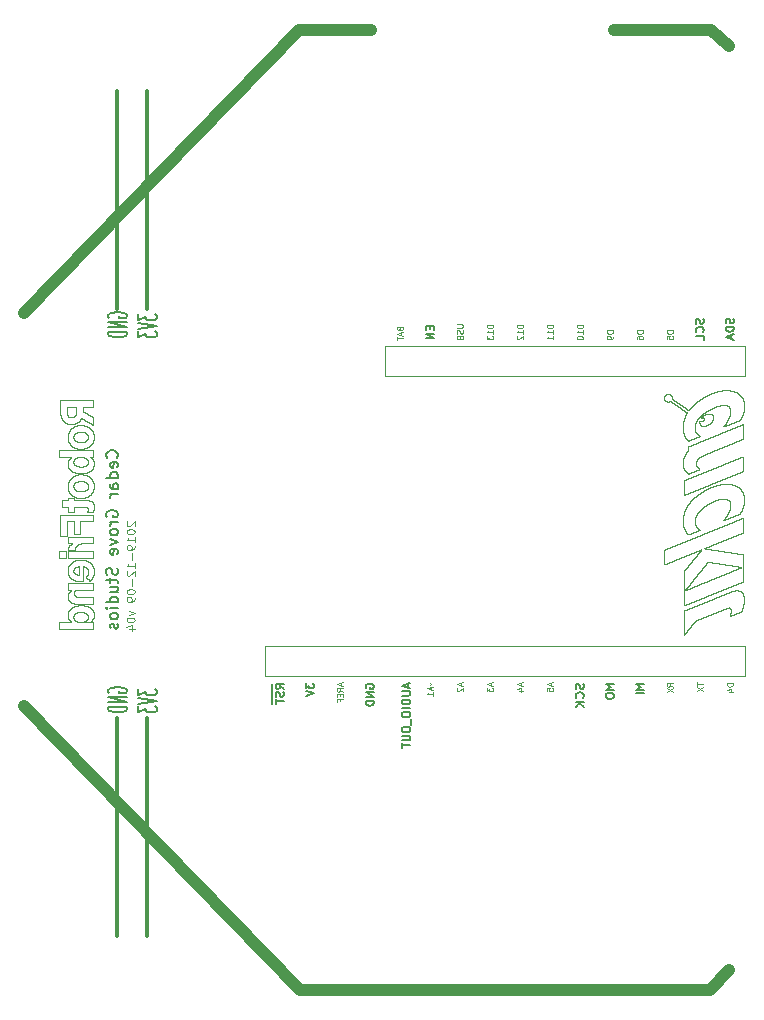
<source format=gbo>
G04 #@! TF.GenerationSoftware,KiCad,Pcbnew,(5.0.0-rc2-dev-444-g2974a2c10)*
G04 #@! TF.CreationDate,2019-12-09T23:14:09-08:00*
G04 #@! TF.ProjectId,CG_Robot_Friend,43475F526F626F745F467269656E642E,v04*
G04 #@! TF.SameCoordinates,Original*
G04 #@! TF.FileFunction,Legend,Bot*
G04 #@! TF.FilePolarity,Positive*
%FSLAX46Y46*%
G04 Gerber Fmt 4.6, Leading zero omitted, Abs format (unit mm)*
G04 Created by KiCad (PCBNEW (5.0.0-rc2-dev-444-g2974a2c10)) date 12/09/19 23:14:09*
%MOMM*%
%LPD*%
G01*
G04 APERTURE LIST*
%ADD10C,0.150000*%
%ADD11C,0.300000*%
%ADD12C,1.000000*%
%ADD13C,0.100000*%
G04 APERTURE END LIST*
D10*
X90762000Y-102721928D02*
X90685809Y-102645738D01*
X90685809Y-102531452D01*
X90762000Y-102417166D01*
X90914380Y-102340976D01*
X91066761Y-102302880D01*
X91371523Y-102264785D01*
X91600095Y-102264785D01*
X91904857Y-102302880D01*
X92057238Y-102340976D01*
X92209619Y-102417166D01*
X92285809Y-102531452D01*
X92285809Y-102607642D01*
X92209619Y-102721928D01*
X92133428Y-102760023D01*
X91600095Y-102760023D01*
X91600095Y-102607642D01*
X92285809Y-103102880D02*
X90685809Y-103102880D01*
X92285809Y-103560023D01*
X90685809Y-103560023D01*
X92285809Y-103940976D02*
X90685809Y-103940976D01*
X90685809Y-104131452D01*
X90762000Y-104245738D01*
X90914380Y-104321928D01*
X91066761Y-104360023D01*
X91371523Y-104398119D01*
X91600095Y-104398119D01*
X91904857Y-104360023D01*
X92057238Y-104321928D01*
X92209619Y-104245738D01*
X92285809Y-104131452D01*
X92285809Y-103940976D01*
X93235809Y-102455261D02*
X93235809Y-102950500D01*
X93845333Y-102683833D01*
X93845333Y-102798119D01*
X93921523Y-102874309D01*
X93997714Y-102912404D01*
X94150095Y-102950500D01*
X94531047Y-102950500D01*
X94683428Y-102912404D01*
X94759619Y-102874309D01*
X94835809Y-102798119D01*
X94835809Y-102569547D01*
X94759619Y-102493357D01*
X94683428Y-102455261D01*
X93235809Y-103179071D02*
X94835809Y-103445738D01*
X93235809Y-103712404D01*
X93235809Y-103902880D02*
X93235809Y-104398119D01*
X93845333Y-104131452D01*
X93845333Y-104245738D01*
X93921523Y-104321928D01*
X93997714Y-104360023D01*
X94150095Y-104398119D01*
X94531047Y-104398119D01*
X94683428Y-104360023D01*
X94759619Y-104321928D01*
X94835809Y-104245738D01*
X94835809Y-104017166D01*
X94759619Y-103940976D01*
X94683428Y-103902880D01*
X90762000Y-70971928D02*
X90685809Y-70895738D01*
X90685809Y-70781452D01*
X90762000Y-70667166D01*
X90914380Y-70590976D01*
X91066761Y-70552880D01*
X91371523Y-70514785D01*
X91600095Y-70514785D01*
X91904857Y-70552880D01*
X92057238Y-70590976D01*
X92209619Y-70667166D01*
X92285809Y-70781452D01*
X92285809Y-70857642D01*
X92209619Y-70971928D01*
X92133428Y-71010023D01*
X91600095Y-71010023D01*
X91600095Y-70857642D01*
X92285809Y-71352880D02*
X90685809Y-71352880D01*
X92285809Y-71810023D01*
X90685809Y-71810023D01*
X92285809Y-72190976D02*
X90685809Y-72190976D01*
X90685809Y-72381452D01*
X90762000Y-72495738D01*
X90914380Y-72571928D01*
X91066761Y-72610023D01*
X91371523Y-72648119D01*
X91600095Y-72648119D01*
X91904857Y-72610023D01*
X92057238Y-72571928D01*
X92209619Y-72495738D01*
X92285809Y-72381452D01*
X92285809Y-72190976D01*
X93235809Y-70705261D02*
X93235809Y-71200500D01*
X93845333Y-70933833D01*
X93845333Y-71048119D01*
X93921523Y-71124309D01*
X93997714Y-71162404D01*
X94150095Y-71200500D01*
X94531047Y-71200500D01*
X94683428Y-71162404D01*
X94759619Y-71124309D01*
X94835809Y-71048119D01*
X94835809Y-70819547D01*
X94759619Y-70743357D01*
X94683428Y-70705261D01*
X93235809Y-71429071D02*
X94835809Y-71695738D01*
X93235809Y-71962404D01*
X93235809Y-72152880D02*
X93235809Y-72648119D01*
X93845333Y-72381452D01*
X93845333Y-72495738D01*
X93921523Y-72571928D01*
X93997714Y-72610023D01*
X94150095Y-72648119D01*
X94531047Y-72648119D01*
X94683428Y-72610023D01*
X94759619Y-72571928D01*
X94835809Y-72495738D01*
X94835809Y-72267166D01*
X94759619Y-72190976D01*
X94683428Y-72152880D01*
D11*
X93980000Y-51816000D02*
X93980000Y-70231000D01*
X91440000Y-51816000D02*
X91440000Y-70231000D01*
X91440000Y-104902000D02*
X91440000Y-123317000D01*
X93980000Y-104902000D02*
X93980000Y-123317000D01*
D12*
X133477000Y-46609000D02*
X141605000Y-46609000D01*
D13*
X88168722Y-82063621D02*
X88168722Y-82084821D01*
X87977722Y-82042521D02*
X88062722Y-82042521D01*
X89226722Y-81724921D02*
X89247722Y-81724921D01*
X89121722Y-81830821D02*
X89142722Y-81830821D01*
X87469722Y-81682621D02*
X87469722Y-81703721D01*
X88930722Y-81957821D02*
X88972722Y-81957821D01*
X87617722Y-81830821D02*
X87617722Y-81851921D01*
X89353722Y-81597921D02*
X89353722Y-81555621D01*
X88104722Y-81470921D02*
X88041722Y-81470921D01*
X87533722Y-81767321D02*
X87533722Y-81788421D01*
X89269722Y-81703721D02*
X89269722Y-81682621D01*
X87385722Y-80602921D02*
X87363722Y-80602921D01*
X89205722Y-81788421D02*
X89205722Y-81746121D01*
X89036722Y-81915521D02*
X89036722Y-81894321D01*
X88994722Y-81936621D02*
X88994722Y-81915521D01*
X89205722Y-81746121D02*
X89226722Y-81746121D01*
X87279722Y-80941621D02*
X87258722Y-80941621D01*
X87490722Y-81746121D02*
X87512722Y-81746121D01*
X88104722Y-81492121D02*
X88104722Y-81470921D01*
X88168722Y-82084821D02*
X88570722Y-82084821D01*
X89057722Y-81894321D02*
X89057722Y-81873121D01*
X88570722Y-82063621D02*
X88676722Y-82063621D01*
X89036722Y-81894321D02*
X89057722Y-81894321D01*
X89311722Y-81619121D02*
X89332722Y-81619121D01*
X88210722Y-81492121D02*
X88104722Y-81492121D01*
X89247722Y-81703721D02*
X89269722Y-81703721D01*
X88972722Y-81936621D02*
X88994722Y-81936621D01*
X87427722Y-81619121D02*
X87427722Y-81661421D01*
X87363722Y-80645221D02*
X87342722Y-80645221D01*
X89311722Y-81661421D02*
X89311722Y-81619121D01*
X88761722Y-82042521D02*
X88761722Y-82021321D01*
X89290722Y-81661421D02*
X89311722Y-81661421D01*
X87702722Y-81915521D02*
X87723722Y-81915521D01*
X88041722Y-81449721D02*
X87999722Y-81449721D01*
X87639722Y-81873121D02*
X87660722Y-81873121D01*
X87914722Y-82021321D02*
X87977722Y-82021321D01*
X87300722Y-81343921D02*
X87300722Y-81407421D01*
X88824722Y-82000121D02*
X88866722Y-82000121D01*
X89121722Y-81851921D02*
X89121722Y-81830821D01*
X89290722Y-81682621D02*
X89290722Y-81661421D01*
X89353722Y-81555621D02*
X89375722Y-81555621D01*
X88761722Y-82021321D02*
X88824722Y-82021321D01*
X89163722Y-81809621D02*
X89163722Y-81788421D01*
X88062722Y-82042521D02*
X88062722Y-82063621D01*
X87660722Y-81894321D02*
X87702722Y-81894321D01*
X88570722Y-82084821D02*
X88570722Y-82063621D01*
X87723722Y-81915521D02*
X87723722Y-81936621D01*
X87406722Y-80539421D02*
X87406722Y-80581721D01*
X88041722Y-81470921D02*
X88041722Y-81449721D01*
X89099722Y-81851921D02*
X89121722Y-81851921D01*
X87914722Y-81386221D02*
X87893722Y-81386221D01*
X88994722Y-81915521D02*
X89036722Y-81915521D01*
X88803722Y-80751121D02*
X88803722Y-80772321D01*
X88697722Y-80687621D02*
X88697722Y-80708821D01*
X87745722Y-80984021D02*
X87766722Y-80984021D01*
X87872722Y-81365021D02*
X87872722Y-81343921D01*
X87787722Y-81259221D02*
X87787722Y-81238021D01*
X87977722Y-82021321D02*
X87977722Y-82042521D01*
X88676722Y-82042521D02*
X88761722Y-82042521D01*
X88972722Y-81957821D02*
X88972722Y-81936621D01*
X87999722Y-81449721D02*
X87999722Y-81428521D01*
X87956722Y-81407421D02*
X87914722Y-81407421D01*
X87829722Y-80856921D02*
X87829722Y-80835821D01*
X89142722Y-81830821D02*
X89142722Y-81809621D01*
X89375722Y-81555621D02*
X89375722Y-81513221D01*
X87893722Y-81386221D02*
X87893722Y-81365021D01*
X87850722Y-80814621D02*
X87872722Y-80814621D01*
X87808722Y-80856921D02*
X87829722Y-80856921D01*
X87893722Y-80772321D02*
X87914722Y-80772321D01*
X88697722Y-80708821D02*
X88740722Y-80708821D01*
X88803722Y-80772321D02*
X88845722Y-80772321D01*
X88888722Y-80835821D02*
X88909722Y-80835821D01*
X87787722Y-81238021D02*
X87766722Y-81238021D01*
X88104722Y-80666421D02*
X88210722Y-80666421D01*
X87893722Y-81365021D02*
X87872722Y-81365021D01*
X87956722Y-81428521D02*
X87956722Y-81407421D01*
X88866722Y-81979021D02*
X88930722Y-81979021D01*
X89057722Y-81873121D02*
X89099722Y-81873121D01*
X88930722Y-80856921D02*
X88930722Y-80899321D01*
X88210722Y-81513221D02*
X88210722Y-81492121D01*
X87999722Y-81428521D02*
X87956722Y-81428521D01*
X87914722Y-81407421D02*
X87914722Y-81386221D01*
X89163722Y-81788421D02*
X89205722Y-81788421D01*
X87829722Y-81301521D02*
X87808722Y-81301521D01*
X89332722Y-81619121D02*
X89332722Y-81597921D01*
X87956722Y-80751121D02*
X87956722Y-80729921D01*
X88528722Y-80666421D02*
X88634722Y-80666421D01*
X89099722Y-81873121D02*
X89099722Y-81851921D01*
X89226722Y-81746121D02*
X89226722Y-81724921D01*
X88930722Y-81979021D02*
X88930722Y-81957821D01*
X88909722Y-80856921D02*
X88930722Y-80856921D01*
X88866722Y-82000121D02*
X88866722Y-81979021D01*
X89142722Y-81809621D02*
X89163722Y-81809621D01*
X88062722Y-82063621D02*
X88168722Y-82063621D01*
X88676722Y-82063621D02*
X88676722Y-82042521D01*
X88845722Y-80772321D02*
X88845722Y-80793421D01*
X87956722Y-80729921D02*
X87999722Y-80729921D01*
X87787722Y-80920521D02*
X87787722Y-80878121D01*
X87766722Y-80920521D02*
X87787722Y-80920521D01*
X87872722Y-80793421D02*
X87893722Y-80793421D01*
X88866722Y-80814621D02*
X88888722Y-80814621D01*
X89332722Y-81597921D02*
X89353722Y-81597921D01*
X88888722Y-80814621D02*
X88888722Y-80835821D01*
X87808722Y-81301521D02*
X87808722Y-81259221D01*
X88210722Y-80645221D02*
X88528722Y-80645221D01*
X87999722Y-80708821D02*
X88041722Y-80708821D01*
X87808722Y-80878121D02*
X87808722Y-80856921D01*
X88041722Y-80708821D02*
X88041722Y-80687621D01*
X87766722Y-81174521D02*
X87745722Y-81174521D01*
X89269722Y-81682621D02*
X89290722Y-81682621D01*
X88824722Y-82021321D02*
X88824722Y-82000121D01*
X87745722Y-81174521D02*
X87745722Y-80984021D01*
X89247722Y-81724921D02*
X89247722Y-81703721D01*
X88782722Y-80751121D02*
X88803722Y-80751121D01*
X87893722Y-80793421D02*
X87893722Y-80772321D01*
X87914722Y-80772321D02*
X87914722Y-80751121D01*
X87914722Y-80751121D02*
X87956722Y-80751121D01*
X88041722Y-80687621D02*
X88104722Y-80687621D01*
X87850722Y-81322721D02*
X87829722Y-81322721D01*
X87999722Y-80729921D02*
X87999722Y-80708821D01*
X88740722Y-80708821D02*
X88740722Y-80729921D01*
X88210722Y-80666421D02*
X88210722Y-80645221D01*
X87766722Y-81238021D02*
X87766722Y-81174521D01*
X88866722Y-81365021D02*
X88845722Y-81365021D01*
X87787722Y-80878121D02*
X87808722Y-80878121D01*
X87872722Y-80814621D02*
X87872722Y-80793421D01*
X88528722Y-80645221D02*
X88528722Y-80666421D01*
X88634722Y-80666421D02*
X88634722Y-80687621D01*
X88634722Y-80687621D02*
X88697722Y-80687621D01*
X88782722Y-81428521D02*
X88761722Y-81428521D01*
X88104722Y-80687621D02*
X88104722Y-80666421D01*
X88634722Y-81492121D02*
X88528722Y-81492121D01*
X88951722Y-81280321D02*
X88930722Y-81280321D01*
X88824722Y-81386221D02*
X88824722Y-81407421D01*
X87829722Y-80835821D02*
X87850722Y-80835821D01*
X87829722Y-81322721D02*
X87829722Y-81301521D01*
X88528722Y-81492121D02*
X88528722Y-81513221D01*
X89396722Y-81470921D02*
X89417722Y-81470921D01*
X88888722Y-81343921D02*
X88866722Y-81343921D01*
X88866722Y-81343921D02*
X88866722Y-81365021D01*
X88930722Y-80899321D02*
X88951722Y-80899321D01*
X88972722Y-81174521D02*
X88972722Y-81238021D01*
X88909722Y-81301521D02*
X88909722Y-81322721D01*
X88866722Y-80793421D02*
X88866722Y-80814621D01*
X88994722Y-80984021D02*
X88994722Y-81174521D01*
X88994722Y-81174521D02*
X88972722Y-81174521D01*
X88845722Y-80793421D02*
X88866722Y-80793421D01*
X88740722Y-80729921D02*
X88782722Y-80729921D01*
X88845722Y-81386221D02*
X88824722Y-81386221D01*
X87872722Y-81343921D02*
X87850722Y-81343921D01*
X88909722Y-80835821D02*
X88909722Y-80856921D01*
X88909722Y-81322721D02*
X88888722Y-81322721D01*
X88824722Y-81407421D02*
X88782722Y-81407421D01*
X89396722Y-81513221D02*
X89396722Y-81470921D01*
X88951722Y-80941621D02*
X88972722Y-80941621D01*
X88972722Y-80984021D02*
X88994722Y-80984021D01*
X88951722Y-80899321D02*
X88951722Y-80941621D01*
X88845722Y-81365021D02*
X88845722Y-81386221D01*
X88930722Y-81280321D02*
X88930722Y-81301521D01*
X88697722Y-81449721D02*
X88697722Y-81470921D01*
X88761722Y-81449721D02*
X88697722Y-81449721D01*
X88972722Y-81238021D02*
X88951722Y-81238021D01*
X88930722Y-81301521D02*
X88909722Y-81301521D01*
X88888722Y-81322721D02*
X88888722Y-81343921D01*
X88761722Y-81428521D02*
X88761722Y-81449721D01*
X87850722Y-81343921D02*
X87850722Y-81322721D01*
X87766722Y-80984021D02*
X87766722Y-80920521D01*
X88972722Y-80941621D02*
X88972722Y-80984021D01*
X88697722Y-81470921D02*
X88634722Y-81470921D01*
X88528722Y-81513221D02*
X88230000Y-81510000D01*
X88951722Y-81238021D02*
X88951722Y-81280321D01*
X88782722Y-80729921D02*
X88782722Y-80751121D01*
X87808722Y-81259221D02*
X87787722Y-81259221D01*
X88782722Y-81407421D02*
X88782722Y-81428521D01*
X88634722Y-81470921D02*
X88634722Y-81492121D01*
X87850722Y-80835821D02*
X87850722Y-80814621D01*
X89015722Y-79163421D02*
X88972722Y-79163421D01*
X88570722Y-78930521D02*
X88570722Y-78909321D01*
X89226722Y-79290421D02*
X89205722Y-79290421D01*
X88824722Y-79057521D02*
X88782722Y-79057521D01*
X88612722Y-78930521D02*
X88570722Y-78930521D01*
X88782722Y-79057521D02*
X88782722Y-79036321D01*
X88930722Y-79142221D02*
X88930722Y-79121021D01*
X88782722Y-79036321D02*
X88761722Y-79036321D01*
X89311722Y-79353921D02*
X89311722Y-79332721D01*
X88718722Y-79015221D02*
X88718722Y-78994021D01*
X89163722Y-79269221D02*
X89163722Y-79248021D01*
X88570722Y-78909321D02*
X88528722Y-78909321D01*
X89311722Y-79332721D02*
X89269722Y-79332721D01*
X88866722Y-79078721D02*
X88824722Y-79078721D01*
X89269722Y-79332721D02*
X89269722Y-79311521D01*
X88824722Y-79078721D02*
X88824722Y-79057521D01*
X89121722Y-79226921D02*
X89078722Y-79226921D01*
X89438722Y-78528221D02*
X89438722Y-77956721D01*
X88528722Y-78528221D02*
X89438722Y-78528221D01*
X89078722Y-79205721D02*
X89057722Y-79205721D01*
X89205722Y-79290421D02*
X89205722Y-79269221D01*
X88761722Y-79036321D02*
X88761722Y-79015221D01*
X88676722Y-78972821D02*
X88634722Y-78972821D01*
X89057722Y-79205721D02*
X89057722Y-79184521D01*
X88528722Y-78909321D02*
X88528722Y-78528221D01*
X89163722Y-79248021D02*
X89121722Y-79248021D01*
X89121722Y-79248021D02*
X89121722Y-79226921D01*
X89226722Y-79311521D02*
X89226722Y-79290421D01*
X87766722Y-81936621D02*
X87766722Y-81957821D01*
X87342722Y-81513221D02*
X87363722Y-81513221D01*
X87363722Y-81555621D02*
X87385722Y-81555621D01*
X87808722Y-81979021D02*
X87850722Y-81979021D01*
X87385722Y-80581721D02*
X87385722Y-80602921D01*
X87300722Y-81407421D02*
X87321722Y-81407421D01*
X87279722Y-81238021D02*
X87279722Y-81343921D01*
X87385722Y-81555621D02*
X87385722Y-81597921D01*
X87342722Y-80708821D02*
X87321722Y-80708821D01*
X87512722Y-81746121D02*
X87512722Y-81767321D01*
X87660722Y-81873121D02*
X87660722Y-81894321D01*
X87723722Y-81936621D02*
X87766722Y-81936621D01*
X87363722Y-80602921D02*
X87363722Y-80645221D01*
X87427722Y-81661421D02*
X87448722Y-81661421D01*
X87490722Y-81703721D02*
X87490722Y-81746121D01*
X89015722Y-80221821D02*
X88972722Y-80221821D01*
X88824722Y-80158321D02*
X88824722Y-80137221D01*
X87512722Y-80433521D02*
X87490722Y-80433521D01*
X87490722Y-80433521D02*
X87490722Y-80454721D01*
X87469722Y-80454721D02*
X87469722Y-80475921D01*
X87448722Y-80518221D02*
X87427722Y-80518221D01*
X87406722Y-81619121D02*
X87427722Y-81619121D01*
X87512722Y-80412421D02*
X87512722Y-80433521D01*
X87300722Y-80751121D02*
X87300722Y-80835821D01*
X87300722Y-80835821D02*
X87279722Y-80835821D01*
X87279722Y-80835821D02*
X87279722Y-80941621D01*
X87617722Y-81851921D02*
X87639722Y-81851921D01*
X87575722Y-81809621D02*
X87575722Y-81830821D01*
X87554722Y-81788421D02*
X87554722Y-81809621D01*
X87427722Y-80539421D02*
X87406722Y-80539421D01*
X87850722Y-82000121D02*
X87914722Y-82000121D01*
X87448722Y-81682621D02*
X87469722Y-81682621D01*
X87469722Y-81703721D02*
X87490722Y-81703721D01*
X88676722Y-80094821D02*
X88570722Y-80094821D01*
X87363722Y-81513221D02*
X87363722Y-81555621D01*
X87469722Y-80475921D02*
X87448722Y-80475921D01*
X87617722Y-80306521D02*
X87617722Y-80327721D01*
X87448722Y-80475921D02*
X87448722Y-80518221D01*
X87702722Y-81894321D02*
X87702722Y-81915521D01*
X87512722Y-81767321D02*
X87533722Y-81767321D01*
X87258722Y-80941621D02*
X87258722Y-81238021D01*
X87321722Y-80708821D02*
X87321722Y-80751121D01*
X88676722Y-80116021D02*
X88676722Y-80094821D01*
X87427722Y-80518221D02*
X87427722Y-80539421D01*
X87321722Y-81470921D02*
X87342722Y-81470921D01*
X87766722Y-81957821D02*
X87808722Y-81957821D01*
X87448722Y-81661421D02*
X87448722Y-81682621D01*
X87321722Y-80751121D02*
X87300722Y-80751121D01*
X87321722Y-81407421D02*
X87321722Y-81470921D01*
X89036722Y-80264221D02*
X89036722Y-80243021D01*
X87554722Y-81809621D02*
X87575722Y-81809621D01*
X87850722Y-81979021D02*
X87850722Y-82000121D01*
X87406722Y-81597921D02*
X87406722Y-81619121D01*
X87258722Y-81238021D02*
X87279722Y-81238021D01*
X87279722Y-81343921D02*
X87300722Y-81343921D01*
X87575722Y-81830821D02*
X87617722Y-81830821D01*
X87385722Y-81597921D02*
X87406722Y-81597921D01*
X87808722Y-81957821D02*
X87808722Y-81979021D01*
X87342722Y-81470921D02*
X87342722Y-81513221D01*
X87639722Y-81851921D02*
X87639722Y-81873121D01*
X87533722Y-81788421D02*
X87554722Y-81788421D01*
X87914722Y-82000121D02*
X87914722Y-82021321D01*
X87406722Y-80581721D02*
X87385722Y-80581721D01*
X87342722Y-80645221D02*
X87342722Y-80708821D01*
X88295722Y-79671421D02*
X88295722Y-79650321D01*
X88866722Y-79734921D02*
X88866722Y-79756121D01*
X88485722Y-79544421D02*
X88528722Y-79544421D01*
X88972722Y-79798421D02*
X88972722Y-79819621D01*
X89099722Y-79883121D02*
X89142722Y-79883121D01*
X86919722Y-79756121D02*
X86919722Y-79777321D01*
X86961722Y-79798421D02*
X86961722Y-79819621D01*
X86898722Y-79756121D02*
X86919722Y-79756121D01*
X86813722Y-79629121D02*
X86813722Y-79650321D01*
X86898722Y-79734921D02*
X86898722Y-79756121D01*
X86919722Y-79777321D02*
X86940722Y-79777321D01*
X87067722Y-79862021D02*
X87067722Y-79883121D01*
X88253722Y-79713821D02*
X88253722Y-79692621D01*
X87850722Y-79967821D02*
X87850722Y-79946621D01*
X86877722Y-79713821D02*
X86877722Y-79734921D01*
X89247722Y-79967821D02*
X89290722Y-79967821D01*
X87850722Y-79946621D02*
X87914722Y-79946621D01*
X86771722Y-79586721D02*
X86792722Y-79586721D01*
X88083722Y-79862021D02*
X88083722Y-79840821D01*
X88972722Y-79819621D02*
X89015722Y-79819621D01*
X86940722Y-79798421D02*
X86961722Y-79798421D01*
X88126722Y-79819621D02*
X88147722Y-79819621D01*
X86792722Y-79586721D02*
X86792722Y-79629121D01*
X87385722Y-79989021D02*
X87745722Y-79989021D01*
X88570722Y-79586721D02*
X88612722Y-79586721D01*
X88062722Y-79862021D02*
X88083722Y-79862021D01*
X88020722Y-79904321D02*
X88020722Y-79883121D01*
X87279722Y-79967821D02*
X87385722Y-79967821D01*
X88147722Y-79819621D02*
X88147722Y-79798421D01*
X88083722Y-79840821D02*
X88126722Y-79840821D01*
X88358722Y-79544421D02*
X88380722Y-79544421D01*
X89015722Y-79819621D02*
X89015722Y-79840821D01*
X89142722Y-79904321D02*
X89163722Y-79904321D01*
X88168722Y-79798421D02*
X88168722Y-79777321D01*
X88231722Y-79713821D02*
X88253722Y-79713821D01*
X88866722Y-79756121D02*
X88909722Y-79756121D01*
X86750722Y-79502121D02*
X86750722Y-79544421D01*
X88020722Y-79883121D02*
X88062722Y-79883121D01*
X87745722Y-79967821D02*
X87850722Y-79967821D01*
X89205722Y-79946621D02*
X89247722Y-79946621D01*
X88612722Y-79586721D02*
X88612722Y-79607921D01*
X89247722Y-79946621D02*
X89247722Y-79967821D01*
X87003722Y-79840821D02*
X87025722Y-79840821D01*
X88295722Y-79650321D02*
X88316722Y-79650321D01*
X88401722Y-79502121D02*
X88401722Y-79480921D01*
X88126722Y-79840821D02*
X88126722Y-79819621D01*
X88189722Y-79777321D02*
X88189722Y-79756121D01*
X89205722Y-79925521D02*
X89205722Y-79946621D01*
X88443722Y-79502121D02*
X88443722Y-79523221D01*
X88443722Y-79523221D02*
X88485722Y-79523221D01*
X88612722Y-79607921D02*
X88634722Y-79607921D01*
X87956722Y-79163421D02*
X87956722Y-79226921D01*
X88909722Y-79777321D02*
X88951722Y-79777321D01*
X87977722Y-79163421D02*
X87956722Y-79163421D01*
X88824722Y-79734921D02*
X88866722Y-79734921D01*
X87279722Y-79290421D02*
X87258722Y-79290421D01*
X89417722Y-80052521D02*
X89417722Y-80073621D01*
X87999722Y-78528221D02*
X87999722Y-79078721D01*
X87173722Y-79078721D02*
X87173722Y-78528221D01*
X87893722Y-79311521D02*
X87872722Y-79311521D01*
X88761722Y-79671421D02*
X88761722Y-79692621D01*
X88824722Y-79713821D02*
X88824722Y-79734921D01*
X88803722Y-79692621D02*
X88803722Y-79713821D01*
X88528722Y-79565621D02*
X88570722Y-79565621D01*
X88422722Y-79502121D02*
X88443722Y-79502121D01*
X88422722Y-79480921D02*
X88422722Y-79502121D01*
X88570722Y-79565621D02*
X88570722Y-79586721D01*
X88951722Y-79777321D02*
X88951722Y-79798421D01*
X89099722Y-79862021D02*
X89099722Y-79883121D01*
X88253722Y-79692621D02*
X88274722Y-79692621D01*
X87956722Y-79226921D02*
X87935722Y-79226921D01*
X87406722Y-79375021D02*
X87363722Y-79375021D01*
X88316722Y-79650321D02*
X88316722Y-79607921D01*
X88485722Y-79523221D02*
X88485722Y-79544421D01*
X88380722Y-79544421D02*
X88380722Y-79502121D01*
X88337722Y-79586721D02*
X88358722Y-79586721D01*
X89057722Y-79840821D02*
X89057722Y-79862021D01*
X89163722Y-79925521D02*
X89205722Y-79925521D01*
X87363722Y-79375021D02*
X87363722Y-79353921D01*
X89438722Y-80073621D02*
X89438722Y-79417421D01*
X88951722Y-79798421D02*
X88972722Y-79798421D01*
X88676722Y-79629121D02*
X88676722Y-79650321D01*
X88718722Y-79671421D02*
X88761722Y-79671421D01*
X88803722Y-79713821D02*
X88824722Y-79713821D01*
X89163722Y-79904321D02*
X89163722Y-79925521D01*
X87469722Y-79417421D02*
X87469722Y-79396221D01*
X87702722Y-79396221D02*
X87702722Y-79417421D01*
X87279722Y-79311521D02*
X87279722Y-79290421D01*
X87469722Y-79396221D02*
X87406722Y-79396221D01*
X89142722Y-79883121D02*
X89142722Y-79904321D01*
X88274722Y-79671421D02*
X88295722Y-79671421D01*
X88358722Y-79586721D02*
X88358722Y-79544421D01*
X89057722Y-79862021D02*
X89099722Y-79862021D01*
X87194722Y-79078721D02*
X87173722Y-79078721D01*
X88231722Y-79734921D02*
X88231722Y-79713821D01*
X89015722Y-79840821D02*
X89057722Y-79840821D01*
X88528722Y-79544421D02*
X88528722Y-79565621D01*
X89417722Y-80073621D02*
X89438722Y-80073621D01*
X87914722Y-79248021D02*
X87914722Y-79290421D01*
X87258722Y-79248021D02*
X87236722Y-79248021D01*
X87363722Y-79353921D02*
X87321722Y-79353921D01*
X88337722Y-79607921D02*
X88337722Y-79586721D01*
X88316722Y-79607921D02*
X88337722Y-79607921D01*
X88676722Y-79650321D02*
X88718722Y-79650321D01*
X87215722Y-79163421D02*
X87194722Y-79163421D01*
X87194722Y-79163421D02*
X87194722Y-79078721D01*
X88634722Y-79607921D02*
X88634722Y-79629121D01*
X89396722Y-80052521D02*
X89417722Y-80052521D01*
X88634722Y-79629121D02*
X88676722Y-79629121D01*
X88401722Y-79480921D02*
X88422722Y-79480921D01*
X88274722Y-79692621D02*
X88274722Y-79671421D01*
X88718722Y-79650321D02*
X88718722Y-79671421D01*
X88909722Y-79756121D02*
X88909722Y-79777321D01*
X88761722Y-79692621D02*
X88803722Y-79692621D01*
X88380722Y-79502121D02*
X88401722Y-79502121D01*
X87893722Y-79290421D02*
X87893722Y-79311521D01*
X87999722Y-79078721D02*
X87977722Y-79078721D01*
X89396722Y-80031321D02*
X89396722Y-80052521D01*
X87300722Y-79311521D02*
X87279722Y-79311521D01*
X87935722Y-79248021D02*
X87914722Y-79248021D01*
X87977722Y-79078721D02*
X87977722Y-79163421D01*
X89417722Y-79396221D02*
X89375722Y-79396221D01*
X87829722Y-79332721D02*
X87829722Y-79353921D01*
X87914722Y-79290421D02*
X87893722Y-79290421D01*
X89375722Y-79375021D02*
X89353722Y-79375021D01*
X87872722Y-79332721D02*
X87829722Y-79332721D01*
X89332722Y-80010121D02*
X89353722Y-80010121D01*
X89290722Y-79967821D02*
X89290722Y-79989021D01*
X87872722Y-79311521D02*
X87872722Y-79332721D01*
X89353722Y-80031321D02*
X89396722Y-80031321D01*
X89332722Y-79989021D02*
X89332722Y-80010121D01*
X87321722Y-79353921D02*
X87321722Y-79332721D01*
X87236722Y-79248021D02*
X87236722Y-79226921D01*
X87321722Y-79332721D02*
X87300722Y-79332721D01*
X89353722Y-80010121D02*
X89353722Y-80031321D01*
X87808722Y-79353921D02*
X87808722Y-79375021D01*
X87808722Y-79375021D02*
X87766722Y-79375021D01*
X87215722Y-79226921D02*
X87215722Y-79163421D01*
X87829722Y-79353921D02*
X87808722Y-79353921D01*
X89417722Y-79417421D02*
X89417722Y-79396221D01*
X87766722Y-79375021D02*
X87766722Y-79396221D01*
X87173722Y-78528221D02*
X87999722Y-78528221D01*
X87935722Y-79226921D02*
X87935722Y-79248021D01*
X87258722Y-79290421D02*
X87258722Y-79248021D01*
X87236722Y-79226921D02*
X87215722Y-79226921D01*
X89375722Y-79396221D02*
X89375722Y-79375021D01*
X87406722Y-79396221D02*
X87406722Y-79375021D01*
X87766722Y-79396221D02*
X87702722Y-79396221D01*
X87702722Y-79417421D02*
X87480000Y-79410000D01*
X89290722Y-79989021D02*
X89332722Y-79989021D01*
X87300722Y-79332721D02*
X87300722Y-79311521D01*
X86771722Y-79544421D02*
X86771722Y-79586721D01*
X88761722Y-79015221D02*
X88718722Y-79015221D01*
X86855722Y-79713821D02*
X86877722Y-79713821D01*
X86940722Y-79777321D02*
X86940722Y-79798421D01*
X89078722Y-79226921D02*
X89078722Y-79205721D01*
X88866722Y-79099821D02*
X88866722Y-79078721D01*
X88189722Y-79756121D02*
X88210722Y-79756121D01*
X88210722Y-79734921D02*
X88231722Y-79734921D01*
X86877722Y-79734921D02*
X86898722Y-79734921D01*
X87025722Y-79840821D02*
X87025722Y-79862021D01*
X86813722Y-79650321D02*
X86834722Y-79650321D01*
X87109722Y-79904321D02*
X87152722Y-79904321D01*
X87152722Y-79904321D02*
X87152722Y-79925521D01*
X86855722Y-79671421D02*
X86855722Y-79713821D01*
X86728722Y-79502121D02*
X86750722Y-79502121D01*
X87977722Y-79904321D02*
X88020722Y-79904321D01*
X87279722Y-79946621D02*
X87279722Y-79967821D01*
X86665722Y-79184521D02*
X86665722Y-79311521D01*
X88909722Y-79121021D02*
X88909722Y-79099821D01*
X86707722Y-79396221D02*
X86707722Y-79459721D01*
X89205722Y-79269221D02*
X89163722Y-79269221D01*
X86792722Y-79629121D02*
X86813722Y-79629121D01*
X86665722Y-79311521D02*
X86686722Y-79311521D01*
X86686722Y-79311521D02*
X86686722Y-79396221D01*
X89057722Y-79184521D02*
X89015722Y-79184521D01*
X88210722Y-79756121D02*
X88210722Y-79734921D01*
X86750722Y-79544421D02*
X86771722Y-79544421D01*
X87914722Y-79925521D02*
X87977722Y-79925521D01*
X86686722Y-79396221D02*
X86707722Y-79396221D01*
X89269722Y-79311521D02*
X89226722Y-79311521D01*
X87385722Y-79967821D02*
X87385722Y-79989021D01*
X86961722Y-79819621D02*
X87003722Y-79819621D01*
X87215722Y-79925521D02*
X87215722Y-79946621D01*
X88062722Y-79883121D02*
X88062722Y-79862021D01*
X87215722Y-79946621D02*
X87279722Y-79946621D01*
X87914722Y-79946621D02*
X87914722Y-79925521D01*
X88612722Y-78951621D02*
X88612722Y-78930521D01*
X86834722Y-79650321D02*
X86834722Y-79671421D01*
X86728722Y-79459721D02*
X86728722Y-79502121D01*
X88147722Y-79798421D02*
X88168722Y-79798421D01*
X88909722Y-79099821D02*
X88866722Y-79099821D01*
X86644722Y-77956721D02*
X86644722Y-79184521D01*
X88634722Y-78951621D02*
X88612722Y-78951621D01*
X86707722Y-79459721D02*
X86728722Y-79459721D01*
X89353722Y-79353921D02*
X89311722Y-79353921D01*
X88930722Y-79121021D02*
X88909722Y-79121021D01*
X87745722Y-79989021D02*
X87745722Y-79967821D01*
X87152722Y-79925521D02*
X87215722Y-79925521D01*
X87067722Y-79883121D02*
X87109722Y-79883121D01*
X89353722Y-79375021D02*
X89353722Y-79353921D01*
X88676722Y-78994021D02*
X88676722Y-78972821D01*
X88718722Y-78994021D02*
X88676722Y-78994021D01*
X89438722Y-77956721D02*
X86644722Y-77956721D01*
X88634722Y-78972821D02*
X88634722Y-78951621D01*
X89015722Y-79184521D02*
X89015722Y-79163421D01*
X86834722Y-79671421D02*
X86855722Y-79671421D01*
X87109722Y-79883121D02*
X87109722Y-79904321D01*
X88972722Y-79163421D02*
X88972722Y-79142221D01*
X88972722Y-79142221D02*
X88930722Y-79142221D01*
X87977722Y-79925521D02*
X87977722Y-79904321D01*
X88168722Y-79777321D02*
X88189722Y-79777321D01*
X87025722Y-79862021D02*
X87067722Y-79862021D01*
X86644722Y-79184521D02*
X86665722Y-79184521D01*
X87003722Y-79819621D02*
X87003722Y-79840821D01*
X89459722Y-80920521D02*
X89459722Y-80814621D01*
X89290722Y-80475921D02*
X89269722Y-80475921D01*
X89226722Y-80391221D02*
X89205722Y-80391221D01*
X89459722Y-80814621D02*
X89438722Y-80814621D01*
X89396722Y-80645221D02*
X89375722Y-80645221D01*
X89121722Y-80327721D02*
X89121722Y-80306521D01*
X89226722Y-80412421D02*
X89226722Y-80391221D01*
X89353722Y-80560621D02*
X89332722Y-80560621D01*
X89417722Y-81470921D02*
X89417722Y-81407421D01*
X89438722Y-81407421D02*
X89438722Y-81343921D01*
X89459722Y-81238021D02*
X89480722Y-81238021D01*
X89480722Y-81238021D02*
X89480722Y-80920521D01*
X89375722Y-80602921D02*
X89353722Y-80602921D01*
X89205722Y-80391221D02*
X89205722Y-80370021D01*
X89417722Y-81407421D02*
X89438722Y-81407421D01*
X89353722Y-80602921D02*
X89353722Y-80560621D01*
X89459722Y-81343921D02*
X89459722Y-81238021D01*
X89396722Y-80687621D02*
X89396722Y-80645221D01*
X89417722Y-80687621D02*
X89396722Y-80687621D01*
X89438722Y-81343921D02*
X89459722Y-81343921D01*
X89480722Y-80920521D02*
X89459722Y-80920521D01*
X89417722Y-80751121D02*
X89417722Y-80687621D01*
X89311722Y-80539421D02*
X89311722Y-80497021D01*
X89438722Y-80751121D02*
X89417722Y-80751121D01*
X89375722Y-80645221D02*
X89375722Y-80602921D01*
X89332722Y-80539421D02*
X89311722Y-80539421D01*
X89290722Y-80497021D02*
X89290722Y-80475921D01*
X89247722Y-80412421D02*
X89226722Y-80412421D01*
X89205722Y-80370021D02*
X89184722Y-80370021D01*
X89311722Y-80497021D02*
X89290722Y-80497021D01*
X89163722Y-80327721D02*
X89121722Y-80327721D01*
X89247722Y-80454721D02*
X89247722Y-80412421D01*
X87872722Y-80158321D02*
X87872722Y-80179521D01*
X88972722Y-80221821D02*
X88972722Y-80200721D01*
X88888722Y-80179521D02*
X88888722Y-80158321D01*
X87702722Y-80243021D02*
X87702722Y-80264221D01*
X87977722Y-80137221D02*
X87914722Y-80137221D01*
X89015722Y-80243021D02*
X89015722Y-80221821D01*
X89438722Y-80814621D02*
X89438722Y-80751121D01*
X87977722Y-80116021D02*
X87977722Y-80137221D01*
X87702722Y-80264221D02*
X87681722Y-80264221D01*
X87808722Y-80200721D02*
X87766722Y-80200721D01*
X87914722Y-80158321D02*
X87872722Y-80158321D01*
X88062722Y-80116021D02*
X87977722Y-80116021D01*
X87914722Y-80137221D02*
X87914722Y-80158321D01*
X87745722Y-80221821D02*
X87745722Y-80243021D01*
X88570722Y-80094821D02*
X88570722Y-80073621D01*
X89078722Y-80285421D02*
X89078722Y-80264221D01*
X88930722Y-80179521D02*
X88888722Y-80179521D01*
X87872722Y-80179521D02*
X87808722Y-80179521D01*
X88761722Y-80137221D02*
X88761722Y-80116021D01*
X88930722Y-80200721D02*
X88930722Y-80179521D01*
X88168722Y-80094821D02*
X88062722Y-80094821D01*
X87596722Y-80327721D02*
X87596722Y-80348921D01*
X87808722Y-80179521D02*
X87808722Y-80200721D01*
X89036722Y-80243021D02*
X89015722Y-80243021D01*
X89099722Y-80306521D02*
X89099722Y-80285421D01*
X88888722Y-80158321D02*
X88824722Y-80158321D01*
X87575722Y-80348921D02*
X87575722Y-80370021D01*
X88168722Y-80073621D02*
X88168722Y-80094821D01*
X87554722Y-80370021D02*
X87554722Y-80391221D01*
X88062722Y-80094821D02*
X88062722Y-80116021D01*
X87639722Y-80285421D02*
X87639722Y-80306521D01*
X89121722Y-80306521D02*
X89099722Y-80306521D01*
X87639722Y-80306521D02*
X87617722Y-80306521D01*
X87681722Y-80264221D02*
X87681722Y-80285421D01*
X89099722Y-80285421D02*
X89078722Y-80285421D01*
X88824722Y-80137221D02*
X88761722Y-80137221D01*
X87596722Y-80348921D02*
X87575722Y-80348921D01*
X87575722Y-80370021D02*
X87554722Y-80370021D01*
X87681722Y-80285421D02*
X87639722Y-80285421D01*
X87533722Y-80412421D02*
X87512722Y-80412421D01*
X89184722Y-80348921D02*
X89163722Y-80348921D01*
X87766722Y-80221821D02*
X87745722Y-80221821D01*
X87533722Y-80391221D02*
X87533722Y-80412421D01*
X88761722Y-80116021D02*
X88676722Y-80116021D01*
X87766722Y-80200721D02*
X87766722Y-80221821D01*
X87554722Y-80391221D02*
X87533722Y-80391221D01*
X89332722Y-80560621D02*
X89332722Y-80539421D01*
X89184722Y-80370021D02*
X89184722Y-80348921D01*
X87490722Y-80454721D02*
X87469722Y-80454721D01*
X87745722Y-80243021D02*
X87702722Y-80243021D01*
X88972722Y-80200721D02*
X88930722Y-80200721D01*
X89078722Y-80264221D02*
X89036722Y-80264221D01*
X89269722Y-80475921D02*
X89269722Y-80454721D01*
X89163722Y-80348921D02*
X89163722Y-80327721D01*
X87617722Y-80327721D02*
X87596722Y-80327721D01*
X88570722Y-80073621D02*
X88168722Y-80073621D01*
X89269722Y-80454721D02*
X89247722Y-80454721D01*
X89163722Y-84519421D02*
X89163722Y-84498221D01*
X89078722Y-84434721D02*
X89036722Y-84434721D01*
X88824722Y-84328821D02*
X88824722Y-84307721D01*
X88824722Y-84307721D02*
X88761722Y-84307721D01*
X88930722Y-84350021D02*
X88888722Y-84350021D01*
X88761722Y-84307721D02*
X88761722Y-84286521D01*
X88062722Y-84286521D02*
X87977722Y-84286521D01*
X89353722Y-84731121D02*
X89332722Y-84731121D01*
X87596722Y-84498221D02*
X87596722Y-84519421D01*
X89099722Y-84477021D02*
X89099722Y-84455821D01*
X87617722Y-84498221D02*
X87596722Y-84498221D01*
X89015722Y-84413521D02*
X89015722Y-84392321D01*
X89226722Y-84582921D02*
X89226722Y-84561721D01*
X89205722Y-84540521D02*
X89184722Y-84540521D01*
X88570722Y-84265321D02*
X88570722Y-84244121D01*
X88930722Y-84371221D02*
X88930722Y-84350021D01*
X89099722Y-84455821D02*
X89078722Y-84455821D01*
X88888722Y-84328821D02*
X88824722Y-84328821D01*
X88570722Y-84244121D02*
X88168722Y-84244121D01*
X87977722Y-84307721D02*
X87914722Y-84307721D01*
X87872722Y-84328821D02*
X87872722Y-84350021D01*
X89311722Y-84667621D02*
X89290722Y-84667621D01*
X89184722Y-84540521D02*
X89184722Y-84519421D01*
X87808722Y-84350021D02*
X87808722Y-84371221D01*
X87745722Y-84392321D02*
X87745722Y-84413521D01*
X89290722Y-84667621D02*
X89290722Y-84646421D01*
X87639722Y-84477021D02*
X87617722Y-84477021D01*
X89247722Y-84625221D02*
X89247722Y-84582921D01*
X89036722Y-84434721D02*
X89036722Y-84413521D01*
X89311722Y-84709921D02*
X89311722Y-84667621D01*
X89353722Y-84773421D02*
X89353722Y-84731121D01*
X88168722Y-84244121D02*
X88168722Y-84265321D01*
X89332722Y-84731121D02*
X89332722Y-84709921D01*
X89332722Y-84709921D02*
X89311722Y-84709921D01*
X87617722Y-84477021D02*
X87617722Y-84498221D01*
X89078722Y-84455821D02*
X89078722Y-84434721D01*
X88676722Y-84286521D02*
X88676722Y-84265321D01*
X89226722Y-84561721D02*
X89205722Y-84561721D01*
X87872722Y-84350021D02*
X87808722Y-84350021D01*
X89163722Y-84498221D02*
X89121722Y-84498221D01*
X89269722Y-84625221D02*
X89247722Y-84625221D01*
X87914722Y-84328821D02*
X87872722Y-84328821D01*
X87977722Y-84286521D02*
X87977722Y-84307721D01*
X87766722Y-84371221D02*
X87766722Y-84392321D01*
X88062722Y-84265321D02*
X88062722Y-84286521D01*
X89121722Y-84498221D02*
X89121722Y-84477021D01*
X89121722Y-84477021D02*
X89099722Y-84477021D01*
X88676722Y-84265321D02*
X88570722Y-84265321D01*
X88761722Y-84286521D02*
X88676722Y-84286521D01*
X87745722Y-84413521D02*
X87702722Y-84413521D01*
X88972722Y-84392321D02*
X88972722Y-84371221D01*
X88972722Y-84371221D02*
X88930722Y-84371221D01*
X89269722Y-84646421D02*
X89269722Y-84625221D01*
X89247722Y-84582921D02*
X89226722Y-84582921D01*
X89036722Y-84413521D02*
X89015722Y-84413521D01*
X87554722Y-84561721D02*
X87533722Y-84561721D01*
X87490722Y-85916621D02*
X87512722Y-85916621D01*
X87533722Y-85958921D02*
X87554722Y-85958921D01*
X89290722Y-84646421D02*
X89269722Y-84646421D01*
X89205722Y-84561721D02*
X89205722Y-84540521D01*
X88888722Y-84350021D02*
X88888722Y-84328821D01*
X87279722Y-85006321D02*
X87279722Y-85112121D01*
X87512722Y-84582921D02*
X87512722Y-84604021D01*
X87342722Y-85641421D02*
X87342722Y-85683721D01*
X87469722Y-85874221D02*
X87490722Y-85874221D01*
X89184722Y-84519421D02*
X89163722Y-84519421D01*
X88168722Y-84265321D02*
X88062722Y-84265321D01*
X87448722Y-85853121D02*
X87469722Y-85853121D01*
X89015722Y-84392321D02*
X88972722Y-84392321D01*
X87639722Y-84455821D02*
X87639722Y-84477021D01*
X87490722Y-84625221D02*
X87469722Y-84625221D01*
X87766722Y-84392321D02*
X87745722Y-84392321D01*
X87427722Y-85789621D02*
X87427722Y-85831921D01*
X87448722Y-84688721D02*
X87427722Y-84688721D01*
X87406722Y-85789621D02*
X87427722Y-85789621D01*
X87490722Y-84604021D02*
X87490722Y-84625221D01*
X87914722Y-84307721D02*
X87914722Y-84328821D01*
X87258722Y-85408521D02*
X87279722Y-85408521D01*
X87596722Y-84519421D02*
X87575722Y-84519421D01*
X87427722Y-84709921D02*
X87406722Y-84709921D01*
X87385722Y-85768421D02*
X87406722Y-85768421D01*
X87427722Y-85831921D02*
X87448722Y-85831921D01*
X87342722Y-85683721D02*
X87363722Y-85683721D01*
X87385722Y-85726021D02*
X87385722Y-85768421D01*
X87490722Y-85874221D02*
X87490722Y-85916621D01*
X87300722Y-85006321D02*
X87279722Y-85006321D01*
X87533722Y-85937721D02*
X87533722Y-85958921D01*
X87363722Y-85683721D02*
X87363722Y-85726021D01*
X87300722Y-85577921D02*
X87321722Y-85577921D01*
X87512722Y-84604021D02*
X87490722Y-84604021D01*
X87554722Y-84540521D02*
X87554722Y-84561721D01*
X87427722Y-84688721D02*
X87427722Y-84709921D01*
X87406722Y-85768421D02*
X87406722Y-85789621D01*
X87469722Y-84625221D02*
X87469722Y-84646421D01*
X87406722Y-84752221D02*
X87385722Y-84752221D01*
X87575722Y-84519421D02*
X87575722Y-84540521D01*
X87448722Y-85831921D02*
X87448722Y-85853121D01*
X87363722Y-84815721D02*
X87342722Y-84815721D01*
X87512722Y-85916621D02*
X87512722Y-85937721D01*
X87533722Y-84561721D02*
X87533722Y-84582921D01*
X87279722Y-85112121D02*
X87258722Y-85112121D01*
X87512722Y-85937721D02*
X87533722Y-85937721D01*
X87321722Y-85641421D02*
X87342722Y-85641421D01*
X87554722Y-85980121D02*
X87575722Y-85980121D01*
X87279722Y-85408521D02*
X87279722Y-85514421D01*
X87533722Y-84582921D02*
X87512722Y-84582921D01*
X87575722Y-84540521D02*
X87554722Y-84540521D01*
X87300722Y-85514421D02*
X87300722Y-85577921D01*
X87808722Y-84371221D02*
X87766722Y-84371221D01*
X87702722Y-84434721D02*
X87681722Y-84434721D01*
X87702722Y-84413521D02*
X87702722Y-84434721D01*
X87321722Y-84921621D02*
X87300722Y-84921621D01*
X87321722Y-84879221D02*
X87321722Y-84921621D01*
X87406722Y-84709921D02*
X87406722Y-84752221D01*
X87681722Y-84434721D02*
X87681722Y-84455821D01*
X87681722Y-84455821D02*
X87639722Y-84455821D01*
X87469722Y-85853121D02*
X87469722Y-85874221D01*
X87363722Y-85726021D02*
X87385722Y-85726021D01*
X87363722Y-84773421D02*
X87363722Y-84815721D01*
X89311722Y-95675921D02*
X89290722Y-95675921D01*
X89353722Y-95760621D02*
X89353722Y-95718321D01*
X89332722Y-96586321D02*
X89332722Y-96565121D01*
X89311722Y-95697121D02*
X89311722Y-95675921D01*
X89417722Y-96459221D02*
X89417722Y-96438121D01*
X89459722Y-96374621D02*
X89459722Y-96289921D01*
X89121722Y-95506621D02*
X89078722Y-95506621D01*
X89459722Y-96289921D02*
X89480722Y-96289921D01*
X89396722Y-95824121D02*
X89396722Y-95781821D01*
X89290722Y-95675921D02*
X89290722Y-95654821D01*
X89396722Y-95781821D02*
X89375722Y-95781821D01*
X89247722Y-96670921D02*
X89247722Y-96649821D01*
X89375722Y-95760621D02*
X89353722Y-95760621D01*
X89205722Y-96692121D02*
X89226722Y-96692121D01*
X89375722Y-96522721D02*
X89375722Y-96501621D01*
X89247722Y-95612421D02*
X89226722Y-95612421D01*
X89396722Y-96501621D02*
X89396722Y-96459221D01*
X88824722Y-95400721D02*
X88824722Y-95379621D01*
X89353722Y-96522721D02*
X89375722Y-96522721D01*
X89438722Y-95887621D02*
X89417722Y-95887621D01*
X89226722Y-95591321D02*
X89205722Y-95591321D01*
X89247722Y-96649821D02*
X89269722Y-96649821D01*
X89353722Y-95718321D02*
X89332722Y-95718321D01*
X88994722Y-95443121D02*
X88951722Y-95443121D01*
X89353722Y-96565121D02*
X89353722Y-96522721D01*
X89269722Y-96649821D02*
X89269722Y-96628621D01*
X89269722Y-95654821D02*
X89269722Y-95633621D01*
X89332722Y-96565121D02*
X89353722Y-96565121D01*
X89438722Y-95930021D02*
X89438722Y-95887621D01*
X89247722Y-95633621D02*
X89247722Y-95612421D01*
X89480722Y-96289921D02*
X89480722Y-96035821D01*
X88951722Y-95443121D02*
X88951722Y-95421921D01*
X89417722Y-96438121D02*
X89438722Y-96438121D01*
X89269722Y-95633621D02*
X89247722Y-95633621D01*
X89417722Y-95824121D02*
X89396722Y-95824121D01*
X89226722Y-96692121D02*
X89226722Y-96670921D01*
X89184722Y-95570121D02*
X89184722Y-95548921D01*
X89332722Y-95697121D02*
X89311722Y-95697121D01*
X89142722Y-95548921D02*
X89142722Y-95527821D01*
X89226722Y-96670921D02*
X89247722Y-96670921D01*
X89480722Y-96035821D02*
X89459722Y-96035821D01*
X89205722Y-95591321D02*
X89205722Y-95570121D01*
X89459722Y-95930021D02*
X89438722Y-95930021D01*
X89332722Y-95718321D02*
X89332722Y-95697121D01*
X89226722Y-95612421D02*
X89226722Y-95591321D01*
X89142722Y-95527821D02*
X89121722Y-95527821D01*
X89036722Y-95464321D02*
X88994722Y-95464321D01*
X89205722Y-95570121D02*
X89184722Y-95570121D01*
X89290722Y-96628621D02*
X89290722Y-96607421D01*
X88994722Y-95464321D02*
X88994722Y-95443121D01*
X89290722Y-96607421D02*
X89311722Y-96607421D01*
X89417722Y-95887621D02*
X89417722Y-95824121D01*
X89438722Y-96438121D02*
X89438722Y-96374621D01*
X89375722Y-95781821D02*
X89375722Y-95760621D01*
X89311722Y-96586321D02*
X89332722Y-96586321D01*
X89311722Y-96607421D02*
X89311722Y-96586321D01*
X89438722Y-96374621D02*
X89459722Y-96374621D01*
X89184722Y-95548921D02*
X89142722Y-95548921D01*
X89269722Y-96628621D02*
X89290722Y-96628621D01*
X89396722Y-96459221D02*
X89417722Y-96459221D01*
X87617722Y-95506621D02*
X87617722Y-95527821D01*
X87342722Y-95781821D02*
X87342722Y-95824121D01*
X89078722Y-95506621D02*
X89078722Y-95485421D01*
X89078722Y-95485421D02*
X89036722Y-95485421D01*
X89036722Y-95485421D02*
X89036722Y-95464321D01*
X87490722Y-95612421D02*
X87490722Y-95633621D01*
X87300722Y-95930021D02*
X87279722Y-95930021D01*
X88951722Y-95421921D02*
X88888722Y-95421921D01*
X89459722Y-96035821D02*
X89459722Y-95930021D01*
X87342722Y-96501621D02*
X87363722Y-96501621D01*
X88888722Y-95421921D02*
X88888722Y-95400721D01*
X88888722Y-95400721D02*
X88824722Y-95400721D01*
X89290722Y-95654821D02*
X89269722Y-95654821D01*
X87258722Y-96035821D02*
X87258722Y-96289921D01*
X89375722Y-96501621D02*
X89396722Y-96501621D01*
X87914722Y-95379621D02*
X87914722Y-95400721D01*
X87385722Y-95718321D02*
X87385722Y-95760621D01*
X88740722Y-95358421D02*
X88612722Y-95358421D01*
X87279722Y-96374621D02*
X87300722Y-96374621D01*
X87533722Y-95591321D02*
X87512722Y-95591321D01*
X87406722Y-95718321D02*
X87385722Y-95718321D01*
X87512722Y-95612421D02*
X87490722Y-95612421D01*
X87321722Y-96480421D02*
X87342722Y-96480421D01*
X88612722Y-95358421D02*
X88612722Y-95337221D01*
X87300722Y-95866521D02*
X87300722Y-95930021D01*
X87660722Y-95506621D02*
X87617722Y-95506621D01*
X87533722Y-95570121D02*
X87533722Y-95591321D01*
X87279722Y-96035821D02*
X87258722Y-96035821D01*
X87596722Y-95548921D02*
X87554722Y-95548921D01*
X87448722Y-95654821D02*
X87448722Y-95675921D01*
X87279722Y-96289921D02*
X87279722Y-96374621D01*
X87448722Y-95675921D02*
X87427722Y-95675921D01*
X88126722Y-95358421D02*
X87999722Y-95358421D01*
X87702722Y-95464321D02*
X87702722Y-95485421D01*
X87385722Y-95760621D02*
X87363722Y-95760621D01*
X87702722Y-95485421D02*
X87660722Y-95485421D01*
X87999722Y-95379621D02*
X87914722Y-95379621D01*
X87342722Y-95824121D02*
X87321722Y-95824121D01*
X87617722Y-95527821D02*
X87596722Y-95527821D01*
X87999722Y-95358421D02*
X87999722Y-95379621D01*
X87850722Y-95421921D02*
X87787722Y-95421921D01*
X87660722Y-95485421D02*
X87660722Y-95506621D01*
X87427722Y-95675921D02*
X87427722Y-95697121D01*
X87279722Y-95930021D02*
X87279722Y-96035821D01*
X87745722Y-95464321D02*
X87702722Y-95464321D01*
X87342722Y-96480421D02*
X87342722Y-96501621D01*
X87363722Y-95781821D02*
X87342722Y-95781821D01*
X87427722Y-95697121D02*
X87406722Y-95697121D01*
X87787722Y-95443121D02*
X87745722Y-95443121D01*
X87850722Y-95400721D02*
X87850722Y-95421921D01*
X88612722Y-95337221D02*
X88126722Y-95337221D01*
X87554722Y-95548921D02*
X87554722Y-95570121D01*
X87406722Y-95697121D02*
X87406722Y-95718321D01*
X87512722Y-95591321D02*
X87512722Y-95612421D01*
X87321722Y-95866521D02*
X87300722Y-95866521D01*
X87300722Y-96438121D02*
X87321722Y-96438121D01*
X87745722Y-95443121D02*
X87745722Y-95464321D01*
X87321722Y-95824121D02*
X87321722Y-95866521D01*
X87321722Y-96438121D02*
X87321722Y-96480421D01*
X87363722Y-95760621D02*
X87363722Y-95781821D01*
X88824722Y-95379621D02*
X88740722Y-95379621D01*
X87490722Y-95633621D02*
X87469722Y-95633621D01*
X88126722Y-95337221D02*
X88126722Y-95358421D01*
X89121722Y-95527821D02*
X89121722Y-95506621D01*
X87914722Y-96035821D02*
X87914722Y-96014721D01*
X87850722Y-96565121D02*
X87829722Y-96565121D01*
X87512722Y-96692121D02*
X87533722Y-96692121D01*
X87385722Y-96565121D02*
X87406722Y-96565121D01*
X87596722Y-95527821D02*
X87596722Y-95548921D01*
X87385722Y-96543921D02*
X87385722Y-96565121D01*
X87787722Y-96141721D02*
X87808722Y-96141721D01*
X87787722Y-96501621D02*
X87787722Y-96459221D01*
X87787722Y-96459221D02*
X87766722Y-96459221D01*
X86559722Y-96734421D02*
X86559722Y-97306021D01*
X87872722Y-96057021D02*
X87872722Y-96035821D01*
X87554722Y-96734421D02*
X86559722Y-96734421D01*
X87914722Y-95400721D02*
X87850722Y-95400721D01*
X88740722Y-95379621D02*
X88740722Y-95358421D01*
X87300722Y-96374621D02*
X87300722Y-96438121D01*
X86559722Y-97306021D02*
X89438722Y-97306021D01*
X87935722Y-96649821D02*
X87935722Y-96628621D01*
X87829722Y-96078221D02*
X87850722Y-96078221D01*
X87554722Y-95570121D02*
X87533722Y-95570121D01*
X87766722Y-96184021D02*
X87787722Y-96184021D01*
X87935722Y-96628621D02*
X87914722Y-96628621D01*
X87872722Y-96035821D02*
X87914722Y-96035821D01*
X87363722Y-96543921D02*
X87385722Y-96543921D01*
X87406722Y-96586321D02*
X87427722Y-96586321D01*
X87829722Y-96565121D02*
X87829722Y-96522721D01*
X87533722Y-96713321D02*
X87554722Y-96713321D01*
X87469722Y-96649821D02*
X87490722Y-96649821D01*
X89438722Y-96734421D02*
X88189722Y-96734421D01*
X87533722Y-96692121D02*
X87533722Y-96713321D01*
X87850722Y-96586321D02*
X87850722Y-96565121D01*
X87766722Y-96459221D02*
X87766722Y-96395721D01*
X87427722Y-96586321D02*
X87427722Y-96607421D01*
X87787722Y-95421921D02*
X87787722Y-95443121D01*
X87829722Y-96522721D02*
X87808722Y-96522721D01*
X87914722Y-96628621D02*
X87914722Y-96607421D01*
X88020722Y-96692121D02*
X88020722Y-96670921D01*
X87977722Y-96649821D02*
X87935722Y-96649821D01*
X87469722Y-95654821D02*
X87448722Y-95654821D01*
X87850722Y-96057021D02*
X87872722Y-96057021D01*
X87363722Y-96501621D02*
X87363722Y-96543921D01*
X87258722Y-96289921D02*
X87279722Y-96289921D01*
X87490722Y-96649821D02*
X87490722Y-96670921D01*
X87469722Y-95633621D02*
X87469722Y-95654821D01*
X87766722Y-96395721D02*
X87745722Y-96395721D01*
X87914722Y-96607421D02*
X87893722Y-96607421D01*
X88189722Y-96713321D02*
X88083722Y-96713321D01*
X87808722Y-96501621D02*
X87787722Y-96501621D01*
X87448722Y-96607421D02*
X87448722Y-96628621D01*
X87766722Y-96226421D02*
X87766722Y-96184021D01*
X87808722Y-96141721D02*
X87808722Y-96099321D01*
X87893722Y-96607421D02*
X87893722Y-96586321D01*
X87554722Y-96713321D02*
X87554722Y-96734421D01*
X88655722Y-95930021D02*
X88655722Y-95951221D01*
X88718722Y-95951221D02*
X88718722Y-95972321D01*
X87512722Y-96670921D02*
X87512722Y-96692121D01*
X87406722Y-96565121D02*
X87406722Y-96586321D01*
X88866722Y-96035821D02*
X88866722Y-96057021D01*
X88909722Y-96078221D02*
X88909722Y-96099321D01*
X88866722Y-96607421D02*
X88824722Y-96607421D01*
X88888722Y-96565121D02*
X88888722Y-96586321D01*
X88866722Y-96057021D02*
X88888722Y-96057021D01*
X87787722Y-96184021D02*
X87787722Y-96141721D01*
X87829722Y-96099321D02*
X87829722Y-96078221D01*
X87935722Y-96014721D02*
X87935722Y-95993521D01*
X88972722Y-96459221D02*
X88951722Y-96459221D01*
X88761722Y-96670921D02*
X88718722Y-96670921D01*
X87893722Y-96586321D02*
X87850722Y-96586321D01*
X87977722Y-96670921D02*
X87977722Y-96649821D01*
X88951722Y-96141721D02*
X88951722Y-96184021D01*
X88189722Y-95908821D02*
X88549722Y-95908821D01*
X88549722Y-96734421D02*
X89163722Y-96734421D01*
X87808722Y-96522721D02*
X87808722Y-96501621D01*
X88083722Y-96713321D02*
X88083722Y-96692121D01*
X88994722Y-96416921D02*
X88972722Y-96416921D01*
X87427722Y-96607421D02*
X87448722Y-96607421D01*
X87745722Y-96395721D02*
X87745722Y-96226421D01*
X87745722Y-96226421D02*
X87766722Y-96226421D01*
X88972722Y-96226421D02*
X88994722Y-96226421D01*
X88189722Y-96734421D02*
X88189722Y-96713321D01*
X87914722Y-96014721D02*
X87935722Y-96014721D01*
X88083722Y-95951221D02*
X88083722Y-95930021D01*
X88803722Y-95993521D02*
X88803722Y-96014721D01*
X87808722Y-96099321D02*
X87829722Y-96099321D01*
X88909722Y-96099321D02*
X88930722Y-96099321D01*
X88189722Y-95930021D02*
X88189722Y-95908821D01*
X88824722Y-96607421D02*
X88824722Y-96628621D01*
X88824722Y-96014721D02*
X88824722Y-96035821D01*
X88655722Y-96692121D02*
X88655722Y-96713321D01*
X88718722Y-95972321D02*
X88761722Y-95972321D01*
X88930722Y-96099321D02*
X88930722Y-96141721D01*
X89438722Y-97306021D02*
X89438722Y-96734421D01*
X88718722Y-96670921D02*
X88718722Y-96692121D01*
X88888722Y-96078221D02*
X88909722Y-96078221D01*
X87977722Y-95993521D02*
X87977722Y-95972321D01*
X87490722Y-96670921D02*
X87512722Y-96670921D01*
X87469722Y-96628621D02*
X87469722Y-96649821D01*
X88951722Y-96184021D02*
X88972722Y-96184021D01*
X88909722Y-96522721D02*
X88909722Y-96565121D01*
X88803722Y-96014721D02*
X88824722Y-96014721D01*
X88549722Y-95908821D02*
X88549722Y-95930021D01*
X88718722Y-96692121D02*
X88655722Y-96692121D01*
X88083722Y-95930021D02*
X88189722Y-95930021D01*
X88972722Y-96184021D02*
X88972722Y-96226421D01*
X88824722Y-96035821D02*
X88866722Y-96035821D01*
X88909722Y-96565121D02*
X88888722Y-96565121D01*
X88951722Y-96459221D02*
X88951722Y-96501621D01*
X88549722Y-95930021D02*
X88655722Y-95930021D01*
X88761722Y-95993521D02*
X88803722Y-95993521D01*
X87448722Y-96628621D02*
X87469722Y-96628621D01*
X88549722Y-96713321D02*
X88549722Y-96734421D01*
X87850722Y-96078221D02*
X87850722Y-96057021D01*
X88020722Y-95951221D02*
X88083722Y-95951221D01*
X89163722Y-96734421D02*
X89163722Y-96713321D01*
X88020722Y-96670921D02*
X87977722Y-96670921D01*
X88083722Y-96692121D02*
X88020722Y-96692121D01*
X88930722Y-96522721D02*
X88909722Y-96522721D01*
X88761722Y-95972321D02*
X88761722Y-95993521D01*
X88803722Y-96649821D02*
X88761722Y-96649821D01*
X88951722Y-96501621D02*
X88930722Y-96501621D01*
X88761722Y-96649821D02*
X88761722Y-96670921D01*
X87935722Y-95993521D02*
X87977722Y-95993521D01*
X88824722Y-96628621D02*
X88803722Y-96628621D01*
X88930722Y-96141721D02*
X88951722Y-96141721D01*
X88655722Y-96713321D02*
X88549722Y-96713321D01*
X88866722Y-96586321D02*
X88866722Y-96607421D01*
X88972722Y-96416921D02*
X88972722Y-96459221D01*
X88994722Y-96226421D02*
X88994722Y-96416921D01*
X88020722Y-95972321D02*
X88020722Y-95951221D01*
X89205722Y-96713321D02*
X89205722Y-96692121D01*
X87977722Y-95972321D02*
X88020722Y-95972321D01*
X88803722Y-96628621D02*
X88803722Y-96649821D01*
X88888722Y-96586321D02*
X88866722Y-96586321D01*
X89163722Y-96713321D02*
X89205722Y-96713321D01*
X88930722Y-96501621D02*
X88930722Y-96522721D01*
X88888722Y-96057021D02*
X88888722Y-96078221D01*
X88655722Y-95951221D02*
X88718722Y-95951221D01*
X87808722Y-94469321D02*
X87808722Y-94405721D01*
X87554722Y-94045821D02*
X87554722Y-94067021D01*
X87533722Y-94088221D02*
X87490722Y-94088221D01*
X88041722Y-94024721D02*
X89438722Y-94024721D01*
X87554722Y-94067021D02*
X87533722Y-94067021D01*
X87829722Y-94151721D02*
X87850722Y-94151721D01*
X87533722Y-94067021D02*
X87533722Y-94088221D01*
X87787722Y-94236421D02*
X87808722Y-94236421D01*
X87893722Y-94553921D02*
X87893722Y-94532821D01*
X87914722Y-94088221D02*
X87914722Y-94067021D01*
X87893722Y-94109421D02*
X87893722Y-94088221D01*
X87956722Y-94596321D02*
X87956722Y-94575121D01*
X89438722Y-93453121D02*
X87300722Y-93453121D01*
X87850722Y-94130521D02*
X87872722Y-94130521D01*
X88041722Y-94617521D02*
X88041722Y-94596321D01*
X88041722Y-94045821D02*
X88041722Y-94024721D01*
X87575722Y-94024721D02*
X87575722Y-94045821D01*
X87808722Y-94405721D02*
X87787722Y-94405721D01*
X87808722Y-94236421D02*
X87808722Y-94194021D01*
X88041722Y-94596321D02*
X87956722Y-94596321D01*
X87575722Y-94045821D02*
X87554722Y-94045821D01*
X87893722Y-94088221D02*
X87914722Y-94088221D01*
X87956722Y-94575121D02*
X87914722Y-94575121D01*
X87850722Y-94490421D02*
X87829722Y-94490421D01*
X87914722Y-94575121D02*
X87914722Y-94553921D01*
X87829722Y-94194021D02*
X87829722Y-94151721D01*
X87850722Y-94532821D02*
X87850722Y-94490421D01*
X87300722Y-94024721D02*
X87575722Y-94024721D01*
X87872722Y-94130521D02*
X87872722Y-94109421D01*
X87490722Y-94088221D02*
X87490722Y-94109421D01*
X87893722Y-94532821D02*
X87850722Y-94532821D01*
X89438722Y-94024721D02*
X89438722Y-93453121D01*
X87914722Y-94067021D02*
X87956722Y-94067021D01*
X87872722Y-94109421D02*
X87893722Y-94109421D01*
X87850722Y-94151721D02*
X87850722Y-94130521D01*
X87956722Y-94045821D02*
X88041722Y-94045821D01*
X87956722Y-94067021D02*
X87956722Y-94045821D01*
X87787722Y-94405721D02*
X87787722Y-94236421D01*
X87829722Y-94490421D02*
X87829722Y-94469321D01*
X87829722Y-94469321D02*
X87808722Y-94469321D01*
X87808722Y-94194021D02*
X87829722Y-94194021D01*
X87300722Y-93453121D02*
X87300722Y-94024721D01*
X87914722Y-94553921D02*
X87893722Y-94553921D01*
X87406722Y-94977321D02*
X87406722Y-94998521D01*
X87469722Y-94130521D02*
X87448722Y-94130521D01*
X87321722Y-94321121D02*
X87300722Y-94321121D01*
X87512722Y-95062021D02*
X87512722Y-95083221D01*
X87702722Y-95167921D02*
X87829722Y-95167921D01*
X87342722Y-94257621D02*
X87342722Y-94278721D01*
X87342722Y-94278721D02*
X87321722Y-94278721D01*
X87300722Y-94321121D02*
X87300722Y-94363421D01*
X87639722Y-95146721D02*
X87702722Y-95146721D01*
X87321722Y-94871521D02*
X87342722Y-94871521D01*
X87279722Y-94786821D02*
X87300722Y-94786821D01*
X87829722Y-95189021D02*
X89438722Y-95189021D01*
X87448722Y-94130521D02*
X87448722Y-94151721D01*
X87363722Y-94913821D02*
X87363722Y-94935021D01*
X87385722Y-94977321D02*
X87406722Y-94977321D01*
X87300722Y-94829121D02*
X87321722Y-94829121D01*
X87321722Y-94278721D02*
X87321722Y-94321121D01*
X87363722Y-94257621D02*
X87342722Y-94257621D01*
X87258722Y-94702121D02*
X87279722Y-94702121D01*
X87300722Y-94786821D02*
X87300722Y-94829121D01*
X87406722Y-94172921D02*
X87406722Y-94194021D01*
X87596722Y-95104421D02*
X87596722Y-95125521D01*
X87279722Y-94702121D02*
X87279722Y-94786821D01*
X87363722Y-94236421D02*
X87363722Y-94257621D01*
X87554722Y-95104421D02*
X87596722Y-95104421D01*
X87258722Y-94448121D02*
X87258722Y-94702121D01*
X87639722Y-95125521D02*
X87639722Y-95146721D01*
X87448722Y-95040921D02*
X87490722Y-95040921D01*
X87427722Y-94172921D02*
X87406722Y-94172921D01*
X87321722Y-94829121D02*
X87321722Y-94871521D01*
X87406722Y-94998521D02*
X87427722Y-94998521D01*
X87427722Y-94998521D02*
X87427722Y-95019721D01*
X87342722Y-94871521D02*
X87342722Y-94913821D01*
X87469722Y-94109421D02*
X87469722Y-94130521D01*
X87490722Y-95040921D02*
X87490722Y-95062021D01*
X87385722Y-94935021D02*
X87385722Y-94977321D01*
X87702722Y-95146721D02*
X87702722Y-95167921D01*
X89438722Y-94617521D02*
X88041722Y-94617521D01*
X87596722Y-95125521D02*
X87639722Y-95125521D01*
X87427722Y-94151721D02*
X87427722Y-94172921D01*
X87406722Y-94194021D02*
X87385722Y-94194021D01*
X87490722Y-94109421D02*
X87469722Y-94109421D01*
X87427722Y-95019721D02*
X87448722Y-95019721D01*
X87448722Y-94151721D02*
X87427722Y-94151721D01*
X87554722Y-95083221D02*
X87554722Y-95104421D01*
X87829722Y-95167921D02*
X87829722Y-95189021D01*
X89438722Y-95189021D02*
X89438722Y-94617521D01*
X87385722Y-94236421D02*
X87363722Y-94236421D01*
X87279722Y-94363421D02*
X87279722Y-94448121D01*
X87385722Y-94194021D02*
X87385722Y-94236421D01*
X87490722Y-95062021D02*
X87512722Y-95062021D01*
X87342722Y-94913821D02*
X87363722Y-94913821D01*
X87279722Y-94448121D02*
X87258722Y-94448121D01*
X87300722Y-94363421D02*
X87279722Y-94363421D01*
X87448722Y-95019721D02*
X87448722Y-95040921D01*
X87363722Y-94935021D02*
X87385722Y-94935021D01*
X87512722Y-95083221D02*
X87554722Y-95083221D01*
X89480722Y-92627521D02*
X89480722Y-92331121D01*
X89226722Y-91801821D02*
X89226722Y-91780721D01*
X89205722Y-93156721D02*
X89226722Y-93156721D01*
X89332722Y-93008521D02*
X89332722Y-92987421D01*
X89269722Y-91844221D02*
X89247722Y-91844221D01*
X89247722Y-93093221D02*
X89269722Y-93093221D01*
X89226722Y-91780721D02*
X89205722Y-91780721D01*
X89417722Y-92796821D02*
X89438722Y-92796821D01*
X89353722Y-92987421D02*
X89353722Y-92945021D01*
X89290722Y-91886521D02*
X89290722Y-91865421D01*
X89375722Y-91992421D02*
X89353722Y-91992421D01*
X89375722Y-92902721D02*
X89396722Y-92902721D01*
X89269722Y-93072021D02*
X89290722Y-93072021D01*
X89247722Y-91801821D02*
X89226722Y-91801821D01*
X89438722Y-92204121D02*
X89438722Y-92140621D01*
X89417722Y-92077021D02*
X89396722Y-92077021D01*
X89332722Y-91950021D02*
X89332722Y-91928921D01*
X89332722Y-91928921D02*
X89311722Y-91928921D01*
X89311722Y-93050921D02*
X89311722Y-93008521D01*
X89396722Y-92902721D02*
X89396722Y-92860321D01*
X89396722Y-92077021D02*
X89396722Y-92034721D01*
X89375722Y-92034721D02*
X89375722Y-91992421D01*
X89396722Y-92860321D02*
X89417722Y-92860321D01*
X89375722Y-92945021D02*
X89375722Y-92902721D01*
X89417722Y-92860321D02*
X89417722Y-92796821D01*
X89396722Y-92034721D02*
X89375722Y-92034721D01*
X89311722Y-93008521D02*
X89332722Y-93008521D01*
X89459722Y-92204121D02*
X89438722Y-92204121D01*
X89459722Y-92331121D02*
X89459722Y-92204121D01*
X89353722Y-91992421D02*
X89353722Y-91950021D01*
X89163722Y-93199121D02*
X89184722Y-93199121D01*
X89353722Y-91950021D02*
X89332722Y-91950021D01*
X89290722Y-91865421D02*
X89269722Y-91865421D01*
X89311722Y-91886521D02*
X89290722Y-91886521D01*
X89205722Y-91780721D02*
X89205722Y-91759521D01*
X89311722Y-91928921D02*
X89311722Y-91886521D01*
X89459722Y-92733321D02*
X89459722Y-92627521D01*
X89247722Y-93114421D02*
X89247722Y-93093221D01*
X89226722Y-93156721D02*
X89226722Y-93114421D01*
X89247722Y-91844221D02*
X89247722Y-91801821D01*
X89184722Y-93177921D02*
X89205722Y-93177921D01*
X89269722Y-91865421D02*
X89269722Y-91844221D01*
X89205722Y-93177921D02*
X89205722Y-93156721D01*
X89226722Y-93114421D02*
X89247722Y-93114421D01*
X89269722Y-93093221D02*
X89269722Y-93072021D01*
X87977722Y-91526621D02*
X87893722Y-91526621D01*
X88570722Y-91484321D02*
X88570722Y-91463121D01*
X89184722Y-91738321D02*
X89163722Y-91738321D01*
X89438722Y-92140621D02*
X89417722Y-92140621D01*
X88697722Y-91505521D02*
X88697722Y-91484321D01*
X88888722Y-91569021D02*
X88888722Y-91547821D01*
X88761722Y-91526621D02*
X88761722Y-91505521D01*
X87850722Y-91547821D02*
X87850722Y-91569021D01*
X89099722Y-91696021D02*
X89099722Y-91674821D01*
X87596722Y-91696021D02*
X87596722Y-91717221D01*
X87660722Y-91653621D02*
X87660722Y-91674821D01*
X87977722Y-91505521D02*
X87977722Y-91526621D01*
X89459722Y-92627521D02*
X89480722Y-92627521D01*
X89417722Y-92140621D02*
X89417722Y-92077021D01*
X88972722Y-91590121D02*
X88930722Y-91590121D01*
X89099722Y-91674821D02*
X89078722Y-91674821D01*
X88041722Y-91484321D02*
X88041722Y-91505521D01*
X88761722Y-91505521D02*
X88697722Y-91505521D01*
X87723722Y-91611321D02*
X87723722Y-91632521D01*
X89205722Y-91759521D02*
X89184722Y-91759521D01*
X87617722Y-91674821D02*
X87617722Y-91696021D01*
X89163722Y-91717221D02*
X89121722Y-91717221D01*
X87723722Y-91632521D02*
X87681722Y-91632521D01*
X87617722Y-91696021D02*
X87596722Y-91696021D01*
X87554722Y-91738321D02*
X87554722Y-91759521D01*
X87766722Y-91590121D02*
X87766722Y-91611321D01*
X89290722Y-93072021D02*
X89290722Y-93050921D01*
X89036722Y-91653621D02*
X89036722Y-91632521D01*
X88930722Y-91590121D02*
X88930722Y-91569021D01*
X87850722Y-91569021D02*
X87808722Y-91569021D01*
X89353722Y-92945021D02*
X89375722Y-92945021D01*
X87808722Y-91569021D02*
X87808722Y-91590121D01*
X89015722Y-91632521D02*
X89015722Y-91611321D01*
X89078722Y-91674821D02*
X89078722Y-91653621D01*
X87596722Y-91717221D02*
X87575722Y-91717221D01*
X89184722Y-93199121D02*
X89184722Y-93177921D01*
X89290722Y-93050921D02*
X89311722Y-93050921D01*
X87681722Y-91632521D02*
X87681722Y-91653621D01*
X89332722Y-92987421D02*
X89353722Y-92987421D01*
X89480722Y-92331121D02*
X89459722Y-92331121D01*
X89438722Y-92733321D02*
X89459722Y-92733321D01*
X89438722Y-92796821D02*
X89438722Y-92733321D01*
X87808722Y-91590121D02*
X87766722Y-91590121D01*
X89015722Y-91611321D02*
X88972722Y-91611321D01*
X87893722Y-91547821D02*
X87850722Y-91547821D01*
X88570722Y-91463121D02*
X88168722Y-91463121D01*
X88824722Y-91547821D02*
X88824722Y-91526621D01*
X89163722Y-91738321D02*
X89163722Y-91717221D01*
X89184722Y-91759521D02*
X89184722Y-91738321D01*
X88972722Y-91611321D02*
X88972722Y-91590121D01*
X88168722Y-91484321D02*
X88041722Y-91484321D01*
X87829722Y-93220221D02*
X87893722Y-93220221D01*
X88824722Y-91526621D02*
X88761722Y-91526621D01*
X87363722Y-91950021D02*
X87363722Y-91992421D01*
X87787722Y-93199121D02*
X87829722Y-93199121D01*
X87279722Y-92246421D02*
X87258722Y-92246421D01*
X87427722Y-91865421D02*
X87427722Y-91886521D01*
X87469722Y-92966221D02*
X87469722Y-92987421D01*
X87660722Y-91674821D02*
X87617722Y-91674821D01*
X87490722Y-91801821D02*
X87490722Y-91823021D01*
X87258722Y-92246421D02*
X87258722Y-92542821D01*
X89036722Y-91632521D02*
X89015722Y-91632521D01*
X87554722Y-91759521D02*
X87533722Y-91759521D01*
X87829722Y-93199121D02*
X87829722Y-93220221D01*
X88888722Y-91547821D02*
X88824722Y-91547821D01*
X89121722Y-91717221D02*
X89121722Y-91696021D01*
X87342722Y-91992421D02*
X87342722Y-92034721D01*
X87893722Y-91526621D02*
X87893722Y-91547821D01*
X87893722Y-93220221D02*
X87893722Y-93241421D01*
X88930722Y-91569021D02*
X88888722Y-91569021D01*
X87533722Y-91780721D02*
X87512722Y-91780721D01*
X87300722Y-92098221D02*
X87300722Y-92161721D01*
X87723722Y-93156721D02*
X87723722Y-93177921D01*
X87469722Y-92987421D02*
X87490722Y-92987421D01*
X87596722Y-93072021D02*
X87596722Y-93093221D01*
X87363722Y-92796821D02*
X87363722Y-92839221D01*
X89121722Y-91696021D02*
X89099722Y-91696021D01*
X87766722Y-91611321D02*
X87723722Y-91611321D01*
X87342722Y-92034721D02*
X87321722Y-92034721D01*
X87279722Y-92648621D02*
X87300722Y-92648621D01*
X87575722Y-91717221D02*
X87575722Y-91738321D01*
X87512722Y-91801821D02*
X87490722Y-91801821D01*
X87575722Y-91738321D02*
X87554722Y-91738321D01*
X89078722Y-91653621D02*
X89036722Y-91653621D01*
X87512722Y-91780721D02*
X87512722Y-91801821D01*
X87702722Y-93156721D02*
X87723722Y-93156721D01*
X88168722Y-91463121D02*
X88168722Y-91484321D01*
X87406722Y-92902721D02*
X87427722Y-92902721D01*
X88041722Y-91505521D02*
X87977722Y-91505521D01*
X87469722Y-91823021D02*
X87469722Y-91844221D01*
X87448722Y-91865421D02*
X87427722Y-91865421D01*
X87702722Y-93135521D02*
X87702722Y-93156721D01*
X87321722Y-92754521D02*
X87342722Y-92754521D01*
X87575722Y-93072021D02*
X87596722Y-93072021D01*
X87385722Y-91928921D02*
X87385722Y-91950021D01*
X87660722Y-93135521D02*
X87702722Y-93135521D01*
X87787722Y-93177921D02*
X87787722Y-93199121D01*
X87448722Y-92966221D02*
X87469722Y-92966221D01*
X87448722Y-92945021D02*
X87448722Y-92966221D01*
X87681722Y-91653621D02*
X87660722Y-91653621D01*
X88697722Y-91484321D02*
X88570722Y-91484321D01*
X87342722Y-92754521D02*
X87342722Y-92796821D01*
X87533722Y-91759521D02*
X87533722Y-91780721D01*
X87490722Y-91823021D02*
X87469722Y-91823021D01*
X87427722Y-92902721D02*
X87427722Y-92945021D01*
X87617722Y-93114421D02*
X87660722Y-93114421D01*
X87258722Y-92542821D02*
X87279722Y-92542821D01*
X87300722Y-92648621D02*
X87300722Y-92712121D01*
X87385722Y-91950021D02*
X87363722Y-91950021D01*
X87512722Y-93008521D02*
X87512722Y-93029721D01*
X87363722Y-91992421D02*
X87342722Y-91992421D01*
X87512722Y-93029721D02*
X87533722Y-93029721D01*
X87427722Y-91886521D02*
X87406722Y-91886521D01*
X87490722Y-93008521D02*
X87512722Y-93008521D01*
X87406722Y-91928921D02*
X87385722Y-91928921D01*
X87406722Y-91886521D02*
X87406722Y-91928921D01*
X87321722Y-92712121D02*
X87321722Y-92754521D01*
X87385722Y-92839221D02*
X87385722Y-92881521D01*
X87363722Y-92839221D02*
X87385722Y-92839221D01*
X87406722Y-92881521D02*
X87406722Y-92902721D01*
X87448722Y-91844221D02*
X87448722Y-91865421D01*
X87533722Y-93050921D02*
X87575722Y-93050921D01*
X87300722Y-92161721D02*
X87279722Y-92161721D01*
X88845722Y-93008521D02*
X88866722Y-93008521D01*
X88930722Y-92775721D02*
X88909722Y-92775721D01*
X87385722Y-92881521D02*
X87406722Y-92881521D01*
X87575722Y-93050921D02*
X87575722Y-93072021D01*
X87617722Y-93093221D02*
X87617722Y-93114421D01*
X87321722Y-92098221D02*
X87300722Y-92098221D01*
X87723722Y-93177921D02*
X87787722Y-93177921D01*
X88888722Y-92204121D02*
X88909722Y-92204121D01*
X87427722Y-92945021D02*
X87448722Y-92945021D01*
X88803722Y-92902721D02*
X88803722Y-92923821D01*
X88210722Y-93304921D02*
X88591722Y-93304921D01*
X88782722Y-92945021D02*
X88803722Y-92945021D01*
X88803722Y-92119421D02*
X88824722Y-92119421D01*
X87300722Y-92712121D02*
X87321722Y-92712121D01*
X88909722Y-92796821D02*
X88888722Y-92796821D01*
X88845722Y-92881521D02*
X88824722Y-92881521D01*
X88824722Y-92119421D02*
X88824722Y-92140621D01*
X88866722Y-92860321D02*
X88845722Y-92860321D01*
X88718722Y-92055921D02*
X88718722Y-92077021D01*
X88634722Y-92034721D02*
X88634722Y-92055921D01*
X88062722Y-93262621D02*
X88062722Y-93283721D01*
X88824722Y-92881521D02*
X88824722Y-92902721D01*
X88824722Y-92140621D02*
X88845722Y-92140621D01*
X87279722Y-92161721D02*
X87279722Y-92246421D01*
X88210722Y-93283721D02*
X88210722Y-93304921D01*
X88866722Y-93008521D02*
X88866722Y-93029721D01*
X87469722Y-91844221D02*
X87448722Y-91844221D01*
X87342722Y-92796821D02*
X87363722Y-92796821D01*
X88761722Y-92098221D02*
X88803722Y-92098221D01*
X87490722Y-92987421D02*
X87490722Y-93008521D01*
X88718722Y-92077021D02*
X88761722Y-92077021D01*
X88866722Y-92161721D02*
X88866722Y-92182921D01*
X88909722Y-93029721D02*
X88909722Y-93050921D01*
X88803722Y-92945021D02*
X88803722Y-92966221D01*
X88845722Y-92140621D02*
X88845722Y-92161721D01*
X88972722Y-92606321D02*
X88972722Y-92669821D01*
X88951722Y-92733321D02*
X88930722Y-92733321D01*
X88994722Y-92606321D02*
X88972722Y-92606321D01*
X88803722Y-92923821D02*
X88782722Y-92923821D01*
X88824722Y-92987421D02*
X88845722Y-92987421D01*
X88951722Y-92309921D02*
X88972722Y-92309921D01*
X88930722Y-92225221D02*
X88930722Y-92267621D01*
X88972722Y-92669821D02*
X88951722Y-92669821D01*
X88909722Y-92225221D02*
X88930722Y-92225221D01*
X88888722Y-92796821D02*
X88888722Y-92839221D01*
X87660722Y-93114421D02*
X87660722Y-93135521D01*
X87596722Y-93093221D02*
X87617722Y-93093221D01*
X88866722Y-92839221D02*
X88866722Y-92860321D01*
X88782722Y-92923821D02*
X88782722Y-92945021D01*
X88951722Y-92267621D02*
X88951722Y-92309921D01*
X88972722Y-92394621D02*
X88994722Y-92394621D01*
X87321722Y-92034721D02*
X87321722Y-92098221D01*
X87533722Y-93029721D02*
X87533722Y-93050921D01*
X88866722Y-93029721D02*
X88909722Y-93029721D01*
X87893722Y-93241421D02*
X87956722Y-93241421D01*
X87279722Y-92542821D02*
X87279722Y-92648621D01*
X88041722Y-92712121D02*
X87977722Y-92712121D01*
X89099722Y-93199121D02*
X89099722Y-93241421D01*
X88930722Y-93072021D02*
X88951722Y-93072021D01*
X87766722Y-92309921D02*
X87766722Y-92267621D01*
X88888722Y-92182921D02*
X88888722Y-92204121D01*
X87850722Y-92627521D02*
X87829722Y-92627521D01*
X88909722Y-93050921D02*
X88930722Y-93050921D01*
X88845722Y-92987421D02*
X88845722Y-93008521D01*
X88761722Y-92077021D02*
X88761722Y-92098221D01*
X87787722Y-92542821D02*
X87766722Y-92542821D01*
X88951722Y-93072021D02*
X88951722Y-93093221D01*
X87935722Y-92669821D02*
X87893722Y-92669821D01*
X88972722Y-93114421D02*
X88994722Y-93114421D01*
X88972722Y-93093221D02*
X88972722Y-93114421D01*
X89099722Y-93241421D02*
X89121722Y-93241421D01*
X87766722Y-92267621D02*
X87787722Y-92267621D01*
X89036722Y-93156721D02*
X89057722Y-93156721D01*
X88845722Y-92161721D02*
X88866722Y-92161721D01*
X88803722Y-92966221D02*
X88824722Y-92966221D01*
X87956722Y-93241421D02*
X87956722Y-93262621D01*
X88909722Y-92775721D02*
X88909722Y-92796821D01*
X87745722Y-92309921D02*
X87766722Y-92309921D01*
X88591722Y-92034721D02*
X88634722Y-92034721D01*
X88845722Y-92860321D02*
X88845722Y-92881521D01*
X88972722Y-92309921D02*
X88972722Y-92394621D01*
X87808722Y-92585121D02*
X87787722Y-92585121D01*
X88041722Y-92733321D02*
X88041722Y-92712121D01*
X87808722Y-92606321D02*
X87808722Y-92585121D01*
X88930722Y-93050921D02*
X88930722Y-93072021D01*
X87787722Y-92225221D02*
X87808722Y-92225221D01*
X88994722Y-93135521D02*
X89036722Y-93135521D01*
X88634722Y-92055921D02*
X88718722Y-92055921D01*
X87787722Y-92585121D02*
X87787722Y-92542821D01*
X87850722Y-92648621D02*
X87850722Y-92627521D01*
X87935722Y-92691021D02*
X87935722Y-92669821D01*
X87829722Y-92627521D02*
X87829722Y-92606321D01*
X88824722Y-92902721D02*
X88803722Y-92902721D01*
X88888722Y-92839221D02*
X88866722Y-92839221D01*
X88930722Y-92267621D02*
X88951722Y-92267621D01*
X89078722Y-93199121D02*
X89099722Y-93199121D01*
X88994722Y-92394621D02*
X88994722Y-92606321D01*
X88591722Y-93304921D02*
X88591722Y-92034721D01*
X87745722Y-92479321D02*
X87745722Y-92309921D01*
X87893722Y-92669821D02*
X87893722Y-92648621D01*
X88930722Y-92733321D02*
X88930722Y-92775721D01*
X88994722Y-93114421D02*
X88994722Y-93135521D01*
X88126722Y-92733321D02*
X88041722Y-92733321D01*
X89057722Y-93177921D02*
X89078722Y-93177921D01*
X87829722Y-92606321D02*
X87808722Y-92606321D01*
X87956722Y-93262621D02*
X88062722Y-93262621D01*
X88062722Y-93283721D02*
X88210722Y-93283721D01*
X88803722Y-92098221D02*
X88803722Y-92119421D01*
X88909722Y-92204121D02*
X88909722Y-92225221D01*
X87977722Y-92691021D02*
X87935722Y-92691021D01*
X88866722Y-92182921D02*
X88888722Y-92182921D01*
X88951722Y-92669821D02*
X88951722Y-92733321D01*
X88824722Y-92966221D02*
X88824722Y-92987421D01*
X89121722Y-93241421D02*
X89121722Y-93220221D01*
X87977722Y-92712121D02*
X87977722Y-92691021D01*
X89163722Y-93220221D02*
X89163722Y-93199121D01*
X89121722Y-93220221D02*
X89163722Y-93220221D01*
X87766722Y-92542821D02*
X87766722Y-92479321D01*
X87766722Y-92479321D02*
X87745722Y-92479321D01*
X87787722Y-92267621D02*
X87787722Y-92225221D01*
X87872722Y-92161721D02*
X87872722Y-92140621D01*
X87872722Y-92140621D02*
X87893722Y-92140621D01*
X88126722Y-92055921D02*
X88126722Y-92034721D01*
X88126722Y-92034721D02*
X88210722Y-92034721D01*
X87893722Y-92648621D02*
X87850722Y-92648621D01*
X89078722Y-93177921D02*
X89078722Y-93199121D01*
X89036722Y-93135521D02*
X89036722Y-93156721D01*
X87893722Y-92140621D02*
X87893722Y-92119421D01*
X88210722Y-92754521D02*
X88126722Y-92754521D01*
X89057722Y-93156721D02*
X89057722Y-93177921D01*
X87808722Y-92225221D02*
X87808722Y-92204121D01*
X87808722Y-92204121D02*
X87829722Y-92204121D01*
X87935722Y-92098221D02*
X87977722Y-92098221D01*
X87893722Y-92119421D02*
X87935722Y-92119421D01*
X87829722Y-92204121D02*
X87829722Y-92182921D01*
X87829722Y-92182921D02*
X87850722Y-92182921D01*
X87850722Y-92182921D02*
X87850722Y-92161721D01*
X87850722Y-92161721D02*
X87872722Y-92161721D01*
X88041722Y-92077021D02*
X88041722Y-92055921D01*
X88126722Y-92754521D02*
X88126722Y-92733321D01*
X88210722Y-92034721D02*
X88210722Y-92754521D01*
X88951722Y-93093221D02*
X88972722Y-93093221D01*
X87977722Y-92077021D02*
X88041722Y-92077021D01*
X87977722Y-92098221D02*
X87977722Y-92077021D01*
X87935722Y-92119421D02*
X87935722Y-92098221D01*
X88041722Y-92055921D02*
X88126722Y-92055921D01*
X89438722Y-90743321D02*
X87300722Y-90743321D01*
X88210722Y-90129421D02*
X88274722Y-90129421D01*
X87300722Y-91314921D02*
X89438722Y-91314921D01*
X87088722Y-90722221D02*
X86559722Y-90722221D01*
X87617722Y-90108221D02*
X87617722Y-90129421D01*
X87575722Y-90150621D02*
X87554722Y-90150621D01*
X89438722Y-91314921D02*
X89438722Y-90743321D01*
X88274722Y-90108221D02*
X88380722Y-90108221D01*
X86559722Y-91336121D02*
X87088722Y-91336121D01*
X87914722Y-90510521D02*
X87914722Y-90425821D01*
X88168722Y-90150621D02*
X88210722Y-90150621D01*
X86559722Y-90722221D02*
X86559722Y-91336121D01*
X87490722Y-90192921D02*
X87490722Y-90214121D01*
X87300722Y-90743321D02*
X87300722Y-91314921D01*
X87088722Y-91336121D02*
X87088722Y-90722221D01*
X87512722Y-90171721D02*
X87512722Y-90192921D01*
X87427722Y-90256421D02*
X87406722Y-90256421D01*
X87321722Y-90425821D02*
X87300722Y-90425821D01*
X87914722Y-90425821D02*
X87935722Y-90425821D01*
X87363722Y-90341121D02*
X87342722Y-90341121D01*
X87575722Y-90129421D02*
X87575722Y-90150621D01*
X88126722Y-90192921D02*
X88126722Y-90171721D01*
X87300722Y-89515521D02*
X87300722Y-90087121D01*
X87427722Y-90235321D02*
X87427722Y-90256421D01*
X88380722Y-90108221D02*
X88380722Y-90087121D01*
X87490722Y-90214121D02*
X87469722Y-90214121D01*
X87469722Y-90214121D02*
X87469722Y-90235321D01*
X87385722Y-90277621D02*
X87385722Y-90319921D01*
X88041722Y-90256421D02*
X88041722Y-90235321D01*
X87554722Y-90171721D02*
X87512722Y-90171721D01*
X87279722Y-90489321D02*
X87279722Y-90658621D01*
X87469722Y-90235321D02*
X87427722Y-90235321D01*
X87554722Y-90150621D02*
X87554722Y-90171721D01*
X87300722Y-90425821D02*
X87300722Y-90489321D01*
X88083722Y-90214121D02*
X88083722Y-90192921D01*
X87406722Y-90277621D02*
X87385722Y-90277621D01*
X87385722Y-90319921D02*
X87363722Y-90319921D01*
X87999722Y-90277621D02*
X88020722Y-90277621D01*
X87279722Y-90658621D02*
X87893722Y-90658621D01*
X87321722Y-90383421D02*
X87321722Y-90425821D01*
X88020722Y-90256421D02*
X88041722Y-90256421D01*
X87406722Y-90256421D02*
X87406722Y-90277621D01*
X87956722Y-90383421D02*
X87956722Y-90341121D01*
X88380722Y-90087121D02*
X89438722Y-90087121D01*
X88210722Y-90150621D02*
X88210722Y-90129421D01*
X87660722Y-90087121D02*
X87660722Y-90108221D01*
X87935722Y-90383421D02*
X87956722Y-90383421D01*
X87977722Y-90341121D02*
X87977722Y-90298821D01*
X88168722Y-90171721D02*
X88168722Y-90150621D01*
X87977722Y-90298821D02*
X87999722Y-90298821D01*
X87342722Y-90383421D02*
X87321722Y-90383421D01*
X88062722Y-90214121D02*
X88083722Y-90214121D01*
X87512722Y-90192921D02*
X87490722Y-90192921D01*
X87999722Y-90298821D02*
X87999722Y-90277621D01*
X87363722Y-90319921D02*
X87363722Y-90341121D01*
X87300722Y-90489321D02*
X87279722Y-90489321D01*
X88062722Y-90235321D02*
X88062722Y-90214121D01*
X87956722Y-90341121D02*
X87977722Y-90341121D01*
X88020722Y-90277621D02*
X88020722Y-90256421D01*
X88041722Y-90235321D02*
X88062722Y-90235321D01*
X87935722Y-90425821D02*
X87935722Y-90383421D01*
X89438722Y-90087121D02*
X89438722Y-89515521D01*
X87893722Y-90510521D02*
X87914722Y-90510521D01*
X89438722Y-89515521D02*
X87300722Y-89515521D01*
X88126722Y-90171721D02*
X88168722Y-90171721D01*
X87617722Y-90129421D02*
X87575722Y-90129421D01*
X87342722Y-90341121D02*
X87342722Y-90383421D01*
X87893722Y-90658621D02*
X87893722Y-90510521D01*
X87660722Y-90108221D02*
X87617722Y-90108221D01*
X88083722Y-90192921D02*
X88126722Y-90192921D01*
X88274722Y-90129421D02*
X88274722Y-90108221D01*
X87300722Y-90087121D02*
X87660722Y-90087121D01*
X87173722Y-89452021D02*
X87173722Y-88224121D01*
X89311722Y-86551721D02*
X89290722Y-86551721D01*
X89438722Y-87652521D02*
X86644722Y-87652521D01*
X89438722Y-87313821D02*
X89438722Y-87250321D01*
X89375722Y-86636421D02*
X89375722Y-86615221D01*
X89459722Y-87250321D02*
X89459722Y-87165621D01*
X89459722Y-86763421D02*
X89438722Y-86763421D01*
X89438722Y-86763421D02*
X89438722Y-86699921D01*
X89353722Y-86615221D02*
X89353722Y-86594021D01*
X89417722Y-86657521D02*
X89396722Y-86657521D01*
X87808722Y-88224121D02*
X87808722Y-89303821D01*
X87787722Y-86234121D02*
X87300722Y-86234121D01*
X89311722Y-86572821D02*
X89311722Y-86551721D01*
X89205722Y-86509321D02*
X89205722Y-86488221D01*
X87808722Y-89303821D02*
X88337722Y-89303821D01*
X89480722Y-87165621D02*
X89480722Y-86869221D01*
X89417722Y-86699921D02*
X89417722Y-86657521D01*
X86750722Y-86445821D02*
X86750722Y-87017421D01*
X89247722Y-86530521D02*
X89247722Y-86509321D01*
X89353722Y-86594021D02*
X89332722Y-86594021D01*
X89459722Y-87165621D02*
X89480722Y-87165621D01*
X87787722Y-86445821D02*
X87787722Y-86234121D01*
X89057722Y-86467021D02*
X89057722Y-86445821D01*
X89396722Y-86657521D02*
X89396722Y-86636421D01*
X88337722Y-88224121D02*
X89438722Y-88224121D01*
X89290722Y-86530521D02*
X89247722Y-86530521D01*
X89205722Y-86488221D02*
X89163722Y-86488221D01*
X86644722Y-87652521D02*
X86644722Y-89452021D01*
X89480722Y-86869221D02*
X89459722Y-86869221D01*
X89375722Y-86615221D02*
X89353722Y-86615221D01*
X87300722Y-87017421D02*
X87300722Y-87440821D01*
X89247722Y-86509321D02*
X89205722Y-86509321D01*
X89332722Y-86594021D02*
X89332722Y-86572821D01*
X86750722Y-87017421D02*
X87300722Y-87017421D01*
X87173722Y-88224121D02*
X87808722Y-88224121D01*
X88337722Y-89303821D02*
X88337722Y-88224121D01*
X86644722Y-89452021D02*
X87173722Y-89452021D01*
X89438722Y-88224121D02*
X89438722Y-87652521D01*
X88972722Y-87123321D02*
X88972722Y-87292621D01*
X89375722Y-87398521D02*
X89396722Y-87398521D01*
X88930722Y-87059721D02*
X88930722Y-87080921D01*
X88909722Y-87059721D02*
X88930722Y-87059721D01*
X89163722Y-86488221D02*
X89163722Y-86467021D01*
X89417722Y-87356121D02*
X89417722Y-87313821D01*
X87300722Y-86234121D02*
X87300722Y-86445821D01*
X89459722Y-86869221D02*
X89459722Y-86763421D01*
X89438722Y-86699921D02*
X89417722Y-86699921D01*
X87787722Y-87017421D02*
X88866722Y-87017421D01*
X88909722Y-87419621D02*
X88909722Y-87440821D01*
X89332722Y-86572821D02*
X89311722Y-86572821D01*
X89417722Y-87313821D02*
X89438722Y-87313821D01*
X88909722Y-87440821D02*
X89375722Y-87440821D01*
X88951722Y-87377321D02*
X88930722Y-87377321D01*
X89438722Y-87250321D02*
X89459722Y-87250321D01*
X87300722Y-86445821D02*
X86750722Y-86445821D01*
X87787722Y-87440821D02*
X87787722Y-87017421D01*
X89396722Y-87398521D02*
X89396722Y-87356121D01*
X88930722Y-87377321D02*
X88930722Y-87419621D01*
X88972722Y-87292621D02*
X88951722Y-87292621D01*
X88951722Y-87123321D02*
X88972722Y-87123321D01*
X89057722Y-86445821D02*
X87787722Y-86445821D01*
X89290722Y-86551721D02*
X89290722Y-86530521D01*
X89396722Y-86636421D02*
X89375722Y-86636421D01*
X88930722Y-87419621D02*
X88909722Y-87419621D01*
X89163722Y-86467021D02*
X89057722Y-86467021D01*
X88951722Y-87080921D02*
X88951722Y-87123321D01*
X89396722Y-87356121D02*
X89417722Y-87356121D01*
X88930722Y-87080921D02*
X88951722Y-87080921D01*
X88866722Y-87038621D02*
X88909722Y-87038621D01*
X89375722Y-87440821D02*
X89375722Y-87398521D01*
X87300722Y-87440821D02*
X87787722Y-87440821D01*
X88866722Y-87017421D02*
X88866722Y-87038621D01*
X88909722Y-87038621D02*
X88909722Y-87059721D01*
X88951722Y-87292621D02*
X88951722Y-87377321D01*
X87617722Y-86022421D02*
X87639722Y-86022421D01*
X88994722Y-86107121D02*
X88994722Y-86085921D01*
X88570722Y-86234121D02*
X88676722Y-86234121D01*
X89311722Y-85831921D02*
X89311722Y-85789621D01*
X88824722Y-86191821D02*
X88824722Y-86170621D01*
X87808722Y-86149421D02*
X87850722Y-86149421D01*
X89269722Y-85874221D02*
X89269722Y-85853121D01*
X88062722Y-86213021D02*
X88062722Y-86234121D01*
X87469722Y-84646421D02*
X87448722Y-84646421D01*
X87554722Y-85958921D02*
X87554722Y-85980121D01*
X87575722Y-85980121D02*
X87575722Y-86001321D01*
X89036722Y-86064821D02*
X89057722Y-86064821D01*
X87300722Y-84921621D02*
X87300722Y-85006321D01*
X88676722Y-86213021D02*
X88761722Y-86213021D01*
X87342722Y-84815721D02*
X87342722Y-84879221D01*
X89057722Y-86064821D02*
X89057722Y-86043621D01*
X87723722Y-86107121D02*
X87766722Y-86107121D01*
X88761722Y-86213021D02*
X88761722Y-86191821D01*
X88866722Y-86149421D02*
X88930722Y-86149421D01*
X89121722Y-86001321D02*
X89142722Y-86001321D01*
X87575722Y-86001321D02*
X87617722Y-86001321D01*
X87617722Y-86001321D02*
X87617722Y-86022421D01*
X88062722Y-86234121D02*
X88168722Y-86234121D01*
X87766722Y-86128321D02*
X87808722Y-86128321D01*
X87448722Y-84646421D02*
X87448722Y-84688721D01*
X87385722Y-84752221D02*
X87385722Y-84773421D01*
X89099722Y-86043621D02*
X89099722Y-86022421D01*
X88168722Y-86234121D02*
X88168722Y-86255321D01*
X87766722Y-86107121D02*
X87766722Y-86128321D01*
X88930722Y-86128321D02*
X88972722Y-86128321D01*
X87914722Y-86170621D02*
X87914722Y-86191821D01*
X87342722Y-84879221D02*
X87321722Y-84879221D01*
X87258722Y-85112121D02*
X87258722Y-85408521D01*
X87850722Y-86149421D02*
X87850722Y-86170621D01*
X89205722Y-85916621D02*
X89226722Y-85916621D01*
X89332722Y-85789621D02*
X89332722Y-85768421D01*
X88824722Y-86170621D02*
X88866722Y-86170621D01*
X88676722Y-86234121D02*
X88676722Y-86213021D01*
X88866722Y-86170621D02*
X88866722Y-86149421D01*
X89057722Y-86043621D02*
X89099722Y-86043621D01*
X87385722Y-84773421D02*
X87363722Y-84773421D01*
X87279722Y-85514421D02*
X87300722Y-85514421D01*
X89311722Y-85789621D02*
X89332722Y-85789621D01*
X89099722Y-86022421D02*
X89121722Y-86022421D01*
X89036722Y-86085921D02*
X89036722Y-86064821D01*
X89247722Y-85895421D02*
X89247722Y-85874221D01*
X87321722Y-85577921D02*
X87321722Y-85641421D01*
X89121722Y-86022421D02*
X89121722Y-86001321D01*
X89163722Y-85980121D02*
X89163722Y-85958921D01*
X89269722Y-85853121D02*
X89290722Y-85853121D01*
X87850722Y-86170621D02*
X87914722Y-86170621D01*
X88824722Y-85556721D02*
X88824722Y-85577921D01*
X89142722Y-86001321D02*
X89142722Y-85980121D01*
X87639722Y-86022421D02*
X87639722Y-86043621D01*
X89205722Y-85958921D02*
X89205722Y-85916621D01*
X89247722Y-85874221D02*
X89269722Y-85874221D01*
X88994722Y-86085921D02*
X89036722Y-86085921D01*
X88845722Y-85535521D02*
X88845722Y-85556721D01*
X87660722Y-86043621D02*
X87660722Y-86064821D01*
X89226722Y-85895421D02*
X89247722Y-85895421D01*
X89459722Y-85514421D02*
X89459722Y-85408521D01*
X89142722Y-85980121D02*
X89163722Y-85980121D01*
X88168722Y-86255321D02*
X88570722Y-86255321D01*
X89459722Y-85408521D02*
X89480722Y-85408521D01*
X88570722Y-86255321D02*
X88570722Y-86234121D01*
X87808722Y-86128321D02*
X87808722Y-86149421D01*
X88740722Y-84879221D02*
X88740722Y-84900421D01*
X89375722Y-84773421D02*
X89353722Y-84773421D01*
X87723722Y-86085921D02*
X87723722Y-86107121D01*
X88888722Y-84985121D02*
X88888722Y-85006321D01*
X89290722Y-85831921D02*
X89311722Y-85831921D01*
X88782722Y-84900421D02*
X88782722Y-84921621D01*
X88972722Y-86128321D02*
X88972722Y-86107121D01*
X88803722Y-84921621D02*
X88803722Y-84942821D01*
X88972722Y-85154521D02*
X88994722Y-85154521D01*
X89396722Y-84815721D02*
X89375722Y-84815721D01*
X87702722Y-86085921D02*
X87723722Y-86085921D01*
X87977722Y-86191821D02*
X87977722Y-86213021D01*
X89438722Y-85514421D02*
X89459722Y-85514421D01*
X88845722Y-84963921D02*
X88866722Y-84963921D01*
X89438722Y-84985121D02*
X89438722Y-84921621D01*
X88930722Y-85069821D02*
X88951722Y-85069821D01*
X87639722Y-86043621D02*
X87660722Y-86043621D01*
X88803722Y-84942821D02*
X88845722Y-84942821D01*
X88866722Y-84963921D02*
X88866722Y-84985121D01*
X89353722Y-85726021D02*
X89375722Y-85726021D01*
X87977722Y-86213021D02*
X88062722Y-86213021D01*
X88994722Y-85154521D02*
X88994722Y-85345021D01*
X89290722Y-85853121D02*
X89290722Y-85831921D01*
X89226722Y-85916621D02*
X89226722Y-85895421D01*
X89396722Y-85683721D02*
X89396722Y-85641421D01*
X89438722Y-84921621D02*
X89417722Y-84921621D01*
X89480722Y-85091021D02*
X89459722Y-85091021D01*
X88972722Y-85408521D02*
X88951722Y-85408521D01*
X89417722Y-85577921D02*
X89438722Y-85577921D01*
X88930722Y-85027421D02*
X88930722Y-85069821D01*
X87660722Y-86064821D02*
X87702722Y-86064821D01*
X88909722Y-85027421D02*
X88930722Y-85027421D01*
X88845722Y-85556721D02*
X88824722Y-85556721D01*
X88888722Y-85006321D02*
X88909722Y-85006321D01*
X88740722Y-84900421D02*
X88782722Y-84900421D01*
X88972722Y-85112121D02*
X88972722Y-85154521D01*
X88697722Y-84879221D02*
X88740722Y-84879221D01*
X88951722Y-85112121D02*
X88972722Y-85112121D01*
X88930722Y-86149421D02*
X88930722Y-86128321D01*
X89163722Y-85958921D02*
X89205722Y-85958921D01*
X88761722Y-86191821D02*
X88824722Y-86191821D01*
X88972722Y-86107121D02*
X88994722Y-86107121D01*
X88866722Y-84985121D02*
X88888722Y-84985121D01*
X87702722Y-86064821D02*
X87702722Y-86085921D01*
X89459722Y-84985121D02*
X89438722Y-84985121D01*
X87914722Y-86191821D02*
X87977722Y-86191821D01*
X89417722Y-84921621D02*
X89417722Y-84858121D01*
X88782722Y-84921621D02*
X88803722Y-84921621D01*
X88697722Y-84858121D02*
X88697722Y-84879221D01*
X87766722Y-85345021D02*
X87745722Y-85345021D01*
X89375722Y-85683721D02*
X89396722Y-85683721D01*
X89438722Y-85577921D02*
X89438722Y-85514421D01*
X87829722Y-85493221D02*
X87829722Y-85472021D01*
X89459722Y-85091021D02*
X89459722Y-84985121D01*
X87956722Y-84900421D02*
X87999722Y-84900421D01*
X88951722Y-85069821D02*
X88951722Y-85112121D01*
X87914722Y-85577921D02*
X87914722Y-85556721D01*
X88994722Y-85345021D02*
X88972722Y-85345021D01*
X87829722Y-85472021D02*
X87808722Y-85472021D01*
X88528722Y-85662521D02*
X88528722Y-85683721D01*
X88909722Y-85472021D02*
X88909722Y-85493221D01*
X87808722Y-85048621D02*
X87808722Y-85027421D01*
X87766722Y-85091021D02*
X87787722Y-85091021D01*
X88210722Y-85662521D02*
X88104722Y-85662521D01*
X87872722Y-85514421D02*
X87850722Y-85514421D01*
X88210722Y-84836921D02*
X88210722Y-84815721D01*
X88930722Y-85472021D02*
X88909722Y-85472021D01*
X88866722Y-85514421D02*
X88866722Y-85535521D01*
X88866722Y-85535521D02*
X88845722Y-85535521D01*
X87914722Y-84942821D02*
X87914722Y-84921621D01*
X87745722Y-85154521D02*
X87766722Y-85154521D01*
X88909722Y-85006321D02*
X88909722Y-85027421D01*
X88930722Y-85450821D02*
X88930722Y-85472021D01*
X87956722Y-84921621D02*
X87956722Y-84900421D01*
X87914722Y-84921621D02*
X87956722Y-84921621D01*
X87850722Y-85514421D02*
X87850722Y-85493221D01*
X87766722Y-85154521D02*
X87766722Y-85091021D01*
X88888722Y-85514421D02*
X88866722Y-85514421D01*
X87893722Y-84942821D02*
X87914722Y-84942821D01*
X87766722Y-85408521D02*
X87766722Y-85345021D01*
X88634722Y-85662521D02*
X88528722Y-85662521D01*
X87850722Y-85493221D02*
X87829722Y-85493221D01*
X87893722Y-85535521D02*
X87872722Y-85535521D01*
X88782722Y-85599021D02*
X88761722Y-85599021D01*
X88104722Y-84858121D02*
X88104722Y-84836921D01*
X88909722Y-85493221D02*
X88888722Y-85493221D01*
X87999722Y-84900421D02*
X87999722Y-84879221D01*
X89396722Y-84858121D02*
X89396722Y-84815721D01*
X88104722Y-84836921D02*
X88210722Y-84836921D01*
X89396722Y-85641421D02*
X89417722Y-85641421D01*
X88845722Y-84942821D02*
X88845722Y-84963921D01*
X89417722Y-85641421D02*
X89417722Y-85577921D01*
X87893722Y-84963921D02*
X87893722Y-84942821D01*
X89353722Y-85768421D02*
X89353722Y-85726021D01*
X88782722Y-85577921D02*
X88782722Y-85599021D01*
X87787722Y-85429721D02*
X87787722Y-85408521D01*
X87999722Y-84879221D02*
X88041722Y-84879221D01*
X88697722Y-85641421D02*
X88634722Y-85641421D01*
X88972722Y-85345021D02*
X88972722Y-85408521D01*
X88951722Y-85408521D02*
X88951722Y-85450821D01*
X89375722Y-84815721D02*
X89375722Y-84773421D01*
X89417722Y-84858121D02*
X89396722Y-84858121D01*
X89480722Y-85408521D02*
X89480722Y-85091021D01*
X88951722Y-85450821D02*
X88930722Y-85450821D01*
X89332722Y-85768421D02*
X89353722Y-85768421D01*
X87872722Y-85535521D02*
X87872722Y-85514421D01*
X88888722Y-85493221D02*
X88888722Y-85514421D01*
X88761722Y-85620221D02*
X88697722Y-85620221D01*
X88041722Y-84879221D02*
X88041722Y-84858121D01*
X87808722Y-85429721D02*
X87787722Y-85429721D01*
X88824722Y-85577921D02*
X88782722Y-85577921D01*
X89375722Y-85726021D02*
X89375722Y-85683721D01*
X88041722Y-84858121D02*
X88104722Y-84858121D01*
X87258722Y-83482021D02*
X87279722Y-83482021D01*
X87279722Y-83228021D02*
X87258722Y-83228021D01*
X87258722Y-83228021D02*
X87258722Y-83482021D01*
X87533722Y-82825821D02*
X87512722Y-82825821D01*
X87512722Y-82825821D02*
X87512722Y-82846921D01*
X86559722Y-82211821D02*
X86559722Y-82783421D01*
X87999722Y-85620221D02*
X87999722Y-85599021D01*
X87893722Y-85556721D02*
X87893722Y-85535521D01*
X88761722Y-85599021D02*
X88761722Y-85620221D01*
X88634722Y-84858121D02*
X88697722Y-84858121D01*
X87385722Y-82952821D02*
X87385722Y-82973921D01*
X87850722Y-85006321D02*
X87850722Y-84985121D01*
X88528722Y-85683721D02*
X88210722Y-85683721D01*
X87850722Y-84985121D02*
X87872722Y-84985121D01*
X88210722Y-84815721D02*
X88528722Y-84815721D01*
X87321722Y-83079821D02*
X87300722Y-83079821D01*
X87787722Y-85091021D02*
X87787722Y-85048621D01*
X87787722Y-85048621D02*
X87808722Y-85048621D01*
X88697722Y-85620221D02*
X88697722Y-85641421D01*
X87490722Y-82846921D02*
X87490722Y-82868121D01*
X88634722Y-85641421D02*
X88634722Y-85662521D01*
X88210722Y-85683721D02*
X88210722Y-85662521D01*
X87956722Y-85577921D02*
X87914722Y-85577921D01*
X87554722Y-82783421D02*
X87554722Y-82804621D01*
X87829722Y-85027421D02*
X87829722Y-85006321D01*
X87512722Y-82846921D02*
X87490722Y-82846921D01*
X87808722Y-85472021D02*
X87808722Y-85429721D01*
X87469722Y-82889321D02*
X87448722Y-82889321D01*
X87427722Y-82910421D02*
X87427722Y-82931621D01*
X87300722Y-83079821D02*
X87300722Y-83143321D01*
X88634722Y-84836921D02*
X88634722Y-84858121D01*
X87554722Y-82804621D02*
X87533722Y-82804621D01*
X87300722Y-83143321D02*
X87279722Y-83143321D01*
X88104722Y-85641421D02*
X88041722Y-85641421D01*
X87321722Y-83037521D02*
X87321722Y-83079821D01*
X87999722Y-85599021D02*
X87956722Y-85599021D01*
X87956722Y-85599021D02*
X87956722Y-85577921D01*
X87787722Y-85408521D02*
X87766722Y-85408521D01*
X87448722Y-82889321D02*
X87448722Y-82910421D01*
X87448722Y-82910421D02*
X87427722Y-82910421D01*
X87406722Y-82931621D02*
X87406722Y-82952821D01*
X88528722Y-84815721D02*
X88528722Y-84836921D01*
X87745722Y-85345021D02*
X87745722Y-85154521D01*
X87406722Y-82952821D02*
X87385722Y-82952821D01*
X87342722Y-83037521D02*
X87321722Y-83037521D01*
X87808722Y-85027421D02*
X87829722Y-85027421D01*
X87363722Y-83016321D02*
X87342722Y-83016321D01*
X88528722Y-84836921D02*
X88634722Y-84836921D01*
X88041722Y-85620221D02*
X87999722Y-85620221D01*
X87829722Y-85006321D02*
X87850722Y-85006321D01*
X86559722Y-82783421D02*
X87554722Y-82783421D01*
X87872722Y-84985121D02*
X87872722Y-84963921D01*
X87533722Y-82804621D02*
X87533722Y-82825821D01*
X88104722Y-85662521D02*
X88104722Y-85641421D01*
X87385722Y-82973921D02*
X87363722Y-82973921D01*
X87342722Y-83016321D02*
X87342722Y-83037521D01*
X87914722Y-85556721D02*
X87893722Y-85556721D01*
X88041722Y-85641421D02*
X88041722Y-85620221D01*
X87872722Y-84963921D02*
X87893722Y-84963921D01*
X87363722Y-82973921D02*
X87363722Y-83016321D01*
X87279722Y-83482021D02*
X87279722Y-83566721D01*
X87469722Y-82868121D02*
X87469722Y-82889321D01*
X87427722Y-82931621D02*
X87406722Y-82931621D01*
X87279722Y-83143321D02*
X87279722Y-83228021D01*
X87745722Y-84053621D02*
X87787722Y-84053621D01*
X87554722Y-83947821D02*
X87575722Y-83947821D01*
X88612722Y-84138321D02*
X88740722Y-84138321D01*
X87850722Y-84074821D02*
X87850722Y-84096021D01*
X87914722Y-84117121D02*
X87999722Y-84117121D01*
X89269722Y-82868121D02*
X89247722Y-82868121D01*
X87681722Y-84011321D02*
X87681722Y-84032421D01*
X87575722Y-83947821D02*
X87575722Y-83968921D01*
X87617722Y-83990121D02*
X87660722Y-83990121D01*
X89290722Y-82889321D02*
X89269722Y-82889321D01*
X87533722Y-83905421D02*
X87533722Y-83926621D01*
X87660722Y-83990121D02*
X87660722Y-84011321D01*
X87448722Y-83841921D02*
X87469722Y-83841921D01*
X87427722Y-83820721D02*
X87448722Y-83820721D01*
X87321722Y-83630221D02*
X87321722Y-83672521D01*
X87999722Y-84138321D02*
X88126722Y-84138321D01*
X87512722Y-83905421D02*
X87533722Y-83905421D01*
X87469722Y-83863121D02*
X87490722Y-83863121D01*
X87300722Y-83630221D02*
X87321722Y-83630221D01*
X89184722Y-83926621D02*
X89205722Y-83926621D01*
X88909722Y-84096021D02*
X88909722Y-84074821D01*
X88824722Y-84117121D02*
X88824722Y-84096021D01*
X88612722Y-84159521D02*
X88612722Y-84138321D01*
X88740722Y-84117121D02*
X88824722Y-84117121D01*
X89015722Y-84053621D02*
X89015722Y-84032421D01*
X89290722Y-82910421D02*
X89290722Y-82889321D01*
X87512722Y-83884221D02*
X87512722Y-83905421D01*
X87406722Y-83778421D02*
X87406722Y-83799621D01*
X88126722Y-84159521D02*
X88612722Y-84159521D01*
X89057722Y-84011321D02*
X89099722Y-84011321D01*
X87385722Y-83778421D02*
X87406722Y-83778421D01*
X89438722Y-83079821D02*
X89417722Y-83079821D01*
X89269722Y-83863121D02*
X89290722Y-83863121D01*
X87279722Y-83566721D02*
X87300722Y-83566721D01*
X88126722Y-84138321D02*
X88126722Y-84159521D01*
X87999722Y-84117121D02*
X87999722Y-84138321D01*
X88740722Y-84138321D02*
X88740722Y-84117121D01*
X87914722Y-84096021D02*
X87914722Y-84117121D01*
X89459722Y-83228021D02*
X89459722Y-83143321D01*
X87363722Y-83714921D02*
X87363722Y-83736121D01*
X87681722Y-84032421D02*
X87745722Y-84032421D01*
X87342722Y-83672521D02*
X87342722Y-83714921D01*
X87363722Y-83736121D02*
X87385722Y-83736121D01*
X89269722Y-82889321D02*
X89269722Y-82868121D01*
X87448722Y-83820721D02*
X87448722Y-83841921D01*
X87342722Y-83714921D02*
X87363722Y-83714921D01*
X87787722Y-84053621D02*
X87787722Y-84074821D01*
X87575722Y-83968921D02*
X87617722Y-83968921D01*
X87406722Y-83799621D02*
X87427722Y-83799621D01*
X87385722Y-83736121D02*
X87385722Y-83778421D01*
X87300722Y-83566721D02*
X87300722Y-83630221D01*
X87850722Y-84096021D02*
X87914722Y-84096021D01*
X87490722Y-83863121D02*
X87490722Y-83884221D01*
X87490722Y-82868121D02*
X87469722Y-82868121D01*
X87787722Y-84074821D02*
X87850722Y-84074821D01*
X87490722Y-83884221D02*
X87512722Y-83884221D01*
X87660722Y-84011321D02*
X87681722Y-84011321D01*
X87469722Y-83841921D02*
X87469722Y-83863121D01*
X87321722Y-83672521D02*
X87342722Y-83672521D01*
X87427722Y-83799621D02*
X87427722Y-83820721D01*
X87554722Y-83926621D02*
X87554722Y-83947821D01*
X87617722Y-83968921D02*
X87617722Y-83990121D01*
X87745722Y-84032421D02*
X87745722Y-84053621D01*
X87533722Y-83926621D02*
X87554722Y-83926621D01*
X89332722Y-82931621D02*
X89311722Y-82931621D01*
X88951722Y-83037521D02*
X88972722Y-83037521D01*
X89396722Y-83037521D02*
X89396722Y-83016321D01*
X89396722Y-83016321D02*
X89375722Y-83016321D01*
X89375722Y-83016321D02*
X89375722Y-82973921D01*
X89375722Y-83714921D02*
X89396722Y-83714921D01*
X89375722Y-82973921D02*
X89353722Y-82973921D01*
X89311722Y-83799621D02*
X89332722Y-83799621D01*
X89121722Y-83990121D02*
X89121722Y-83968921D01*
X88845722Y-83460921D02*
X88845722Y-83482021D01*
X89332722Y-82952821D02*
X89332722Y-82931621D01*
X89247722Y-83884221D02*
X89269722Y-83884221D01*
X89269722Y-83884221D02*
X89269722Y-83863121D01*
X88189722Y-83566721D02*
X88083722Y-83566721D01*
X88083722Y-83545521D02*
X88020722Y-83545521D01*
X89417722Y-83630221D02*
X89438722Y-83630221D01*
X89099722Y-84011321D02*
X89099722Y-83990121D01*
X89121722Y-83968921D02*
X89163722Y-83968921D01*
X88909722Y-84074821D02*
X88951722Y-84074821D01*
X88824722Y-84096021D02*
X88909722Y-84096021D01*
X88951722Y-84053621D02*
X89015722Y-84053621D01*
X89353722Y-83757221D02*
X89375722Y-83757221D01*
X89015722Y-84032421D02*
X89057722Y-84032421D01*
X89184722Y-83947821D02*
X89184722Y-83926621D01*
X89396722Y-83672521D02*
X89417722Y-83672521D01*
X89417722Y-83079821D02*
X89417722Y-83037521D01*
X89205722Y-83926621D02*
X89205722Y-83905421D01*
X89247722Y-83905421D02*
X89247722Y-83884221D01*
X89353722Y-82952821D02*
X89332722Y-82952821D01*
X89417722Y-83672521D02*
X89417722Y-83630221D01*
X89311722Y-82910421D02*
X89290722Y-82910421D01*
X89332722Y-83799621D02*
X89332722Y-83778421D01*
X88020722Y-83545521D02*
X88020722Y-83524421D01*
X89480722Y-83482021D02*
X89480722Y-83228021D01*
X89438722Y-83566721D02*
X89459722Y-83566721D01*
X88951722Y-84074821D02*
X88951722Y-84053621D01*
X89099722Y-83990121D02*
X89121722Y-83990121D01*
X89057722Y-84032421D02*
X89057722Y-84011321D01*
X89396722Y-83714921D02*
X89396722Y-83672521D01*
X88761722Y-82868121D02*
X88803722Y-82868121D01*
X88866722Y-83460921D02*
X88845722Y-83460921D01*
X88718722Y-82825821D02*
X88718722Y-82846921D01*
X89205722Y-83905421D02*
X89247722Y-83905421D01*
X89290722Y-83841921D02*
X89311722Y-83841921D01*
X89353722Y-83778421D02*
X89353722Y-83757221D01*
X89163722Y-83968921D02*
X89163722Y-83947821D01*
X89459722Y-83566721D02*
X89459722Y-83482021D01*
X88718722Y-82846921D02*
X88761722Y-82846921D01*
X88549722Y-83587921D02*
X88189722Y-83587921D01*
X89311722Y-83841921D02*
X89311722Y-83799621D01*
X89290722Y-83863121D02*
X89290722Y-83841921D01*
X89438722Y-83630221D02*
X89438722Y-83566721D01*
X89459722Y-83482021D02*
X89480722Y-83482021D01*
X89353722Y-82973921D02*
X89353722Y-82952821D01*
X89459722Y-83143321D02*
X89438722Y-83143321D01*
X89480722Y-83228021D02*
X89459722Y-83228021D01*
X88866722Y-83439721D02*
X88866722Y-83460921D01*
X89311722Y-82931621D02*
X89311722Y-82910421D01*
X88909722Y-83397321D02*
X88909722Y-83418521D01*
X89163722Y-83947821D02*
X89184722Y-83947821D01*
X89332722Y-83778421D02*
X89353722Y-83778421D01*
X89375722Y-83757221D02*
X89375722Y-83714921D01*
X89417722Y-83037521D02*
X89396722Y-83037521D01*
X89438722Y-83143321D02*
X89438722Y-83079821D01*
X88866722Y-82910421D02*
X88866722Y-82931621D01*
X88930722Y-83016321D02*
X88951722Y-83016321D01*
X87745722Y-83101021D02*
X87766722Y-83101021D01*
X88655722Y-82804621D02*
X88655722Y-82825821D01*
X87977722Y-83503221D02*
X87935722Y-83503221D01*
X88083722Y-83566721D02*
X88083722Y-83545521D01*
X88189722Y-82783421D02*
X88549722Y-82783421D01*
X87872722Y-82910421D02*
X87914722Y-82910421D01*
X88888722Y-82952821D02*
X88909722Y-82952821D01*
X88718722Y-83524421D02*
X88718722Y-83545521D01*
X87977722Y-83524421D02*
X87977722Y-83503221D01*
X88655722Y-83566721D02*
X88549722Y-83566721D01*
X89247722Y-82868121D02*
X89247722Y-82846921D01*
X88994722Y-83270321D02*
X88972722Y-83270321D01*
X87829722Y-83397321D02*
X87808722Y-83397321D01*
X88888722Y-83418521D02*
X88888722Y-83439721D01*
X88189722Y-83587921D02*
X88189722Y-83566721D01*
X87872722Y-82931621D02*
X87872722Y-82910421D01*
X88930722Y-82973921D02*
X88930722Y-83016321D01*
X88930722Y-83397321D02*
X88909722Y-83397321D01*
X88803722Y-83482021D02*
X88803722Y-83503221D01*
X88972722Y-83270321D02*
X88972722Y-83333821D01*
X87766722Y-83037521D02*
X87787722Y-83037521D01*
X88994722Y-83101021D02*
X88994722Y-83270321D01*
X88020722Y-83524421D02*
X87977722Y-83524421D01*
X88824722Y-82910421D02*
X88866722Y-82910421D01*
X89247722Y-82846921D02*
X89226722Y-82846921D01*
X88718722Y-83545521D02*
X88655722Y-83545521D01*
X89205722Y-82804621D02*
X89184722Y-82804621D01*
X89184722Y-82783421D02*
X89438722Y-82783421D01*
X88083722Y-82825821D02*
X88083722Y-82804621D01*
X88909722Y-82952821D02*
X88909722Y-82973921D01*
X88866722Y-82931621D02*
X88888722Y-82931621D01*
X88803722Y-83503221D02*
X88761722Y-83503221D01*
X88803722Y-82868121D02*
X88803722Y-82889321D01*
X87766722Y-83333821D02*
X87766722Y-83270321D01*
X88761722Y-82846921D02*
X88761722Y-82868121D01*
X89205722Y-82825821D02*
X89205722Y-82804621D01*
X88761722Y-83524421D02*
X88718722Y-83524421D01*
X88845722Y-83482021D02*
X88803722Y-83482021D01*
X88655722Y-83545521D02*
X88655722Y-83566721D01*
X89184722Y-82804621D02*
X89184722Y-82783421D01*
X88951722Y-83016321D02*
X88951722Y-83037521D01*
X88803722Y-82889321D02*
X88824722Y-82889321D01*
X88549722Y-83566721D02*
X88549722Y-83587921D01*
X88909722Y-83418521D02*
X88888722Y-83418521D01*
X88951722Y-83376221D02*
X88930722Y-83376221D01*
X87787722Y-83376221D02*
X87787722Y-83333821D01*
X89226722Y-82846921D02*
X89226722Y-82825821D01*
X88972722Y-83037521D02*
X88972722Y-83101021D01*
X88020722Y-82825821D02*
X88083722Y-82825821D01*
X88972722Y-83101021D02*
X88994722Y-83101021D01*
X88951722Y-83333821D02*
X88951722Y-83376221D01*
X88761722Y-83503221D02*
X88761722Y-83524421D01*
X88549722Y-82783421D02*
X88549722Y-82804621D01*
X88888722Y-82931621D02*
X88888722Y-82952821D01*
X88972722Y-83333821D02*
X88951722Y-83333821D01*
X89438722Y-82211821D02*
X86559722Y-82211821D01*
X89438722Y-82783421D02*
X89438722Y-82211821D01*
X88930722Y-83376221D02*
X88930722Y-83397321D01*
X88888722Y-83439721D02*
X88866722Y-83439721D01*
X89226722Y-82825821D02*
X89205722Y-82825821D01*
X88909722Y-82973921D02*
X88930722Y-82973921D01*
X88824722Y-82889321D02*
X88824722Y-82910421D01*
X88083722Y-82804621D02*
X88189722Y-82804621D01*
X87850722Y-83439721D02*
X87850722Y-83418521D01*
X87977722Y-82868121D02*
X87977722Y-82846921D01*
X88655722Y-82825821D02*
X88718722Y-82825821D01*
X87935722Y-83482021D02*
X87893722Y-83482021D01*
X87914722Y-82910421D02*
X87914722Y-82889321D01*
X87872722Y-83439721D02*
X87850722Y-83439721D01*
X87829722Y-82952821D02*
X87850722Y-82952821D01*
X87850722Y-82931621D02*
X87872722Y-82931621D01*
X87850722Y-83418521D02*
X87829722Y-83418521D01*
X87808722Y-83397321D02*
X87808722Y-83376221D01*
X87850722Y-82952821D02*
X87850722Y-82931621D01*
X87829722Y-83418521D02*
X87829722Y-83397321D01*
X87766722Y-83101021D02*
X87766722Y-83037521D01*
X87893722Y-83460921D02*
X87872722Y-83460921D01*
X87766722Y-83270321D02*
X87745722Y-83270321D01*
X87977722Y-82846921D02*
X88020722Y-82846921D01*
X88020722Y-82846921D02*
X88020722Y-82825821D01*
X87935722Y-83503221D02*
X87935722Y-83482021D01*
X87829722Y-82973921D02*
X87829722Y-82952821D01*
X87787722Y-83333821D02*
X87766722Y-83333821D01*
X87787722Y-83016321D02*
X87808722Y-83016321D01*
X88189722Y-82804621D02*
X88189722Y-82783421D01*
X88549722Y-82804621D02*
X88655722Y-82804621D01*
X87745722Y-83270321D02*
X87745722Y-83101021D01*
X87787722Y-83037521D02*
X87787722Y-83016321D01*
X87872722Y-83460921D02*
X87872722Y-83439721D01*
X87893722Y-83482021D02*
X87893722Y-83460921D01*
X87935722Y-82868121D02*
X87977722Y-82868121D01*
X87914722Y-82889321D02*
X87935722Y-82889321D01*
X87808722Y-82973921D02*
X87829722Y-82973921D01*
X87935722Y-82889321D02*
X87935722Y-82868121D01*
X87808722Y-83016321D02*
X87808722Y-82973921D01*
X87808722Y-83376221D02*
X87787722Y-83376221D01*
X141324636Y-80131436D02*
X141324636Y-80110236D01*
X141091636Y-79623336D02*
X141091636Y-79644536D01*
X140943636Y-79390436D02*
X140922636Y-79390436D01*
X141028636Y-79686836D02*
X141028636Y-79708036D01*
X140837636Y-80067936D02*
X140837636Y-80089036D01*
X141261636Y-80131436D02*
X141324636Y-80131436D01*
X141049636Y-79665636D02*
X141049636Y-79686836D01*
X140901636Y-79475136D02*
X140901636Y-79453936D01*
X140858636Y-80089036D02*
X140858636Y-80110236D01*
X141028636Y-79708036D02*
X141007636Y-79708036D01*
X140795636Y-80025536D02*
X140795636Y-80046736D01*
X140880636Y-79475136D02*
X140901636Y-79475136D01*
X140774636Y-79708036D02*
X140753636Y-79708036D01*
X141261636Y-80152536D02*
X141261636Y-80131436D01*
X140816636Y-80067936D02*
X140837636Y-80067936D01*
X140964636Y-79432836D02*
X141070636Y-79432836D01*
X140922636Y-79390436D02*
X140922636Y-79411636D01*
X140943636Y-80152536D02*
X141261636Y-80152536D01*
X140795636Y-80046736D02*
X140816636Y-80046736D01*
X140774636Y-80025536D02*
X140795636Y-80025536D01*
X140943636Y-80131436D02*
X140943636Y-80152536D01*
X140731636Y-79729136D02*
X140731636Y-79940836D01*
X140901636Y-80131436D02*
X140943636Y-80131436D01*
X140901636Y-80110236D02*
X140901636Y-80131436D01*
X140816636Y-80046736D02*
X140816636Y-80067936D01*
X140964636Y-79750336D02*
X140922636Y-79750336D01*
X141070636Y-79453936D02*
X141091636Y-79453936D01*
X140858636Y-80110236D02*
X140901636Y-80110236D01*
X140753636Y-79983236D02*
X140774636Y-79983236D01*
X140964636Y-79729136D02*
X140964636Y-79750336D01*
X140795636Y-79729136D02*
X140774636Y-79729136D01*
X141070636Y-79644536D02*
X141070636Y-79665636D01*
X140837636Y-80089036D02*
X140858636Y-80089036D01*
X140901636Y-79453936D02*
X140964636Y-79453936D01*
X140922636Y-79771536D02*
X140816636Y-79771536D01*
X141134636Y-79496336D02*
X141134636Y-79580936D01*
X141091636Y-79475136D02*
X141112636Y-79475136D01*
X140731636Y-79940836D02*
X140753636Y-79940836D01*
X140922636Y-79750336D02*
X140922636Y-79771536D01*
X141007636Y-79729136D02*
X140964636Y-79729136D01*
X141091636Y-79453936D02*
X141091636Y-79475136D01*
X140753636Y-79729136D02*
X140731636Y-79729136D01*
X141070636Y-79665636D02*
X141049636Y-79665636D01*
X141112636Y-79580936D02*
X141112636Y-79623336D01*
X140943636Y-79369236D02*
X140943636Y-79390436D01*
X140795636Y-79750336D02*
X140795636Y-79729136D01*
X141112636Y-79623336D02*
X141091636Y-79623336D01*
X141134636Y-79580936D02*
X141112636Y-79580936D01*
X140964636Y-79453936D02*
X140964636Y-79432836D01*
X140774636Y-79983236D02*
X140774636Y-80025536D01*
X140816636Y-79750336D02*
X140795636Y-79750336D01*
X141112636Y-79496336D02*
X141134636Y-79496336D01*
X140901636Y-79411636D02*
X140901636Y-79432836D01*
X140816636Y-79771536D02*
X140816636Y-79750336D01*
X141112636Y-79475136D02*
X141112636Y-79496336D01*
X140753636Y-79940836D02*
X140753636Y-79983236D01*
X140753636Y-79708036D02*
X140753636Y-79729136D01*
X140774636Y-79729136D02*
X140774636Y-79708036D01*
X141070636Y-79432836D02*
X141070636Y-79453936D01*
X140901636Y-79432836D02*
X140880636Y-79432836D01*
X141007636Y-79708036D02*
X141007636Y-79729136D01*
X141049636Y-79686836D02*
X141028636Y-79686836D01*
X140880636Y-79432836D02*
X140880636Y-79475136D01*
X140922636Y-79411636D02*
X140901636Y-79411636D01*
X141091636Y-79644536D02*
X141070636Y-79644536D01*
X141642636Y-79136436D02*
X141642636Y-79115236D01*
X141811636Y-79221136D02*
X141811636Y-79199936D01*
X141070636Y-79263436D02*
X141070636Y-79284636D01*
X141091636Y-79263436D02*
X141070636Y-79263436D01*
X141091636Y-79242236D02*
X141091636Y-79263436D01*
X141832636Y-79221136D02*
X141811636Y-79221136D01*
X141790636Y-79178736D02*
X141748636Y-79178736D01*
X141324636Y-79136436D02*
X141324636Y-79157536D01*
X141134636Y-79242236D02*
X141091636Y-79242236D01*
X141176636Y-79199936D02*
X141176636Y-79221136D01*
X141218636Y-79199936D02*
X141176636Y-79199936D01*
X141748636Y-79157536D02*
X141705636Y-79157536D01*
X141875636Y-79623336D02*
X141875636Y-79538636D01*
X141261636Y-79178736D02*
X141218636Y-79178736D01*
X141748636Y-79178736D02*
X141748636Y-79157536D01*
X141748636Y-79813836D02*
X141769636Y-79813836D01*
X141261636Y-79157536D02*
X141261636Y-79178736D01*
X141324636Y-79157536D02*
X141261636Y-79157536D01*
X141811636Y-79199936D02*
X141790636Y-79199936D01*
X141705636Y-79136436D02*
X141642636Y-79136436D01*
X141705636Y-79157536D02*
X141705636Y-79136436D01*
X141875636Y-79538636D02*
X141896636Y-79538636D01*
X141769636Y-79813836D02*
X141769636Y-79771536D01*
X141896636Y-79538636D02*
X141896636Y-79348136D01*
X141388636Y-79136436D02*
X141324636Y-79136436D01*
X141388636Y-79115236D02*
X141388636Y-79136436D01*
X141642636Y-79115236D02*
X141388636Y-79115236D01*
X141790636Y-79199936D02*
X141790636Y-79178736D01*
X141875636Y-79284636D02*
X141853636Y-79284636D01*
X141663636Y-79898536D02*
X141684636Y-79898536D01*
X141663636Y-79919736D02*
X141663636Y-79898536D01*
X141875636Y-79348136D02*
X141875636Y-79284636D01*
X141853636Y-79665636D02*
X141853636Y-79623336D01*
X141790636Y-79750336D02*
X141811636Y-79750336D01*
X141705636Y-79877336D02*
X141705636Y-79856236D01*
X141811636Y-79750336D02*
X141811636Y-79708036D01*
X141705636Y-79856236D02*
X141726636Y-79856236D01*
X140964636Y-79369236D02*
X140943636Y-79369236D01*
X140964636Y-79348136D02*
X140964636Y-79369236D01*
X141007636Y-79305736D02*
X141007636Y-79326936D01*
X140985636Y-79348136D02*
X140964636Y-79348136D01*
X141769636Y-79771536D02*
X141790636Y-79771536D01*
X140985636Y-79326936D02*
X140985636Y-79348136D01*
X141007636Y-79326936D02*
X140985636Y-79326936D01*
X141049636Y-79305736D02*
X141007636Y-79305736D01*
X141896636Y-79348136D02*
X141875636Y-79348136D01*
X141790636Y-79771536D02*
X141790636Y-79750336D01*
X141853636Y-79623336D02*
X141875636Y-79623336D01*
X141134636Y-79221136D02*
X141134636Y-79242236D01*
X141176636Y-79221136D02*
X141134636Y-79221136D01*
X141218636Y-79178736D02*
X141218636Y-79199936D01*
X141832636Y-79665636D02*
X141853636Y-79665636D01*
X141853636Y-79242236D02*
X141832636Y-79242236D01*
X141832636Y-79708036D02*
X141832636Y-79665636D01*
X141726636Y-79835036D02*
X141748636Y-79835036D01*
X141832636Y-79242236D02*
X141832636Y-79221136D01*
X141853636Y-79284636D02*
X141853636Y-79242236D01*
X141811636Y-79708036D02*
X141832636Y-79708036D01*
X141726636Y-79856236D02*
X141726636Y-79835036D01*
X141748636Y-79835036D02*
X141748636Y-79813836D01*
X141684636Y-79877336D02*
X141705636Y-79877336D01*
X141684636Y-79898536D02*
X141684636Y-79877336D01*
X141049636Y-79284636D02*
X141049636Y-79305736D01*
X141070636Y-79284636D02*
X141049636Y-79284636D01*
X143187736Y-79517436D02*
X143187736Y-79559836D01*
X143081836Y-79750336D02*
X143060736Y-79750336D01*
X141494636Y-80046736D02*
X141494636Y-80025536D01*
X141620636Y-79940836D02*
X141642636Y-79940836D01*
X141620636Y-79962036D02*
X141620636Y-79940836D01*
X141599636Y-79983236D02*
X141599636Y-79962036D01*
X141430636Y-80089036D02*
X141430636Y-80067936D01*
X142891336Y-80004336D02*
X142891336Y-80046736D01*
X143018336Y-79856236D02*
X142997136Y-79856236D01*
X143103036Y-79708036D02*
X143081836Y-79708036D01*
X141599636Y-79962036D02*
X141620636Y-79962036D01*
X141557636Y-80004336D02*
X141557636Y-79983236D01*
X141536636Y-80025536D02*
X141536636Y-80004336D01*
X141324636Y-80110236D02*
X141388636Y-80110236D01*
X142849036Y-80067936D02*
X142849036Y-80089036D01*
X142764636Y-80173736D02*
X142764636Y-80194936D01*
X142870136Y-80067936D02*
X142849036Y-80067936D01*
X142997136Y-79856236D02*
X142997136Y-79898536D01*
X143166536Y-79602136D02*
X143145336Y-79602136D01*
X143060736Y-79750336D02*
X143060736Y-79792636D01*
X142891336Y-80046736D02*
X142870136Y-80046736D01*
X142912536Y-80004336D02*
X142891336Y-80004336D01*
X142976036Y-79898536D02*
X142976036Y-79919736D01*
X142912536Y-79983236D02*
X142912536Y-80004336D01*
X142997136Y-79898536D02*
X142976036Y-79898536D01*
X142933636Y-79983236D02*
X142912536Y-79983236D01*
X142976036Y-79919736D02*
X142954836Y-79919736D01*
X143145336Y-79644536D02*
X143124236Y-79644536D01*
X143187736Y-79559836D02*
X143166536Y-79559836D01*
X143124236Y-79686836D02*
X143103036Y-79686836D01*
X142785636Y-80173736D02*
X142764636Y-80173736D01*
X143039536Y-79813836D02*
X143018336Y-79813836D01*
X141388636Y-80089036D02*
X141430636Y-80089036D01*
X142849036Y-80089036D02*
X142827836Y-80089036D01*
X143039536Y-79792636D02*
X143039536Y-79813836D01*
X141557636Y-79983236D02*
X141599636Y-79983236D01*
X143018336Y-79813836D02*
X143018336Y-79856236D01*
X143081836Y-79708036D02*
X143081836Y-79750336D01*
X141642636Y-79919736D02*
X141663636Y-79919736D01*
X141642636Y-79940836D02*
X141642636Y-79919736D01*
X143145336Y-79602136D02*
X143145336Y-79644536D01*
X142954836Y-79962036D02*
X142933636Y-79962036D01*
X141494636Y-80025536D02*
X141536636Y-80025536D01*
X142827836Y-80089036D02*
X142827836Y-80131436D01*
X141536636Y-80004336D02*
X141557636Y-80004336D01*
X143103036Y-79686836D02*
X143103036Y-79708036D01*
X142827836Y-80131436D02*
X142806636Y-80131436D01*
X142870136Y-80046736D02*
X142870136Y-80067936D01*
X141472636Y-80046736D02*
X141494636Y-80046736D01*
X142827836Y-80194936D02*
X142827836Y-80173736D01*
X142764636Y-80194936D02*
X142827836Y-80194936D01*
X142891336Y-80173736D02*
X142891336Y-80152536D01*
X142785636Y-80152536D02*
X142785636Y-80173736D01*
X141472636Y-80067936D02*
X141472636Y-80046736D01*
X141430636Y-80067936D02*
X141472636Y-80067936D01*
X141388636Y-80110236D02*
X141388636Y-80089036D01*
X142827836Y-80173736D02*
X142891336Y-80173736D01*
X143124236Y-79644536D02*
X143124236Y-79686836D01*
X142806636Y-80152536D02*
X142785636Y-80152536D01*
X142933636Y-79962036D02*
X142933636Y-79983236D01*
X142954836Y-79919736D02*
X142954836Y-79962036D01*
X143166536Y-79559836D02*
X143166536Y-79602136D01*
X142806636Y-80131436D02*
X142806636Y-80152536D01*
X143060736Y-79792636D02*
X143039536Y-79792636D01*
X142277636Y-78480136D02*
X142277636Y-78458936D01*
X142107636Y-78522536D02*
X142150636Y-78522536D01*
X142806636Y-78395436D02*
X142976036Y-78395436D01*
X143293536Y-78649536D02*
X143314736Y-78649536D01*
X142361636Y-78437836D02*
X142446636Y-78437836D01*
X142213636Y-78480136D02*
X142277636Y-78480136D01*
X142002636Y-78586036D02*
X142002636Y-78564836D01*
X143293536Y-78607136D02*
X143293536Y-78649536D01*
X143230036Y-78543636D02*
X143251236Y-78543636D01*
X143145336Y-78458936D02*
X143145336Y-78480136D01*
X142976036Y-78416636D02*
X143039536Y-78416636D01*
X142806636Y-78374336D02*
X142806636Y-78395436D01*
X142764636Y-78395436D02*
X142764636Y-78374336D01*
X142552636Y-78395436D02*
X142764636Y-78395436D01*
X142446636Y-78437836D02*
X142446636Y-78416636D01*
X142002636Y-78564836D02*
X142044636Y-78564836D01*
X142277636Y-78458936D02*
X142361636Y-78458936D01*
X142213636Y-78501336D02*
X142213636Y-78480136D01*
X141938636Y-78607136D02*
X141938636Y-78586036D01*
X143314736Y-78691836D02*
X143335936Y-78691836D01*
X142107636Y-78543636D02*
X142107636Y-78522536D01*
X143208836Y-79517436D02*
X143187736Y-79517436D01*
X143208836Y-79475136D02*
X143208836Y-79517436D01*
X142150636Y-78501336D02*
X142213636Y-78501336D01*
X142044636Y-78564836D02*
X142044636Y-78543636D01*
X143230036Y-79475136D02*
X143208836Y-79475136D01*
X143230036Y-79411636D02*
X143230036Y-79475136D01*
X143166536Y-78480136D02*
X143166536Y-78501336D01*
X143251236Y-79411636D02*
X143230036Y-79411636D01*
X143251236Y-79369236D02*
X143251236Y-79411636D01*
X143357036Y-78755336D02*
X143357036Y-79072936D01*
X143039536Y-78416636D02*
X143039536Y-78437836D01*
X142361636Y-78458936D02*
X142361636Y-78437836D01*
X142150636Y-78522536D02*
X142150636Y-78501336D01*
X141938636Y-78586036D02*
X142002636Y-78586036D01*
X143314736Y-79242236D02*
X143293536Y-79242236D01*
X143357036Y-79072936D02*
X143335936Y-79072936D01*
X143208836Y-78501336D02*
X143208836Y-78522536D01*
X143251236Y-78564836D02*
X143272436Y-78564836D01*
X143272436Y-78564836D02*
X143272436Y-78607136D01*
X143145336Y-78480136D02*
X143166536Y-78480136D01*
X143272436Y-79369236D02*
X143251236Y-79369236D01*
X143272436Y-79305736D02*
X143272436Y-79369236D01*
X143039536Y-78437836D02*
X143103036Y-78437836D01*
X143293536Y-79305736D02*
X143272436Y-79305736D01*
X143293536Y-79242236D02*
X143293536Y-79305736D01*
X143335936Y-78755336D02*
X143357036Y-78755336D01*
X143103036Y-78437836D02*
X143103036Y-78458936D01*
X143314736Y-79178736D02*
X143314736Y-79242236D01*
X142764636Y-78374336D02*
X142806636Y-78374336D01*
X142446636Y-78416636D02*
X142552636Y-78416636D01*
X143314736Y-78649536D02*
X143314736Y-78691836D01*
X142976036Y-78395436D02*
X142976036Y-78416636D01*
X143335936Y-79178736D02*
X143314736Y-79178736D01*
X143335936Y-79072936D02*
X143335936Y-79178736D01*
X143272436Y-78607136D02*
X143293536Y-78607136D01*
X142552636Y-78416636D02*
X142552636Y-78395436D01*
X143166536Y-78501336D02*
X143208836Y-78501336D01*
X142044636Y-78543636D02*
X142107636Y-78543636D01*
X143335936Y-78691836D02*
X143335936Y-78755336D01*
X143251236Y-78543636D02*
X143251236Y-78564836D01*
X143103036Y-78458936D02*
X143145336Y-78458936D01*
X143208836Y-78522536D02*
X143230036Y-78522536D01*
X143230036Y-78522536D02*
X143230036Y-78543636D01*
X139927636Y-78670636D02*
X139927636Y-78691836D01*
X139969636Y-78649536D02*
X139948636Y-78649536D01*
X140012636Y-78564836D02*
X140012636Y-78607136D01*
X140117636Y-78458936D02*
X140117636Y-78480136D01*
X140223636Y-78353136D02*
X140223636Y-78374336D01*
X140096636Y-78480136D02*
X140096636Y-78501336D01*
X139948636Y-78670636D02*
X139927636Y-78670636D01*
X139948636Y-78649536D02*
X139948636Y-78670636D01*
X140266636Y-78310836D02*
X140266636Y-78331936D01*
X140054636Y-78522536D02*
X140054636Y-78543636D01*
X140244636Y-78353136D02*
X140223636Y-78353136D01*
X139906636Y-78734136D02*
X139885636Y-78734136D01*
X139906636Y-78691836D02*
X139906636Y-78734136D01*
X141684636Y-78713036D02*
X141726636Y-78713036D01*
X140033636Y-78564836D02*
X140012636Y-78564836D01*
X141599636Y-78776536D02*
X141599636Y-78755336D01*
X140202636Y-78374336D02*
X140202636Y-78395436D01*
X140054636Y-78543636D02*
X140033636Y-78543636D01*
X139821636Y-78797736D02*
X139821636Y-78818836D01*
X140117636Y-78480136D02*
X140096636Y-78480136D01*
X141896636Y-78607136D02*
X141938636Y-78607136D01*
X141896636Y-78628336D02*
X141896636Y-78607136D01*
X141853636Y-78628336D02*
X141896636Y-78628336D01*
X140033636Y-78543636D02*
X140033636Y-78564836D01*
X141853636Y-78649536D02*
X141853636Y-78628336D01*
X141642636Y-78734136D02*
X141684636Y-78734136D01*
X141811636Y-78649536D02*
X141853636Y-78649536D01*
X141557636Y-78776536D02*
X141599636Y-78776536D01*
X139842636Y-78776536D02*
X139842636Y-78797736D01*
X140139636Y-78458936D02*
X140117636Y-78458936D01*
X140223636Y-78374336D02*
X140202636Y-78374336D01*
X141811636Y-78670636D02*
X141811636Y-78649536D01*
X141769636Y-78670636D02*
X141811636Y-78670636D01*
X140181636Y-78395436D02*
X140181636Y-78416636D01*
X141769636Y-78691836D02*
X141769636Y-78670636D01*
X140181636Y-78416636D02*
X140160636Y-78416636D01*
X139863636Y-78755336D02*
X139863636Y-78776536D01*
X139969636Y-78628336D02*
X139969636Y-78649536D01*
X140075636Y-78501336D02*
X140075636Y-78522536D01*
X141726636Y-78691836D02*
X141769636Y-78691836D01*
X141726636Y-78713036D02*
X141726636Y-78691836D01*
X139990636Y-78607136D02*
X139990636Y-78628336D01*
X139990636Y-78628336D02*
X139969636Y-78628336D01*
X140075636Y-78522536D02*
X140054636Y-78522536D01*
X139842636Y-78797736D02*
X139821636Y-78797736D01*
X140202636Y-78395436D02*
X140181636Y-78395436D01*
X141684636Y-78734136D02*
X141684636Y-78713036D01*
X140096636Y-78501336D02*
X140075636Y-78501336D01*
X141642636Y-78755336D02*
X141642636Y-78734136D01*
X141599636Y-78755336D02*
X141642636Y-78755336D01*
X140266636Y-78331936D02*
X140244636Y-78331936D01*
X141557636Y-78797736D02*
X141557636Y-78776536D01*
X140012636Y-78607136D02*
X139990636Y-78607136D01*
X140160636Y-78437836D02*
X140139636Y-78437836D01*
X141515636Y-78797736D02*
X141557636Y-78797736D01*
X141515636Y-78818836D02*
X141515636Y-78797736D01*
X139863636Y-78776536D02*
X139842636Y-78776536D01*
X140160636Y-78416636D02*
X140160636Y-78437836D01*
X140244636Y-78331936D02*
X140244636Y-78353136D01*
X139885636Y-78755336D02*
X139863636Y-78755336D01*
X140139636Y-78437836D02*
X140139636Y-78458936D01*
X139885636Y-78734136D02*
X139885636Y-78755336D01*
X139927636Y-78691836D02*
X139906636Y-78691836D01*
X141049636Y-77739236D02*
X141049636Y-77760336D01*
X140880636Y-77866236D02*
X140837636Y-77866236D01*
X140520636Y-78099136D02*
X140520636Y-78120236D01*
X140393636Y-78226136D02*
X140372636Y-78226136D01*
X140435636Y-78183736D02*
X140414636Y-78183736D01*
X140456636Y-78162636D02*
X140435636Y-78162636D01*
X140753636Y-77950936D02*
X140710636Y-77950936D01*
X141197636Y-77675736D02*
X141155636Y-77675736D01*
X141134636Y-77718036D02*
X141091636Y-77718036D01*
X140456636Y-78141436D02*
X140456636Y-78162636D01*
X140604636Y-78056736D02*
X140583636Y-78056736D01*
X140689636Y-77993236D02*
X140668636Y-77993236D01*
X140689636Y-77972036D02*
X140689636Y-77993236D01*
X140816636Y-77908536D02*
X140774636Y-77908536D01*
X141155636Y-77675736D02*
X141155636Y-77696836D01*
X140837636Y-77866236D02*
X140837636Y-77887336D01*
X140287636Y-78310836D02*
X140266636Y-78310836D01*
X140350636Y-78247236D02*
X140350636Y-78268436D01*
X140985636Y-77781536D02*
X140985636Y-77802736D01*
X141007636Y-77781536D02*
X140985636Y-77781536D01*
X141239636Y-77633336D02*
X141239636Y-77654536D01*
X140287636Y-78289636D02*
X140287636Y-78310836D01*
X140583636Y-78056736D02*
X140583636Y-78077936D01*
X140922636Y-77845036D02*
X140880636Y-77845036D01*
X140414636Y-78204936D02*
X140393636Y-78204936D01*
X141091636Y-77718036D02*
X141091636Y-77739236D01*
X141155636Y-77696836D02*
X141134636Y-77696836D01*
X140583636Y-78077936D02*
X140541636Y-78077936D01*
X140943636Y-77823836D02*
X140922636Y-77823836D01*
X141134636Y-77696836D02*
X141134636Y-77718036D01*
X140499636Y-78120236D02*
X140499636Y-78141436D01*
X141049636Y-77760336D02*
X141007636Y-77760336D01*
X140308636Y-78289636D02*
X140287636Y-78289636D01*
X140372636Y-78226136D02*
X140372636Y-78247236D01*
X140626636Y-78035536D02*
X140604636Y-78035536D01*
X140837636Y-77887336D02*
X140816636Y-77887336D01*
X140880636Y-77845036D02*
X140880636Y-77866236D01*
X140541636Y-78099136D02*
X140520636Y-78099136D01*
X140308636Y-78268436D02*
X140308636Y-78289636D01*
X140350636Y-78268436D02*
X140308636Y-78268436D01*
X140393636Y-78204936D02*
X140393636Y-78226136D01*
X140520636Y-78120236D02*
X140499636Y-78120236D01*
X140604636Y-78035536D02*
X140604636Y-78056736D01*
X140922636Y-77823836D02*
X140922636Y-77845036D01*
X140626636Y-78014436D02*
X140626636Y-78035536D01*
X140668636Y-77993236D02*
X140668636Y-78014436D01*
X141007636Y-77760336D02*
X141007636Y-77781536D01*
X141091636Y-77739236D02*
X141049636Y-77739236D01*
X140710636Y-77950936D02*
X140710636Y-77972036D01*
X140774636Y-77929736D02*
X140753636Y-77929736D01*
X141239636Y-77654536D02*
X141197636Y-77654536D01*
X141197636Y-77654536D02*
X141197636Y-77675736D01*
X140372636Y-78247236D02*
X140350636Y-78247236D01*
X140668636Y-78014436D02*
X140626636Y-78014436D01*
X140710636Y-77972036D02*
X140689636Y-77972036D01*
X140943636Y-77802736D02*
X140943636Y-77823836D01*
X140985636Y-77802736D02*
X140943636Y-77802736D01*
X140541636Y-78077936D02*
X140541636Y-78099136D01*
X140753636Y-77929736D02*
X140753636Y-77950936D01*
X140414636Y-78183736D02*
X140414636Y-78204936D01*
X140435636Y-78162636D02*
X140435636Y-78183736D01*
X140499636Y-78141436D02*
X140456636Y-78141436D01*
X140774636Y-77908536D02*
X140774636Y-77929736D01*
X140816636Y-77887336D02*
X140816636Y-77908536D01*
X142298636Y-77209936D02*
X142298636Y-77231136D01*
X142616636Y-77146436D02*
X142616636Y-77167636D01*
X141282636Y-77612136D02*
X141282636Y-77633336D01*
X141282636Y-77633336D02*
X141239636Y-77633336D01*
X141832636Y-77379336D02*
X141769636Y-77379336D01*
X142383636Y-77209936D02*
X142298636Y-77209936D01*
X143738136Y-77273436D02*
X143738136Y-77252336D01*
X143632236Y-77209936D02*
X143547636Y-77209936D01*
X141451636Y-77548636D02*
X141409636Y-77548636D01*
X143801636Y-77273436D02*
X143738136Y-77273436D01*
X143801636Y-77294636D02*
X143801636Y-77273436D01*
X141324636Y-77612136D02*
X141282636Y-77612136D01*
X143462936Y-77167636D02*
X143357036Y-77167636D01*
X141324636Y-77591036D02*
X141324636Y-77612136D01*
X143695836Y-77231136D02*
X143632236Y-77231136D01*
X143462936Y-77188736D02*
X143462936Y-77167636D01*
X141409636Y-77548636D02*
X141409636Y-77569836D01*
X141451636Y-77527536D02*
X141451636Y-77548636D01*
X141578636Y-77485136D02*
X141536636Y-77485136D01*
X141726636Y-77400436D02*
X141726636Y-77421636D01*
X141769636Y-77400436D02*
X141726636Y-77400436D01*
X142213636Y-77231136D02*
X142213636Y-77252336D01*
X142489636Y-77167636D02*
X142489636Y-77188736D01*
X141832636Y-77358136D02*
X141832636Y-77379336D01*
X142002636Y-77294636D02*
X142002636Y-77315836D01*
X141875636Y-77358136D02*
X141832636Y-77358136D01*
X143166536Y-77125236D02*
X142827836Y-77125236D01*
X142213636Y-77252336D02*
X142129636Y-77252336D01*
X142065636Y-77294636D02*
X142002636Y-77294636D01*
X142298636Y-77231136D02*
X142213636Y-77231136D01*
X142383636Y-77188736D02*
X142383636Y-77209936D01*
X143166536Y-77146436D02*
X143166536Y-77125236D01*
X143738136Y-77252336D02*
X143695836Y-77252336D01*
X141684636Y-77421636D02*
X141684636Y-77442836D01*
X142616636Y-77167636D02*
X142489636Y-77167636D01*
X141938636Y-77315836D02*
X141938636Y-77336936D01*
X141409636Y-77569836D02*
X141367636Y-77569836D01*
X141367636Y-77591036D02*
X141324636Y-77591036D01*
X141367636Y-77569836D02*
X141367636Y-77591036D01*
X141938636Y-77336936D02*
X141875636Y-77336936D01*
X141494636Y-77527536D02*
X141451636Y-77527536D01*
X142129636Y-77273436D02*
X142065636Y-77273436D01*
X141494636Y-77506336D02*
X141494636Y-77527536D01*
X141684636Y-77442836D02*
X141620636Y-77442836D01*
X141620636Y-77442836D02*
X141620636Y-77463936D01*
X142002636Y-77315836D02*
X141938636Y-77315836D01*
X142827836Y-77146436D02*
X142616636Y-77146436D01*
X143695836Y-77252336D02*
X143695836Y-77231136D01*
X142827836Y-77125236D02*
X142827836Y-77146436D01*
X143357036Y-77167636D02*
X143357036Y-77146436D01*
X143547636Y-77209936D02*
X143547636Y-77188736D01*
X141726636Y-77421636D02*
X141684636Y-77421636D01*
X143357036Y-77146436D02*
X143166536Y-77146436D01*
X141536636Y-77506336D02*
X141494636Y-77506336D01*
X141536636Y-77485136D02*
X141536636Y-77506336D01*
X141578636Y-77463936D02*
X141578636Y-77485136D01*
X143547636Y-77188736D02*
X143462936Y-77188736D01*
X142489636Y-77188736D02*
X142383636Y-77188736D01*
X143632236Y-77231136D02*
X143632236Y-77209936D01*
X141620636Y-77463936D02*
X141578636Y-77463936D01*
X142065636Y-77273436D02*
X142065636Y-77294636D01*
X142129636Y-77252336D02*
X142129636Y-77273436D01*
X141769636Y-77379336D02*
X141769636Y-77400436D01*
X141875636Y-77336936D02*
X141875636Y-77358136D01*
X144140336Y-77506336D02*
X144119236Y-77506336D01*
X144288536Y-77675736D02*
X144267336Y-77675736D01*
X144161536Y-77527536D02*
X144140336Y-77527536D01*
X144140336Y-77527536D02*
X144140336Y-77506336D01*
X144330936Y-77760336D02*
X144330936Y-77718036D01*
X144521436Y-78713036D02*
X144521436Y-78226136D01*
X144457936Y-79030536D02*
X144457936Y-78945836D01*
X144394436Y-77866236D02*
X144394436Y-77823836D01*
X144288536Y-77696836D02*
X144288536Y-77675736D01*
X144182736Y-77548636D02*
X144161536Y-77548636D01*
X144182736Y-77569836D02*
X144182736Y-77548636D01*
X144203836Y-77591036D02*
X144203836Y-77569836D01*
X144352036Y-77802736D02*
X144352036Y-77760336D01*
X144373236Y-77802736D02*
X144352036Y-77802736D01*
X144436736Y-77972036D02*
X144436736Y-77929736D01*
X144521436Y-78226136D02*
X144500236Y-78226136D01*
X143843936Y-77294636D02*
X143801636Y-77294636D01*
X144076836Y-77463936D02*
X144076836Y-77442836D01*
X144500236Y-78840036D02*
X144500236Y-78713036D01*
X143843936Y-77315836D02*
X143843936Y-77294636D01*
X144352036Y-77760336D02*
X144330936Y-77760336D01*
X143886336Y-77315836D02*
X143843936Y-77315836D01*
X144246236Y-77633336D02*
X144246236Y-77612136D01*
X143886336Y-77336936D02*
X143886336Y-77315836D01*
X143949836Y-77358136D02*
X143928636Y-77358136D01*
X143928636Y-77336936D02*
X143886336Y-77336936D01*
X144055636Y-77442836D02*
X144055636Y-77421636D01*
X144246236Y-77612136D02*
X144225036Y-77612136D01*
X144267336Y-77675736D02*
X144267336Y-77633336D01*
X144479036Y-78120236D02*
X144479036Y-78035536D01*
X144500236Y-78120236D02*
X144479036Y-78120236D01*
X143928636Y-77358136D02*
X143928636Y-77336936D01*
X144436736Y-77929736D02*
X144415536Y-77929736D01*
X143949836Y-77379336D02*
X143949836Y-77358136D01*
X144500236Y-78713036D02*
X144521436Y-78713036D01*
X144013336Y-77421636D02*
X144013336Y-77400436D01*
X144076836Y-77442836D02*
X144055636Y-77442836D01*
X144309736Y-77718036D02*
X144309736Y-77696836D01*
X144415536Y-77929736D02*
X144415536Y-77866236D01*
X144479036Y-78840036D02*
X144500236Y-78840036D01*
X144500236Y-78226136D02*
X144500236Y-78120236D01*
X143992136Y-77379336D02*
X143949836Y-77379336D01*
X143992136Y-77400436D02*
X143992136Y-77379336D01*
X144267336Y-77633336D02*
X144246236Y-77633336D01*
X144309736Y-77696836D02*
X144288536Y-77696836D01*
X144013336Y-77400436D02*
X143992136Y-77400436D01*
X144225036Y-77591036D02*
X144203836Y-77591036D01*
X144330936Y-77718036D02*
X144309736Y-77718036D01*
X144394436Y-77823836D02*
X144373236Y-77823836D01*
X144415536Y-77866236D02*
X144394436Y-77866236D01*
X144479036Y-78945836D02*
X144479036Y-78840036D01*
X144457936Y-77972036D02*
X144436736Y-77972036D01*
X144161536Y-77548636D02*
X144161536Y-77527536D01*
X144055636Y-77421636D02*
X144013336Y-77421636D01*
X144098036Y-77463936D02*
X144076836Y-77463936D01*
X144457936Y-78945836D02*
X144479036Y-78945836D01*
X144373236Y-77823836D02*
X144373236Y-77802736D01*
X144098036Y-77485136D02*
X144098036Y-77463936D01*
X144203836Y-77569836D02*
X144182736Y-77569836D01*
X144225036Y-77612136D02*
X144225036Y-77591036D01*
X144457936Y-78035536D02*
X144457936Y-77972036D01*
X144479036Y-78035536D02*
X144457936Y-78035536D01*
X144119236Y-77485136D02*
X144098036Y-77485136D01*
X144119236Y-77506336D02*
X144119236Y-77485136D01*
X144267336Y-79432836D02*
X144288536Y-79432836D01*
X144267336Y-79475136D02*
X144267336Y-79432836D01*
X144203836Y-79538636D02*
X144225036Y-79538636D01*
X143589936Y-79877336D02*
X143632236Y-79877336D01*
X143314736Y-79983236D02*
X143378236Y-79983236D01*
X143632236Y-79856236D02*
X143695836Y-79856236D01*
X144394436Y-79157536D02*
X144415536Y-79157536D01*
X143907536Y-79750336D02*
X143949836Y-79750336D01*
X143738136Y-79813836D02*
X143801636Y-79813836D01*
X144373236Y-79221136D02*
X144394436Y-79221136D01*
X143314736Y-80004336D02*
X143314736Y-79983236D01*
X144352036Y-79305736D02*
X144352036Y-79263436D01*
X144330936Y-79305736D02*
X144352036Y-79305736D01*
X144055636Y-79686836D02*
X144119236Y-79686836D01*
X143843936Y-79792636D02*
X143843936Y-79771536D01*
X144309736Y-79348136D02*
X144330936Y-79348136D01*
X143378236Y-79962036D02*
X143420536Y-79962036D01*
X144288536Y-79432836D02*
X144288536Y-79390436D01*
X144055636Y-79708036D02*
X144055636Y-79686836D01*
X143801636Y-79792636D02*
X143843936Y-79792636D01*
X143632236Y-79877336D02*
X143632236Y-79856236D01*
X144225036Y-79517436D02*
X144246236Y-79517436D01*
X144182736Y-79602136D02*
X144182736Y-79580936D01*
X144119236Y-79665636D02*
X144140336Y-79665636D01*
X144119236Y-79686836D02*
X144119236Y-79665636D01*
X143843936Y-79771536D02*
X143907536Y-79771536D01*
X143526436Y-79919736D02*
X143526436Y-79898536D01*
X144013336Y-79708036D02*
X144055636Y-79708036D01*
X143907536Y-79771536D02*
X143907536Y-79750336D01*
X143484136Y-79919736D02*
X143526436Y-79919736D01*
X143272436Y-80025536D02*
X143272436Y-80004336D01*
X143378236Y-79983236D02*
X143378236Y-79962036D01*
X143801636Y-79813836D02*
X143801636Y-79792636D01*
X144436736Y-79030536D02*
X144457936Y-79030536D01*
X144415536Y-79157536D02*
X144415536Y-79094036D01*
X144140336Y-79644536D02*
X144161536Y-79644536D01*
X144394436Y-79221136D02*
X144394436Y-79157536D01*
X144203836Y-79580936D02*
X144203836Y-79538636D01*
X144140336Y-79665636D02*
X144140336Y-79644536D01*
X143695836Y-79835036D02*
X143738136Y-79835036D01*
X144330936Y-79348136D02*
X144330936Y-79305736D01*
X144288536Y-79390436D02*
X144309736Y-79390436D01*
X144246236Y-79475136D02*
X144267336Y-79475136D01*
X144246236Y-79517436D02*
X144246236Y-79475136D01*
X143738136Y-79835036D02*
X143738136Y-79813836D01*
X144225036Y-79538636D02*
X144225036Y-79517436D01*
X144161536Y-79602136D02*
X144182736Y-79602136D01*
X143949836Y-79750336D02*
X143949836Y-79729136D01*
X143695836Y-79856236D02*
X143695836Y-79835036D01*
X143589936Y-79898536D02*
X143589936Y-79877336D01*
X143526436Y-79898536D02*
X143589936Y-79898536D01*
X143420536Y-79962036D02*
X143420536Y-79940836D01*
X143484136Y-79940836D02*
X143484136Y-79919736D01*
X144161536Y-79644536D02*
X144161536Y-79602136D01*
X144436736Y-79094036D02*
X144436736Y-79030536D01*
X144373236Y-79263436D02*
X144373236Y-79221136D01*
X144182736Y-79580936D02*
X144203836Y-79580936D01*
X143420536Y-79940836D02*
X143484136Y-79940836D01*
X143949836Y-79729136D02*
X144013336Y-79729136D01*
X143272436Y-80004336D02*
X143314736Y-80004336D01*
X144352036Y-79263436D02*
X144373236Y-79263436D01*
X144013336Y-79729136D02*
X144013336Y-79708036D01*
X144415536Y-79094036D02*
X144436736Y-79094036D01*
X144309736Y-79390436D02*
X144309736Y-79348136D01*
X143039536Y-80089036D02*
X143103036Y-80089036D01*
X143039536Y-80110236D02*
X143039536Y-80089036D01*
X142997136Y-80110236D02*
X143039536Y-80110236D01*
X142933636Y-80152536D02*
X142933636Y-80131436D01*
X143208836Y-80025536D02*
X143272436Y-80025536D01*
X143208836Y-80046736D02*
X143208836Y-80025536D01*
X143145336Y-80046736D02*
X143208836Y-80046736D01*
X143145336Y-80067936D02*
X143145336Y-80046736D01*
X143103036Y-80067936D02*
X143145336Y-80067936D01*
X143103036Y-80089036D02*
X143103036Y-80067936D01*
X142997136Y-80131436D02*
X142997136Y-80110236D01*
X142933636Y-80131436D02*
X142997136Y-80131436D01*
X142891336Y-80152536D02*
X142933636Y-80152536D01*
X139842636Y-81401636D02*
X139842636Y-81380436D01*
X139736636Y-81338136D02*
X139736636Y-81359236D01*
X139758636Y-81359236D02*
X139758636Y-81380436D01*
X139906636Y-81380436D02*
X139906636Y-81359236D01*
X139758636Y-81380436D02*
X139779636Y-81380436D01*
X139715636Y-81338136D02*
X139736636Y-81338136D01*
X139779636Y-81380436D02*
X139779636Y-81401636D01*
X139779636Y-81401636D02*
X139842636Y-81401636D01*
X139736636Y-81359236D02*
X139758636Y-81359236D01*
X139842636Y-81380436D02*
X139906636Y-81380436D01*
X139546636Y-79305736D02*
X139525636Y-79305736D01*
X139398636Y-79644536D02*
X139398636Y-79729136D01*
X139567636Y-79263436D02*
X139546636Y-79263436D01*
X139419636Y-79580936D02*
X139419636Y-79644536D01*
X139525636Y-81105236D02*
X139546636Y-81105236D01*
X139482636Y-81020536D02*
X139504636Y-81020536D01*
X139398636Y-80830036D02*
X139419636Y-80830036D01*
X139313636Y-80406636D02*
X139334636Y-80406636D01*
X139461636Y-79453936D02*
X139461636Y-79517436D01*
X139504636Y-79348136D02*
X139504636Y-79411636D01*
X139546636Y-79263436D02*
X139546636Y-79305736D01*
X139334636Y-80406636D02*
X139334636Y-80575936D01*
X139588636Y-79221136D02*
X139567636Y-79221136D01*
X139440636Y-79580936D02*
X139419636Y-79580936D01*
X139482636Y-79453936D02*
X139461636Y-79453936D01*
X139419636Y-80893536D02*
X139440636Y-80893536D01*
X139567636Y-81147536D02*
X139567636Y-81168736D01*
X139461636Y-79517436D02*
X139440636Y-79517436D01*
X139504636Y-79411636D02*
X139482636Y-79411636D01*
X139525636Y-81062836D02*
X139525636Y-81105236D01*
X139398636Y-80766536D02*
X139398636Y-80830036D01*
X139652636Y-81274636D02*
X139673636Y-81274636D01*
X139631636Y-81253436D02*
X139652636Y-81253436D01*
X139440636Y-79517436D02*
X139440636Y-79580936D01*
X139482636Y-79411636D02*
X139482636Y-79453936D01*
X139631636Y-81232236D02*
X139631636Y-81253436D01*
X139419636Y-80830036D02*
X139419636Y-80893536D01*
X139609636Y-81211036D02*
X139609636Y-81232236D01*
X139504636Y-81020536D02*
X139504636Y-81062836D01*
X139482636Y-80978236D02*
X139482636Y-81020536D01*
X139377636Y-79729136D02*
X139377636Y-79813836D01*
X139525636Y-79305736D02*
X139525636Y-79348136D01*
X139377636Y-80766536D02*
X139398636Y-80766536D01*
X139588636Y-81211036D02*
X139609636Y-81211036D01*
X139398636Y-79729136D02*
X139377636Y-79729136D01*
X139567636Y-81168736D02*
X139588636Y-81168736D01*
X139525636Y-79348136D02*
X139504636Y-79348136D01*
X139567636Y-79221136D02*
X139567636Y-79263436D01*
X139715636Y-81316936D02*
X139715636Y-81338136D01*
X139694636Y-81316936D02*
X139715636Y-81316936D01*
X139546636Y-81147536D02*
X139567636Y-81147536D01*
X139694636Y-81295736D02*
X139694636Y-81316936D01*
X139673636Y-81295736D02*
X139694636Y-81295736D01*
X139673636Y-81274636D02*
X139673636Y-81295736D01*
X139652636Y-81253436D02*
X139652636Y-81274636D01*
X139609636Y-81232236D02*
X139631636Y-81232236D01*
X139334636Y-80152536D02*
X139313636Y-80152536D01*
X139334636Y-79940836D02*
X139334636Y-80152536D01*
X139546636Y-81105236D02*
X139546636Y-81147536D01*
X139440636Y-80935836D02*
X139461636Y-80935836D01*
X139355636Y-80575936D02*
X139355636Y-80681836D01*
X139355636Y-79940836D02*
X139334636Y-79940836D01*
X139334636Y-80575936D02*
X139355636Y-80575936D01*
X139355636Y-79813836D02*
X139355636Y-79940836D01*
X139419636Y-79644536D02*
X139398636Y-79644536D01*
X139588636Y-81168736D02*
X139588636Y-81211036D01*
X139461636Y-80935836D02*
X139461636Y-80978236D01*
X139355636Y-80681836D02*
X139377636Y-80681836D01*
X139313636Y-80152536D02*
X139313636Y-80406636D01*
X139377636Y-79813836D02*
X139355636Y-79813836D01*
X139461636Y-80978236D02*
X139482636Y-80978236D01*
X139377636Y-80681836D02*
X139377636Y-80766536D01*
X139440636Y-80893536D02*
X139440636Y-80935836D01*
X139504636Y-81062836D02*
X139525636Y-81062836D01*
X139059636Y-78586036D02*
X139059636Y-78607136D01*
X139059636Y-78607136D02*
X139080636Y-78607136D01*
X139461636Y-78861236D02*
X139461636Y-78882336D01*
X139652636Y-79072936D02*
X139652636Y-79094036D01*
X139017636Y-78564836D02*
X139017636Y-78586036D01*
X139334636Y-78797736D02*
X139355636Y-78797736D01*
X138890636Y-78501336D02*
X138932636Y-78501336D01*
X139292636Y-78776536D02*
X139334636Y-78776536D01*
X139588636Y-79178736D02*
X139588636Y-79221136D01*
X139609636Y-79178736D02*
X139588636Y-79178736D01*
X139609636Y-79136436D02*
X139609636Y-79178736D01*
X139631636Y-79136436D02*
X139609636Y-79136436D01*
X139673636Y-79072936D02*
X139652636Y-79072936D01*
X139631636Y-79094036D02*
X139631636Y-79136436D01*
X139482636Y-78882336D02*
X139482636Y-78903536D01*
X138868636Y-78480136D02*
X138890636Y-78480136D01*
X138826636Y-78458936D02*
X138868636Y-78458936D01*
X139207636Y-78691836D02*
X139207636Y-78713036D01*
X139080636Y-78628336D02*
X139122636Y-78628336D01*
X138805636Y-78437836D02*
X138826636Y-78437836D01*
X139652636Y-79094036D02*
X139631636Y-79094036D01*
X139419636Y-78861236D02*
X139461636Y-78861236D01*
X139398636Y-78818836D02*
X139398636Y-78840036D01*
X139228636Y-78713036D02*
X139228636Y-78734136D01*
X138932636Y-78501336D02*
X138932636Y-78522536D01*
X138953636Y-78522536D02*
X138953636Y-78543636D01*
X139546636Y-78924736D02*
X139546636Y-78945836D01*
X139207636Y-78713036D02*
X139228636Y-78713036D01*
X139186636Y-78670636D02*
X139186636Y-78691836D01*
X139525636Y-78924736D02*
X139546636Y-78924736D01*
X139482636Y-78903536D02*
X139525636Y-78903536D01*
X139355636Y-78818836D02*
X139398636Y-78818836D01*
X138932636Y-78522536D02*
X138953636Y-78522536D01*
X139419636Y-78840036D02*
X139419636Y-78861236D01*
X139080636Y-78607136D02*
X139080636Y-78628336D01*
X139271636Y-78734136D02*
X139271636Y-78755336D01*
X138826636Y-78437836D02*
X138826636Y-78458936D01*
X139673636Y-79009436D02*
X139673636Y-79072936D01*
X139631636Y-79009436D02*
X139673636Y-79009436D01*
X139228636Y-78734136D02*
X139271636Y-78734136D01*
X139631636Y-78988236D02*
X139631636Y-79009436D01*
X139525636Y-78903536D02*
X139525636Y-78924736D01*
X138890636Y-78480136D02*
X138890636Y-78501336D01*
X139334636Y-78776536D02*
X139334636Y-78797736D01*
X139144636Y-78649536D02*
X139144636Y-78670636D01*
X139122636Y-78649536D02*
X139144636Y-78649536D01*
X139017636Y-78586036D02*
X139059636Y-78586036D01*
X139122636Y-78628336D02*
X139122636Y-78649536D01*
X139609636Y-78967036D02*
X139609636Y-78988236D01*
X139609636Y-78988236D02*
X139631636Y-78988236D01*
X139292636Y-78755336D02*
X139292636Y-78776536D01*
X138868636Y-78458936D02*
X138868636Y-78480136D01*
X139461636Y-78882336D02*
X139482636Y-78882336D01*
X139271636Y-78755336D02*
X139292636Y-78755336D01*
X139588636Y-78945836D02*
X139588636Y-78967036D01*
X139588636Y-78967036D02*
X139609636Y-78967036D01*
X139546636Y-78945836D02*
X139588636Y-78945836D01*
X139398636Y-78840036D02*
X139419636Y-78840036D01*
X138995636Y-78564836D02*
X139017636Y-78564836D01*
X138995636Y-78543636D02*
X138995636Y-78564836D01*
X139186636Y-78691836D02*
X139207636Y-78691836D01*
X139144636Y-78670636D02*
X139186636Y-78670636D01*
X138953636Y-78543636D02*
X138995636Y-78543636D01*
X139355636Y-78797736D02*
X139355636Y-78818836D01*
X137958636Y-78099136D02*
X138170636Y-78099136D01*
X137873636Y-78056736D02*
X137916636Y-78056736D01*
X137789636Y-77972036D02*
X137810636Y-77972036D01*
X138720636Y-78374336D02*
X138741636Y-78374336D01*
X138657636Y-78310836D02*
X138657636Y-78331936D01*
X138593636Y-78289636D02*
X138614636Y-78289636D01*
X137831636Y-77569836D02*
X137810636Y-77569836D01*
X138339636Y-78120236D02*
X138360636Y-78120236D01*
X137768636Y-77929736D02*
X137789636Y-77929736D01*
X138233636Y-78056736D02*
X138276636Y-78056736D01*
X138614636Y-78310836D02*
X138657636Y-78310836D01*
X137831636Y-78014436D02*
X137852636Y-78014436D01*
X137810636Y-77569836D02*
X137810636Y-77591036D01*
X138614636Y-78289636D02*
X138614636Y-78310836D01*
X137746636Y-77675736D02*
X137746636Y-77887336D01*
X138593636Y-78268436D02*
X138593636Y-78289636D01*
X138551636Y-78268436D02*
X138593636Y-78268436D01*
X138487636Y-78204936D02*
X138487636Y-78226136D01*
X138403636Y-78162636D02*
X138424636Y-78162636D01*
X137916636Y-78077936D02*
X137958636Y-78077936D01*
X137768636Y-77675736D02*
X137746636Y-77675736D01*
X138466636Y-78204936D02*
X138487636Y-78204936D01*
X138466636Y-78183736D02*
X138466636Y-78204936D01*
X137958636Y-78077936D02*
X137958636Y-78099136D01*
X138551636Y-78247236D02*
X138551636Y-78268436D01*
X138530636Y-78247236D02*
X138551636Y-78247236D01*
X137746636Y-77887336D02*
X137768636Y-77887336D01*
X138530636Y-78226136D02*
X138530636Y-78247236D01*
X138403636Y-78141436D02*
X138403636Y-78162636D01*
X137768636Y-77887336D02*
X137768636Y-77929736D01*
X138276636Y-78056736D02*
X138276636Y-78077936D01*
X138170636Y-78077936D02*
X138233636Y-78077936D01*
X137768636Y-77633336D02*
X137768636Y-77675736D01*
X138339636Y-78099136D02*
X138339636Y-78120236D01*
X138170636Y-78099136D02*
X138170636Y-78077936D01*
X138360636Y-78120236D02*
X138360636Y-78141436D01*
X138233636Y-78077936D02*
X138233636Y-78056736D01*
X137789636Y-77929736D02*
X137789636Y-77972036D01*
X137852636Y-78014436D02*
X137852636Y-78035536D01*
X138657636Y-78331936D02*
X138678636Y-78331936D01*
X138424636Y-78183736D02*
X138466636Y-78183736D01*
X138805636Y-78416636D02*
X138805636Y-78437836D01*
X138741636Y-78395436D02*
X138763636Y-78395436D01*
X137916636Y-78056736D02*
X137916636Y-78077936D01*
X138424636Y-78162636D02*
X138424636Y-78183736D01*
X137810636Y-77972036D02*
X137810636Y-77993236D01*
X137789636Y-77591036D02*
X137789636Y-77633336D01*
X137810636Y-77591036D02*
X137789636Y-77591036D01*
X138678636Y-78353136D02*
X138720636Y-78353136D01*
X138678636Y-78331936D02*
X138678636Y-78353136D01*
X138318636Y-78099136D02*
X138339636Y-78099136D01*
X137810636Y-77993236D02*
X137831636Y-77993236D01*
X137873636Y-78035536D02*
X137873636Y-78056736D01*
X138318636Y-78077936D02*
X138318636Y-78099136D01*
X138763636Y-78416636D02*
X138805636Y-78416636D01*
X137852636Y-78035536D02*
X137873636Y-78035536D01*
X137831636Y-77993236D02*
X137831636Y-78014436D01*
X138763636Y-78395436D02*
X138763636Y-78416636D01*
X137789636Y-77633336D02*
X137768636Y-77633336D01*
X138276636Y-78077936D02*
X138318636Y-78077936D01*
X138741636Y-78374336D02*
X138741636Y-78395436D01*
X138720636Y-78353136D02*
X138720636Y-78374336D01*
X138487636Y-78226136D02*
X138530636Y-78226136D01*
X138360636Y-78141436D02*
X138403636Y-78141436D01*
X138678636Y-78035536D02*
X138636636Y-78035536D01*
X138699636Y-78077936D02*
X138699636Y-78056736D01*
X138614636Y-78014436D02*
X138614636Y-77993236D01*
X137831636Y-77548636D02*
X137831636Y-77569836D01*
X138487636Y-77929736D02*
X138487636Y-77908536D01*
X138509636Y-77950936D02*
X138509636Y-77929736D01*
X137852636Y-77548636D02*
X137831636Y-77548636D01*
X138360636Y-77654536D02*
X138360636Y-77612136D01*
X138424636Y-77887336D02*
X138424636Y-77866236D01*
X137852636Y-77527536D02*
X137852636Y-77548636D01*
X137873636Y-77527536D02*
X137852636Y-77527536D01*
X137873636Y-77506336D02*
X137873636Y-77527536D01*
X137895636Y-77506336D02*
X137873636Y-77506336D01*
X137895636Y-77485136D02*
X137895636Y-77506336D01*
X138382636Y-77823836D02*
X138403636Y-77823836D01*
X138297636Y-77548636D02*
X138297636Y-77527536D01*
X137958636Y-77485136D02*
X137895636Y-77485136D01*
X138509636Y-77929736D02*
X138487636Y-77929736D01*
X138551636Y-77950936D02*
X138509636Y-77950936D01*
X138678636Y-78056736D02*
X138678636Y-78035536D01*
X138805636Y-78120236D02*
X138763636Y-78120236D01*
X137958636Y-77463936D02*
X137958636Y-77485136D01*
X138191636Y-77463936D02*
X137958636Y-77463936D01*
X138403636Y-77866236D02*
X138403636Y-77845036D01*
X138636636Y-78014436D02*
X138614636Y-78014436D01*
X138572636Y-77972036D02*
X138551636Y-77972036D01*
X138805636Y-78141436D02*
X138805636Y-78120236D01*
X138890636Y-78183736D02*
X138847636Y-78183736D01*
X138826636Y-78141436D02*
X138805636Y-78141436D01*
X138890636Y-78204936D02*
X138890636Y-78183736D01*
X138191636Y-77485136D02*
X138191636Y-77463936D01*
X138318636Y-77548636D02*
X138297636Y-77548636D01*
X138403636Y-77823836D02*
X138403636Y-77718036D01*
X138424636Y-77866236D02*
X138403636Y-77866236D01*
X138636636Y-78035536D02*
X138636636Y-78014436D01*
X138233636Y-77485136D02*
X138191636Y-77485136D01*
X138233636Y-77506336D02*
X138233636Y-77485136D01*
X138276636Y-77506336D02*
X138233636Y-77506336D01*
X138339636Y-77612136D02*
X138339636Y-77569836D01*
X138445636Y-77908536D02*
X138445636Y-77887336D01*
X138339636Y-77569836D02*
X138318636Y-77569836D01*
X138847636Y-78162636D02*
X138826636Y-78162636D01*
X138403636Y-77718036D02*
X138382636Y-77718036D01*
X138445636Y-77887336D02*
X138424636Y-77887336D01*
X138614636Y-77993236D02*
X138572636Y-77993236D01*
X138276636Y-77527536D02*
X138276636Y-77506336D01*
X138318636Y-77569836D02*
X138318636Y-77548636D01*
X138487636Y-77908536D02*
X138445636Y-77908536D01*
X138763636Y-78120236D02*
X138763636Y-78099136D01*
X138297636Y-77527536D02*
X138276636Y-77527536D01*
X138360636Y-77612136D02*
X138339636Y-77612136D01*
X138382636Y-77654536D02*
X138360636Y-77654536D01*
X138382636Y-77845036D02*
X138382636Y-77823836D01*
X138382636Y-77718036D02*
X138382636Y-77654536D01*
X138551636Y-77972036D02*
X138551636Y-77950936D01*
X138741636Y-78099136D02*
X138741636Y-78077936D01*
X138763636Y-78099136D02*
X138741636Y-78099136D01*
X138699636Y-78056736D02*
X138678636Y-78056736D01*
X138741636Y-78077936D02*
X138699636Y-78077936D01*
X138826636Y-78162636D02*
X138826636Y-78141436D01*
X138911636Y-78204936D02*
X138890636Y-78204936D01*
X138847636Y-78183736D02*
X138847636Y-78162636D01*
X138572636Y-77993236D02*
X138572636Y-77972036D01*
X138403636Y-77845036D02*
X138382636Y-77845036D01*
X139250636Y-78458936D02*
X139250636Y-78437836D01*
X139313636Y-78480136D02*
X139292636Y-78480136D01*
X139377636Y-78543636D02*
X139377636Y-78522536D01*
X138953636Y-78226136D02*
X138911636Y-78226136D01*
X138953636Y-78247236D02*
X138953636Y-78226136D01*
X139652636Y-78713036D02*
X139631636Y-78713036D01*
X139715636Y-78755336D02*
X139694636Y-78755336D01*
X139144636Y-78353136D02*
X139101636Y-78353136D01*
X138974636Y-78247236D02*
X138953636Y-78247236D01*
X139038636Y-78289636D02*
X139017636Y-78289636D01*
X138974636Y-78268436D02*
X138974636Y-78247236D01*
X139017636Y-78289636D02*
X139017636Y-78268436D01*
X139038636Y-78310836D02*
X139038636Y-78289636D01*
X139080636Y-78331936D02*
X139080636Y-78310836D01*
X139313636Y-78501336D02*
X139313636Y-78480136D01*
X141409636Y-78861236D02*
X141451636Y-78861236D01*
X139355636Y-78522536D02*
X139355636Y-78501336D01*
X139715636Y-78776536D02*
X139715636Y-78755336D01*
X139631636Y-78691836D02*
X139609636Y-78691836D01*
X141494636Y-78840036D02*
X141494636Y-78818836D01*
X139546636Y-78628336D02*
X139504636Y-78628336D01*
X139567636Y-78670636D02*
X139567636Y-78649536D01*
X139779636Y-78797736D02*
X139758636Y-78797736D01*
X139101636Y-78353136D02*
X139101636Y-78331936D01*
X139292636Y-78458936D02*
X139250636Y-78458936D01*
X139250636Y-78437836D02*
X139228636Y-78437836D01*
X139144636Y-78374336D02*
X139144636Y-78353136D01*
X139504636Y-78628336D02*
X139504636Y-78607136D01*
X139165636Y-78395436D02*
X139165636Y-78374336D01*
X139228636Y-78416636D02*
X139207636Y-78416636D01*
X139228636Y-78437836D02*
X139228636Y-78416636D01*
X141409636Y-78882336D02*
X141409636Y-78861236D01*
X139440636Y-78586036D02*
X139440636Y-78564836D01*
X139292636Y-78480136D02*
X139292636Y-78458936D01*
X139631636Y-78713036D02*
X139631636Y-78691836D01*
X139440636Y-78564836D02*
X139419636Y-78564836D01*
X139482636Y-78607136D02*
X139482636Y-78586036D01*
X139567636Y-78649536D02*
X139546636Y-78649536D01*
X139609636Y-78670636D02*
X139567636Y-78670636D01*
X139652636Y-78734136D02*
X139652636Y-78713036D01*
X139779636Y-78818836D02*
X139779636Y-78797736D01*
X139758636Y-78797736D02*
X139758636Y-78776536D01*
X139377636Y-78522536D02*
X139355636Y-78522536D01*
X139546636Y-78649536D02*
X139546636Y-78628336D01*
X139609636Y-78691836D02*
X139609636Y-78670636D01*
X139758636Y-78776536D02*
X139715636Y-78776536D01*
X141388636Y-78882336D02*
X141409636Y-78882336D01*
X139165636Y-78374336D02*
X139144636Y-78374336D01*
X139207636Y-78395436D02*
X139165636Y-78395436D01*
X139694636Y-78734136D02*
X139652636Y-78734136D01*
X139419636Y-78543636D02*
X139377636Y-78543636D01*
X141451636Y-78861236D02*
X141451636Y-78840036D01*
X139207636Y-78416636D02*
X139207636Y-78395436D01*
X139419636Y-78564836D02*
X139419636Y-78543636D01*
X139694636Y-78755336D02*
X139694636Y-78734136D01*
X139101636Y-78331936D02*
X139080636Y-78331936D01*
X141451636Y-78840036D02*
X141494636Y-78840036D01*
X139355636Y-78501336D02*
X139313636Y-78501336D01*
X139080636Y-78310836D02*
X139038636Y-78310836D01*
X139482636Y-78586036D02*
X139440636Y-78586036D01*
X139504636Y-78607136D02*
X139482636Y-78607136D01*
X138911636Y-78226136D02*
X138911636Y-78204936D01*
X139017636Y-78268436D02*
X138974636Y-78268436D01*
X140922636Y-79221136D02*
X140943636Y-79221136D01*
X140689636Y-79475136D02*
X140689636Y-79453936D01*
X140795636Y-79348136D02*
X140795636Y-79326936D01*
X141282636Y-78945836D02*
X141303636Y-78945836D01*
X141282636Y-78967036D02*
X141282636Y-78945836D01*
X141239636Y-78988236D02*
X141239636Y-78967036D01*
X141155636Y-79030536D02*
X141176636Y-79030536D01*
X140710636Y-79432836D02*
X140731636Y-79432836D01*
X141134636Y-79051736D02*
X141155636Y-79051736D01*
X140880636Y-79263436D02*
X140901636Y-79263436D01*
X141091636Y-79094036D02*
X141091636Y-79072936D01*
X140583636Y-79580936D02*
X140604636Y-79580936D01*
X141070636Y-79094036D02*
X141091636Y-79094036D01*
X141007636Y-79136436D02*
X141049636Y-79136436D01*
X140922636Y-79242236D02*
X140922636Y-79221136D01*
X140753636Y-79411636D02*
X140753636Y-79369236D01*
X140583636Y-79602136D02*
X140583636Y-79580936D01*
X140964636Y-79199936D02*
X140964636Y-79178736D01*
X140901636Y-79263436D02*
X140901636Y-79242236D01*
X140816636Y-79326936D02*
X140816636Y-79305736D01*
X140668636Y-79475136D02*
X140689636Y-79475136D01*
X140901636Y-79242236D02*
X140922636Y-79242236D01*
X140710636Y-79453936D02*
X140710636Y-79432836D01*
X140626636Y-79517436D02*
X140647636Y-79517436D01*
X140647636Y-79496336D02*
X140668636Y-79496336D01*
X141049636Y-79115236D02*
X141070636Y-79115236D01*
X141388636Y-78903536D02*
X141388636Y-78882336D01*
X141218636Y-79009436D02*
X141218636Y-78988236D01*
X140943636Y-79221136D02*
X140943636Y-79199936D01*
X140837636Y-79284636D02*
X140880636Y-79284636D01*
X140774636Y-79369236D02*
X140774636Y-79348136D01*
X140562636Y-79602136D02*
X140583636Y-79602136D01*
X141345636Y-78903536D02*
X141388636Y-78903536D01*
X141091636Y-79072936D02*
X141134636Y-79072936D01*
X140689636Y-79453936D02*
X140710636Y-79453936D01*
X141049636Y-79136436D02*
X141049636Y-79115236D01*
X140880636Y-79284636D02*
X140880636Y-79263436D01*
X141070636Y-79115236D02*
X141070636Y-79094036D01*
X141345636Y-78924736D02*
X141345636Y-78903536D01*
X141176636Y-79030536D02*
X141176636Y-79009436D01*
X141239636Y-78967036D02*
X141282636Y-78967036D01*
X141218636Y-78988236D02*
X141239636Y-78988236D01*
X140604636Y-79559836D02*
X140626636Y-79559836D01*
X140795636Y-79326936D02*
X140816636Y-79326936D01*
X140964636Y-79178736D02*
X140985636Y-79178736D01*
X140943636Y-79199936D02*
X140964636Y-79199936D01*
X140816636Y-79305736D02*
X140837636Y-79305736D01*
X140753636Y-79369236D02*
X140774636Y-79369236D01*
X140731636Y-79432836D02*
X140731636Y-79411636D01*
X140647636Y-79517436D02*
X140647636Y-79496336D01*
X140626636Y-79559836D02*
X140626636Y-79517436D01*
X140837636Y-79305736D02*
X140837636Y-79284636D01*
X140774636Y-79348136D02*
X140795636Y-79348136D01*
X141303636Y-78945836D02*
X141303636Y-78924736D01*
X140985636Y-79157536D02*
X141007636Y-79157536D01*
X140985636Y-79178736D02*
X140985636Y-79157536D01*
X140731636Y-79411636D02*
X140753636Y-79411636D01*
X141303636Y-78924736D02*
X141345636Y-78924736D01*
X140668636Y-79496336D02*
X140668636Y-79475136D01*
X140604636Y-79580936D02*
X140604636Y-79559836D01*
X141176636Y-79009436D02*
X141218636Y-79009436D01*
X141155636Y-79051736D02*
X141155636Y-79030536D01*
X141134636Y-79072936D02*
X141134636Y-79051736D01*
X141007636Y-79157536D02*
X141007636Y-79136436D01*
X140350636Y-80046736D02*
X140372636Y-80046736D01*
X140350636Y-80533636D02*
X140350636Y-80427736D01*
X140562636Y-79644536D02*
X140562636Y-79602136D01*
X140541636Y-79644536D02*
X140562636Y-79644536D01*
X140541636Y-79665636D02*
X140541636Y-79644536D01*
X140520636Y-79708036D02*
X140520636Y-79665636D01*
X140499636Y-79708036D02*
X140520636Y-79708036D01*
X140499636Y-79750336D02*
X140499636Y-79708036D01*
X140477636Y-79750336D02*
X140499636Y-79750336D01*
X140372636Y-80597136D02*
X140372636Y-80533636D01*
X140477636Y-79792636D02*
X140477636Y-79750336D01*
X140435636Y-79835036D02*
X140456636Y-79835036D01*
X140414636Y-79919736D02*
X140414636Y-79877336D01*
X140689636Y-81041736D02*
X140731636Y-81041736D01*
X140689636Y-80978236D02*
X140689636Y-80957036D01*
X140753636Y-80999336D02*
X140731636Y-80999336D01*
X140414636Y-79877336D02*
X140435636Y-79877336D01*
X140583636Y-80893536D02*
X140583636Y-80872336D01*
X140393636Y-79983236D02*
X140393636Y-79919736D01*
X140350636Y-80427736D02*
X140329636Y-80427736D01*
X140329636Y-80152536D02*
X140350636Y-80152536D01*
X140435636Y-80724136D02*
X140435636Y-80681836D01*
X140520636Y-80808836D02*
X140499636Y-80808836D01*
X140350636Y-80152536D02*
X140350636Y-80046736D01*
X140372636Y-79983236D02*
X140393636Y-79983236D01*
X140372636Y-80046736D02*
X140372636Y-79983236D01*
X140499636Y-80808836D02*
X140499636Y-80787636D01*
X140668636Y-80957036D02*
X140668636Y-80935836D01*
X140604636Y-80893536D02*
X140583636Y-80893536D01*
X140604636Y-80914736D02*
X140604636Y-80893536D01*
X140329636Y-80427736D02*
X140329636Y-80152536D01*
X140731636Y-80978236D02*
X140689636Y-80978236D01*
X140372636Y-80533636D02*
X140350636Y-80533636D01*
X140414636Y-80639436D02*
X140393636Y-80639436D01*
X140731636Y-81041736D02*
X140731636Y-81020536D01*
X140393636Y-80639436D02*
X140393636Y-80597136D01*
X140435636Y-80681836D02*
X140414636Y-80681836D01*
X140456636Y-80724136D02*
X140435636Y-80724136D01*
X140477636Y-80787636D02*
X140477636Y-80745336D01*
X140731636Y-81020536D02*
X140753636Y-81020536D01*
X140562636Y-80872336D02*
X140562636Y-80851236D01*
X140626636Y-80935836D02*
X140626636Y-80914736D01*
X140435636Y-79877336D02*
X140435636Y-79835036D01*
X140520636Y-80830036D02*
X140520636Y-80808836D01*
X140393636Y-80597136D02*
X140372636Y-80597136D01*
X140414636Y-80681836D02*
X140414636Y-80639436D01*
X140456636Y-80745336D02*
X140456636Y-80724136D01*
X140731636Y-80999336D02*
X140731636Y-80978236D01*
X140520636Y-79665636D02*
X140541636Y-79665636D01*
X140626636Y-81062836D02*
X140689636Y-81062836D01*
X140456636Y-79792636D02*
X140477636Y-79792636D01*
X140393636Y-79919736D02*
X140414636Y-79919736D01*
X140689636Y-80957036D02*
X140668636Y-80957036D01*
X140583636Y-80872336D02*
X140562636Y-80872336D01*
X140689636Y-81062836D02*
X140689636Y-81041736D01*
X140541636Y-80851236D02*
X140541636Y-80830036D01*
X140753636Y-81020536D02*
X140753636Y-80999336D01*
X140477636Y-80745336D02*
X140456636Y-80745336D01*
X140499636Y-80787636D02*
X140477636Y-80787636D01*
X140541636Y-80830036D02*
X140520636Y-80830036D01*
X140626636Y-80914736D02*
X140604636Y-80914736D01*
X140668636Y-80935836D02*
X140626636Y-80935836D01*
X140456636Y-79835036D02*
X140456636Y-79792636D01*
X140562636Y-80851236D02*
X140541636Y-80851236D01*
X140054636Y-81295736D02*
X140117636Y-81295736D01*
X140414636Y-81147536D02*
X140477636Y-81147536D01*
X140160636Y-81253436D02*
X140223636Y-81253436D01*
X140520636Y-81105236D02*
X140583636Y-81105236D01*
X140308636Y-81189936D02*
X140372636Y-81189936D01*
X140266636Y-81211036D02*
X140308636Y-81211036D01*
X140223636Y-81232236D02*
X140266636Y-81232236D01*
X140012636Y-81316936D02*
X140054636Y-81316936D01*
X140583636Y-81084036D02*
X140626636Y-81084036D01*
X140583636Y-81105236D02*
X140583636Y-81084036D01*
X140477636Y-81147536D02*
X140477636Y-81126436D01*
X140117636Y-81274636D02*
X140160636Y-81274636D01*
X140117636Y-81295736D02*
X140117636Y-81274636D01*
X140054636Y-81316936D02*
X140054636Y-81295736D01*
X140012636Y-81338136D02*
X140012636Y-81316936D01*
X140626636Y-81084036D02*
X140626636Y-81062836D01*
X140372636Y-81168736D02*
X140414636Y-81168736D01*
X140372636Y-81189936D02*
X140372636Y-81168736D01*
X140520636Y-81126436D02*
X140520636Y-81105236D01*
X140477636Y-81126436D02*
X140520636Y-81126436D01*
X140414636Y-81168736D02*
X140414636Y-81147536D01*
X140308636Y-81211036D02*
X140308636Y-81189936D01*
X139948636Y-81359236D02*
X139948636Y-81338136D01*
X140266636Y-81232236D02*
X140266636Y-81211036D01*
X140223636Y-81253436D02*
X140223636Y-81232236D01*
X140160636Y-81274636D02*
X140160636Y-81253436D01*
X139906636Y-81359236D02*
X139948636Y-81359236D01*
X139948636Y-81338136D02*
X140012636Y-81338136D01*
X139758636Y-84174836D02*
X139800636Y-84174836D01*
X139504636Y-83899636D02*
X139504636Y-83942036D01*
X139694636Y-84132536D02*
X139715636Y-84132536D01*
X139715636Y-84153736D02*
X139758636Y-84153736D01*
X139567636Y-84005536D02*
X139567636Y-84026736D01*
X139482636Y-83899636D02*
X139504636Y-83899636D01*
X139461636Y-83878536D02*
X139482636Y-83878536D01*
X139461636Y-82735336D02*
X139440636Y-82735336D01*
X139567636Y-84026736D02*
X139588636Y-84026736D01*
X139652636Y-84111336D02*
X139694636Y-84111336D01*
X139525636Y-83942036D02*
X139525636Y-83963136D01*
X139398636Y-83751436D02*
X139419636Y-83751436D01*
X139419636Y-82777636D02*
X139419636Y-82841136D01*
X139355636Y-83624436D02*
X139377636Y-83624436D01*
X139863636Y-84174836D02*
X139863636Y-84153736D01*
X139440636Y-82735336D02*
X139440636Y-82777636D01*
X139715636Y-84132536D02*
X139715636Y-84153736D01*
X139800636Y-84174836D02*
X139800636Y-84196036D01*
X139461636Y-83836136D02*
X139461636Y-83878536D01*
X139588636Y-84026736D02*
X139588636Y-84047836D01*
X139334636Y-83539736D02*
X139355636Y-83539736D01*
X139419636Y-82841136D02*
X139398636Y-82841136D01*
X139758636Y-84153736D02*
X139758636Y-84174836D01*
X139398636Y-83687936D02*
X139398636Y-83751436D01*
X139504636Y-82650636D02*
X139482636Y-82650636D01*
X139631636Y-84090236D02*
X139652636Y-84090236D01*
X139546636Y-83963136D02*
X139546636Y-84005536D01*
X139504636Y-83942036D02*
X139525636Y-83942036D01*
X139609636Y-84047836D02*
X139609636Y-84069036D01*
X139377636Y-83687936D02*
X139398636Y-83687936D01*
X139355636Y-82968136D02*
X139355636Y-83074036D01*
X139398636Y-82904636D02*
X139377636Y-82904636D01*
X139334636Y-83074036D02*
X139334636Y-83539736D01*
X139355636Y-83539736D02*
X139355636Y-83624436D01*
X139588636Y-84047836D02*
X139609636Y-84047836D01*
X139398636Y-82841136D02*
X139398636Y-82904636D01*
X139821636Y-84174836D02*
X139863636Y-84174836D01*
X139800636Y-84196036D02*
X139821636Y-84196036D01*
X139546636Y-84005536D02*
X139567636Y-84005536D01*
X139631636Y-84069036D02*
X139631636Y-84090236D01*
X139609636Y-84069036D02*
X139631636Y-84069036D01*
X139525636Y-83963136D02*
X139546636Y-83963136D01*
X139482636Y-83878536D02*
X139482636Y-83899636D01*
X139440636Y-83836136D02*
X139461636Y-83836136D01*
X139377636Y-82904636D02*
X139377636Y-82968136D01*
X139419636Y-83793836D02*
X139440636Y-83793836D01*
X139377636Y-83624436D02*
X139377636Y-83687936D01*
X139377636Y-82968136D02*
X139355636Y-82968136D01*
X139694636Y-84111336D02*
X139694636Y-84132536D01*
X139821636Y-84196036D02*
X139821636Y-84174836D01*
X139482636Y-82692936D02*
X139461636Y-82692936D01*
X139440636Y-82777636D02*
X139419636Y-82777636D01*
X139440636Y-83793836D02*
X139440636Y-83836136D01*
X139461636Y-82692936D02*
X139461636Y-82735336D01*
X139652636Y-84090236D02*
X139652636Y-84111336D01*
X139482636Y-82650636D02*
X139482636Y-82692936D01*
X139419636Y-83751436D02*
X139419636Y-83793836D01*
X139355636Y-83074036D02*
X139334636Y-83074036D01*
X139758636Y-82248436D02*
X139758636Y-82269536D01*
X140604636Y-81570936D02*
X140562636Y-81570936D01*
X139990636Y-81825036D02*
X139948636Y-81825036D01*
X139842636Y-81888536D02*
X139800636Y-81888536D01*
X139736636Y-82290736D02*
X139715636Y-82290736D01*
X140033636Y-81803836D02*
X139990636Y-81803836D01*
X139504636Y-82608336D02*
X139504636Y-82650636D01*
X139694636Y-82333036D02*
X139694636Y-82354236D01*
X140244636Y-81698036D02*
X140244636Y-81719136D01*
X139525636Y-82608336D02*
X139504636Y-82608336D01*
X139525636Y-82565936D02*
X139525636Y-82608336D01*
X139546636Y-82565936D02*
X139525636Y-82565936D01*
X139546636Y-82523636D02*
X139546636Y-82565936D01*
X139800636Y-81888536D02*
X139800636Y-82227236D01*
X140202636Y-81740336D02*
X140139636Y-81740336D01*
X140308636Y-81698036D02*
X140244636Y-81698036D01*
X139567636Y-82523636D02*
X139546636Y-82523636D01*
X139567636Y-82502436D02*
X139567636Y-82523636D01*
X139588636Y-82502436D02*
X139567636Y-82502436D01*
X140244636Y-81719136D02*
X140202636Y-81719136D01*
X140456636Y-81634436D02*
X140414636Y-81634436D01*
X139588636Y-82460136D02*
X139588636Y-82502436D01*
X139609636Y-82460136D02*
X139588636Y-82460136D01*
X139609636Y-82438936D02*
X139609636Y-82460136D01*
X140139636Y-81761536D02*
X140096636Y-81761536D01*
X139631636Y-82438936D02*
X139609636Y-82438936D01*
X139631636Y-82396636D02*
X139631636Y-82438936D01*
X139652636Y-82396636D02*
X139631636Y-82396636D01*
X139736636Y-82269536D02*
X139736636Y-82290736D01*
X139842636Y-81867336D02*
X139842636Y-81888536D01*
X139948636Y-81825036D02*
X139948636Y-81846136D01*
X139652636Y-82375436D02*
X139652636Y-82396636D01*
X139673636Y-82375436D02*
X139652636Y-82375436D01*
X139673636Y-82354236D02*
X139673636Y-82375436D01*
X139800636Y-82227236D02*
X139779636Y-82227236D01*
X139885636Y-81867336D02*
X139842636Y-81867336D01*
X140414636Y-81655636D02*
X140350636Y-81655636D01*
X140604636Y-81549836D02*
X140604636Y-81570936D01*
X139694636Y-82354236D02*
X139673636Y-82354236D01*
X140033636Y-81782636D02*
X140033636Y-81803836D01*
X139779636Y-82227236D02*
X139779636Y-82248436D01*
X139885636Y-81846136D02*
X139885636Y-81867336D01*
X140096636Y-81761536D02*
X140096636Y-81782636D01*
X140668636Y-81549836D02*
X140604636Y-81549836D01*
X139715636Y-82333036D02*
X139694636Y-82333036D01*
X140668636Y-81528636D02*
X140668636Y-81549836D01*
X139715636Y-82290736D02*
X139715636Y-82333036D01*
X139779636Y-82248436D02*
X139758636Y-82248436D01*
X140456636Y-81613336D02*
X140456636Y-81634436D01*
X140096636Y-81782636D02*
X140033636Y-81782636D01*
X140139636Y-81740336D02*
X140139636Y-81761536D01*
X140562636Y-81592136D02*
X140520636Y-81592136D01*
X139948636Y-81846136D02*
X139885636Y-81846136D01*
X139990636Y-81803836D02*
X139990636Y-81825036D01*
X140350636Y-81676836D02*
X140308636Y-81676836D01*
X140202636Y-81719136D02*
X140202636Y-81740336D01*
X140308636Y-81676836D02*
X140308636Y-81698036D01*
X140350636Y-81655636D02*
X140350636Y-81676836D01*
X140520636Y-81592136D02*
X140520636Y-81613336D01*
X140414636Y-81634436D02*
X140414636Y-81655636D01*
X140520636Y-81613336D02*
X140456636Y-81613336D01*
X140710636Y-81528636D02*
X140668636Y-81528636D01*
X140562636Y-81570936D02*
X140562636Y-81592136D01*
X139758636Y-82269536D02*
X139736636Y-82269536D01*
X142319636Y-80851236D02*
X142319636Y-80872336D01*
X141494636Y-81211036D02*
X141451636Y-81211036D01*
X141811636Y-81084036D02*
X141748636Y-81084036D01*
X140710636Y-81507436D02*
X140710636Y-81528636D01*
X140774636Y-81507436D02*
X140710636Y-81507436D01*
X141853636Y-81062836D02*
X141811636Y-81062836D01*
X140774636Y-81486236D02*
X140774636Y-81507436D01*
X140816636Y-81486236D02*
X140774636Y-81486236D01*
X141748636Y-81084036D02*
X141748636Y-81105236D01*
X141959636Y-80999336D02*
X141959636Y-81020536D01*
X142383636Y-80851236D02*
X142319636Y-80851236D01*
X142002636Y-80978236D02*
X142002636Y-80999336D01*
X141282636Y-81274636D02*
X141282636Y-81295736D01*
X140816636Y-81465136D02*
X140816636Y-81486236D01*
X142065636Y-80978236D02*
X142002636Y-80978236D01*
X140880636Y-81465136D02*
X140816636Y-81465136D01*
X140880636Y-81443936D02*
X140880636Y-81465136D01*
X140922636Y-81443936D02*
X140880636Y-81443936D01*
X141176636Y-81338136D02*
X141134636Y-81338136D01*
X141239636Y-81295736D02*
X141239636Y-81316936D01*
X141494636Y-81189936D02*
X141494636Y-81211036D01*
X141388636Y-81232236D02*
X141388636Y-81253436D01*
X142213636Y-80914736D02*
X142171636Y-80914736D01*
X142277636Y-80872336D02*
X142277636Y-80893536D01*
X141451636Y-81232236D02*
X141388636Y-81232236D01*
X140922636Y-81422736D02*
X140922636Y-81443936D01*
X140985636Y-81401636D02*
X140985636Y-81422736D01*
X141134636Y-81338136D02*
X141134636Y-81359236D01*
X142277636Y-80893536D02*
X142213636Y-80893536D01*
X141028636Y-81401636D02*
X140985636Y-81401636D01*
X141176636Y-81316936D02*
X141176636Y-81338136D01*
X141345636Y-81253436D02*
X141345636Y-81274636D01*
X141599636Y-81168736D02*
X141536636Y-81168736D01*
X141451636Y-81211036D02*
X141451636Y-81232236D01*
X142002636Y-80999336D02*
X141959636Y-80999336D01*
X141705636Y-81105236D02*
X141705636Y-81126436D01*
X142171636Y-80914736D02*
X142171636Y-80935836D01*
X141959636Y-81020536D02*
X141917636Y-81020536D01*
X142171636Y-80935836D02*
X142107636Y-80935836D01*
X141070636Y-81359236D02*
X141070636Y-81380436D01*
X141536636Y-81168736D02*
X141536636Y-81189936D01*
X141282636Y-81295736D02*
X141239636Y-81295736D01*
X140985636Y-81422736D02*
X140922636Y-81422736D01*
X142213636Y-80893536D02*
X142213636Y-80914736D01*
X141028636Y-81380436D02*
X141028636Y-81401636D01*
X141070636Y-81380436D02*
X141028636Y-81380436D01*
X141134636Y-81359236D02*
X141070636Y-81359236D01*
X141345636Y-81274636D02*
X141282636Y-81274636D01*
X141388636Y-81253436D02*
X141345636Y-81253436D01*
X141599636Y-81147536D02*
X141599636Y-81168736D01*
X141853636Y-81041736D02*
X141853636Y-81062836D01*
X142065636Y-80957036D02*
X142065636Y-80978236D01*
X141642636Y-81126436D02*
X141642636Y-81147536D01*
X141536636Y-81189936D02*
X141494636Y-81189936D01*
X141642636Y-81147536D02*
X141599636Y-81147536D01*
X141705636Y-81126436D02*
X141642636Y-81126436D01*
X141748636Y-81105236D02*
X141705636Y-81105236D01*
X142319636Y-80872336D02*
X142277636Y-80872336D01*
X141917636Y-81041736D02*
X141853636Y-81041736D01*
X141917636Y-81020536D02*
X141917636Y-81041736D01*
X142107636Y-80957036D02*
X142065636Y-80957036D01*
X142107636Y-80935836D02*
X142107636Y-80957036D01*
X141811636Y-81062836D02*
X141811636Y-81084036D01*
X141239636Y-81316936D02*
X141176636Y-81316936D01*
X143357036Y-80448936D02*
X143314736Y-80448936D01*
X143526436Y-80364236D02*
X143526436Y-80385436D01*
X143357036Y-80427736D02*
X143357036Y-80448936D01*
X142383636Y-80830036D02*
X142383636Y-80851236D01*
X142425636Y-80830036D02*
X142383636Y-80830036D01*
X142954836Y-80597136D02*
X142954836Y-80618336D01*
X142425636Y-80808836D02*
X142425636Y-80830036D01*
X142489636Y-80808836D02*
X142425636Y-80808836D01*
X142489636Y-80787636D02*
X142489636Y-80808836D01*
X142531636Y-80787636D02*
X142489636Y-80787636D01*
X142531636Y-80766536D02*
X142531636Y-80787636D01*
X142573636Y-80766536D02*
X142531636Y-80766536D01*
X142637636Y-80745336D02*
X142573636Y-80745336D01*
X142637636Y-80724136D02*
X142637636Y-80745336D01*
X142742636Y-80703036D02*
X142679636Y-80703036D01*
X143314736Y-80448936D02*
X143314736Y-80470136D01*
X143674636Y-80300736D02*
X143674636Y-80321936D01*
X142679636Y-80724136D02*
X142637636Y-80724136D01*
X143568736Y-80364236D02*
X143526436Y-80364236D01*
X142785636Y-80681836D02*
X142742636Y-80681836D01*
X142891336Y-80639436D02*
X142849036Y-80639436D01*
X143611136Y-80343136D02*
X143568736Y-80343136D01*
X143208836Y-80491336D02*
X143208836Y-80512436D01*
X142891336Y-80618336D02*
X142891336Y-80639436D01*
X143420536Y-80406636D02*
X143420536Y-80427736D01*
X143462936Y-80385436D02*
X143462936Y-80406636D01*
X143314736Y-80470136D02*
X143251236Y-80470136D01*
X143526436Y-80385436D02*
X143462936Y-80385436D01*
X143060736Y-80554836D02*
X143060736Y-80575936D01*
X143462936Y-80406636D02*
X143420536Y-80406636D01*
X142573636Y-80745336D02*
X142573636Y-80766536D01*
X142679636Y-80703036D02*
X142679636Y-80724136D01*
X142849036Y-80639436D02*
X142849036Y-80660636D01*
X143568736Y-80343136D02*
X143568736Y-80364236D01*
X142785636Y-80660636D02*
X142785636Y-80681836D01*
X143251236Y-80470136D02*
X143251236Y-80491336D01*
X143103036Y-80533636D02*
X143103036Y-80554836D01*
X142742636Y-80681836D02*
X142742636Y-80703036D01*
X142849036Y-80660636D02*
X142785636Y-80660636D01*
X143251236Y-80491336D02*
X143208836Y-80491336D01*
X143674636Y-80321936D02*
X143611136Y-80321936D01*
X142954836Y-80618336D02*
X142891336Y-80618336D01*
X143103036Y-80554836D02*
X143060736Y-80554836D01*
X142997136Y-80597136D02*
X142954836Y-80597136D01*
X143420536Y-80427736D02*
X143357036Y-80427736D01*
X143611136Y-80321936D02*
X143611136Y-80343136D01*
X143060736Y-80575936D02*
X142997136Y-80575936D01*
X142997136Y-80575936D02*
X142997136Y-80597136D01*
X143145336Y-80533636D02*
X143103036Y-80533636D01*
X143208836Y-80512436D02*
X143145336Y-80512436D01*
X143145336Y-80512436D02*
X143145336Y-80533636D01*
X143716936Y-80279636D02*
X143716936Y-80300736D01*
X143780436Y-80279636D02*
X143716936Y-80279636D01*
X143928636Y-81443936D02*
X143971036Y-81443936D01*
X144076836Y-81401636D02*
X144076836Y-81380436D01*
X143780436Y-80258436D02*
X143780436Y-80279636D01*
X143822836Y-80258436D02*
X143780436Y-80258436D01*
X143822836Y-80237236D02*
X143822836Y-80258436D01*
X144415536Y-81253436D02*
X144415536Y-80004336D01*
X143992136Y-80194936D02*
X143928636Y-80194936D01*
X144394436Y-80004336D02*
X144394436Y-80025536D01*
X144034536Y-80152536D02*
X144034536Y-80173736D01*
X144288536Y-81295736D02*
X144330936Y-81295736D01*
X144182736Y-80089036D02*
X144182736Y-80110236D01*
X144288536Y-81316936D02*
X144288536Y-81295736D01*
X143865136Y-81486236D02*
X143865136Y-81465136D01*
X143611136Y-81570936D02*
X143653436Y-81570936D01*
X144394436Y-81274636D02*
X144394436Y-81253436D01*
X143547636Y-81613336D02*
X143547636Y-81592136D01*
X143971036Y-81422736D02*
X144013336Y-81422736D01*
X143886336Y-80237236D02*
X143822836Y-80237236D01*
X143992136Y-80173736D02*
X143992136Y-80194936D01*
X143886336Y-80216036D02*
X143886336Y-80237236D01*
X143928636Y-80216036D02*
X143886336Y-80216036D01*
X143928636Y-80194936D02*
X143928636Y-80216036D01*
X144034536Y-80173736D02*
X143992136Y-80173736D01*
X144013336Y-81401636D02*
X144076836Y-81401636D01*
X144098036Y-80152536D02*
X144034536Y-80152536D01*
X144098036Y-80131436D02*
X144098036Y-80152536D01*
X144140336Y-80131436D02*
X144098036Y-80131436D01*
X144140336Y-80110236D02*
X144140336Y-80131436D01*
X143611136Y-81592136D02*
X143611136Y-81570936D01*
X144352036Y-80025536D02*
X144352036Y-80046736D01*
X144246236Y-80089036D02*
X144182736Y-80089036D01*
X144415536Y-80004336D02*
X144394436Y-80004336D01*
X143547636Y-81592136D02*
X143611136Y-81592136D01*
X144394436Y-81253436D02*
X144415536Y-81253436D01*
X143759336Y-81528636D02*
X143759336Y-81507436D01*
X144394436Y-80025536D02*
X144352036Y-80025536D01*
X144330936Y-81295736D02*
X144330936Y-81274636D01*
X144182736Y-80110236D02*
X144140336Y-80110236D01*
X144246236Y-80067936D02*
X144246236Y-80089036D01*
X144182736Y-81338136D02*
X144225036Y-81338136D01*
X144119236Y-81380436D02*
X144119236Y-81359236D01*
X143971036Y-81443936D02*
X143971036Y-81422736D01*
X144182736Y-81359236D02*
X144182736Y-81338136D01*
X143716936Y-81549836D02*
X143716936Y-81528636D01*
X144288536Y-80046736D02*
X144288536Y-80067936D01*
X144330936Y-81274636D02*
X144394436Y-81274636D01*
X144225036Y-81316936D02*
X144288536Y-81316936D01*
X144076836Y-81380436D02*
X144119236Y-81380436D01*
X144013336Y-81422736D02*
X144013336Y-81401636D01*
X143653436Y-81549836D02*
X143716936Y-81549836D01*
X143928636Y-81465136D02*
X143928636Y-81443936D01*
X143653436Y-81570936D02*
X143653436Y-81549836D01*
X143822836Y-81507436D02*
X143822836Y-81486236D01*
X143865136Y-81465136D02*
X143928636Y-81465136D01*
X144288536Y-80067936D02*
X144246236Y-80067936D01*
X144225036Y-81338136D02*
X144225036Y-81316936D01*
X143759336Y-81507436D02*
X143822836Y-81507436D01*
X143716936Y-81528636D02*
X143759336Y-81528636D01*
X144119236Y-81359236D02*
X144182736Y-81359236D01*
X143822836Y-81486236D02*
X143865136Y-81486236D01*
X144352036Y-80046736D02*
X144288536Y-80046736D01*
X143716936Y-80300736D02*
X143674636Y-80300736D01*
X142785636Y-81930836D02*
X142785636Y-81909736D01*
X142679636Y-81952036D02*
X142721636Y-81952036D01*
X142425636Y-82079036D02*
X142425636Y-82057836D01*
X142933636Y-81846136D02*
X142997136Y-81846136D01*
X143293536Y-81719136D02*
X143293536Y-81698036D01*
X143187736Y-81740336D02*
X143251236Y-81740336D01*
X142891336Y-81867336D02*
X142933636Y-81867336D01*
X142679636Y-81973236D02*
X142679636Y-81952036D01*
X141959636Y-82248436D02*
X142002636Y-82248436D01*
X143505236Y-81613336D02*
X143547636Y-81613336D01*
X143505236Y-81634436D02*
X143505236Y-81613336D01*
X142319636Y-82121436D02*
X142319636Y-82100236D01*
X143462936Y-81634436D02*
X143505236Y-81634436D01*
X143462936Y-81655636D02*
X143462936Y-81634436D01*
X143145336Y-81782636D02*
X143145336Y-81761536D01*
X143399436Y-81655636D02*
X143462936Y-81655636D01*
X143145336Y-81761536D02*
X143187736Y-81761536D01*
X142997136Y-81825036D02*
X143039536Y-81825036D01*
X142827836Y-81888536D02*
X142891336Y-81888536D01*
X143399436Y-81676836D02*
X143399436Y-81655636D01*
X143081836Y-81782636D02*
X143145336Y-81782636D01*
X143357036Y-81676836D02*
X143399436Y-81676836D01*
X143357036Y-81698036D02*
X143357036Y-81676836D01*
X142827836Y-81909736D02*
X142827836Y-81888536D01*
X143293536Y-81698036D02*
X143357036Y-81698036D01*
X142002636Y-82248436D02*
X142002636Y-82227236D01*
X143251236Y-81719136D02*
X143293536Y-81719136D01*
X143187736Y-81761536D02*
X143187736Y-81740336D01*
X143039536Y-81803836D02*
X143081836Y-81803836D01*
X143039536Y-81825036D02*
X143039536Y-81803836D01*
X142933636Y-81867336D02*
X142933636Y-81846136D01*
X142891336Y-81888536D02*
X142891336Y-81867336D01*
X142785636Y-81909736D02*
X142827836Y-81909736D01*
X142573636Y-81994336D02*
X142616636Y-81994336D01*
X142107636Y-82184936D02*
X142150636Y-82184936D01*
X142065636Y-82227236D02*
X142065636Y-82206036D01*
X142213636Y-82142536D02*
X142256636Y-82142536D01*
X142531636Y-82036736D02*
X142531636Y-82015536D01*
X142319636Y-82100236D02*
X142361636Y-82100236D01*
X142002636Y-82227236D02*
X142065636Y-82227236D01*
X142467636Y-82057836D02*
X142467636Y-82036736D01*
X142150636Y-82184936D02*
X142150636Y-82163736D01*
X142721636Y-81952036D02*
X142721636Y-81930836D01*
X142425636Y-82057836D02*
X142467636Y-82057836D01*
X142616636Y-81973236D02*
X142679636Y-81973236D01*
X142531636Y-82015536D02*
X142573636Y-82015536D01*
X142150636Y-82163736D02*
X142213636Y-82163736D01*
X143251236Y-81740336D02*
X143251236Y-81719136D01*
X142065636Y-82206036D02*
X142107636Y-82206036D01*
X143081836Y-81803836D02*
X143081836Y-81782636D01*
X142616636Y-81994336D02*
X142616636Y-81973236D01*
X142107636Y-82206036D02*
X142107636Y-82184936D01*
X142361636Y-82079036D02*
X142425636Y-82079036D01*
X142573636Y-82015536D02*
X142573636Y-81994336D01*
X142256636Y-82121436D02*
X142319636Y-82121436D01*
X142361636Y-82100236D02*
X142361636Y-82079036D01*
X141896636Y-82269536D02*
X141959636Y-82269536D01*
X142256636Y-82142536D02*
X142256636Y-82121436D01*
X142213636Y-82163736D02*
X142213636Y-82142536D01*
X141959636Y-82269536D02*
X141959636Y-82248436D01*
X142467636Y-82036736D02*
X142531636Y-82036736D01*
X142997136Y-81846136D02*
X142997136Y-81825036D01*
X142721636Y-81930836D02*
X142785636Y-81930836D01*
X141896636Y-82290736D02*
X141896636Y-82269536D01*
X141853636Y-82290736D02*
X141896636Y-82290736D01*
X141853636Y-82311936D02*
X141853636Y-82290736D01*
X141324636Y-82523636D02*
X141324636Y-82502436D01*
X140710636Y-82841136D02*
X140710636Y-82820036D01*
X141790636Y-82311936D02*
X141853636Y-82311936D01*
X141790636Y-82333036D02*
X141790636Y-82311936D01*
X140837636Y-82756436D02*
X140837636Y-82735336D01*
X140774636Y-82798836D02*
X140774636Y-82777636D01*
X141748636Y-82333036D02*
X141790636Y-82333036D01*
X140816636Y-82777636D02*
X140816636Y-82756436D01*
X141748636Y-82354236D02*
X141748636Y-82333036D01*
X141239636Y-82565936D02*
X141239636Y-82544736D01*
X140837636Y-82735336D02*
X140880636Y-82735336D01*
X141536636Y-82417736D02*
X141599636Y-82417736D01*
X141388636Y-82502436D02*
X141388636Y-82481236D01*
X141091636Y-82608336D02*
X141134636Y-82608336D01*
X141684636Y-82354236D02*
X141748636Y-82354236D01*
X141684636Y-82375436D02*
X141684636Y-82354236D01*
X140753636Y-82820036D02*
X140753636Y-82798836D01*
X140583636Y-82947036D02*
X140604636Y-82947036D01*
X141642636Y-82375436D02*
X141684636Y-82375436D01*
X141007636Y-82671836D02*
X141007636Y-82650636D01*
X140710636Y-82820036D02*
X140753636Y-82820036D01*
X140583636Y-82968136D02*
X140583636Y-82947036D01*
X141642636Y-82396636D02*
X141642636Y-82375436D01*
X141536636Y-82438936D02*
X141536636Y-82417736D01*
X141091636Y-82629436D02*
X141091636Y-82608336D01*
X141007636Y-82650636D02*
X141049636Y-82650636D01*
X140964636Y-82692936D02*
X140964636Y-82671836D01*
X140689636Y-82841136D02*
X140710636Y-82841136D01*
X140647636Y-82883536D02*
X140668636Y-82883536D01*
X141599636Y-82396636D02*
X141642636Y-82396636D01*
X140964636Y-82671836D02*
X141007636Y-82671836D01*
X141599636Y-82417736D02*
X141599636Y-82396636D01*
X140774636Y-82777636D02*
X140816636Y-82777636D01*
X140753636Y-82798836D02*
X140774636Y-82798836D01*
X141494636Y-82438936D02*
X141536636Y-82438936D01*
X140689636Y-82862336D02*
X140689636Y-82841136D01*
X141239636Y-82544736D02*
X141282636Y-82544736D01*
X141049636Y-82629436D02*
X141091636Y-82629436D01*
X140604636Y-82925836D02*
X140626636Y-82925836D01*
X140626636Y-82904636D02*
X140647636Y-82904636D01*
X140668636Y-82862336D02*
X140689636Y-82862336D01*
X141324636Y-82502436D02*
X141388636Y-82502436D01*
X141494636Y-82460136D02*
X141494636Y-82438936D01*
X140880636Y-82714136D02*
X140922636Y-82714136D01*
X140647636Y-82904636D02*
X140647636Y-82883536D01*
X140604636Y-82947036D02*
X140604636Y-82925836D01*
X141430636Y-82481236D02*
X141430636Y-82460136D01*
X141282636Y-82523636D02*
X141324636Y-82523636D01*
X141134636Y-82587136D02*
X141176636Y-82587136D01*
X140922636Y-82692936D02*
X140964636Y-82692936D01*
X140668636Y-82883536D02*
X140668636Y-82862336D01*
X141430636Y-82460136D02*
X141494636Y-82460136D01*
X141388636Y-82481236D02*
X141430636Y-82481236D01*
X141282636Y-82544736D02*
X141282636Y-82523636D01*
X141176636Y-82565936D02*
X141239636Y-82565936D01*
X141176636Y-82587136D02*
X141176636Y-82565936D01*
X140922636Y-82714136D02*
X140922636Y-82692936D01*
X141134636Y-82608336D02*
X141134636Y-82587136D01*
X140626636Y-82925836D02*
X140626636Y-82904636D01*
X141049636Y-82650636D02*
X141049636Y-82629436D01*
X140880636Y-82735336D02*
X140880636Y-82714136D01*
X140816636Y-82756436D02*
X140837636Y-82756436D01*
X140499636Y-83518636D02*
X140477636Y-83518636D01*
X140604636Y-83666836D02*
X140583636Y-83666836D01*
X140668636Y-83836136D02*
X140710636Y-83836136D01*
X140244636Y-84005536D02*
X140287636Y-84005536D01*
X140520636Y-83560936D02*
X140499636Y-83560936D01*
X140604636Y-83687936D02*
X140604636Y-83666836D01*
X140350636Y-83984336D02*
X140350636Y-83963136D01*
X140626636Y-83709136D02*
X140626636Y-83687936D01*
X140562636Y-83878536D02*
X140604636Y-83878536D01*
X140287636Y-84005536D02*
X140287636Y-83984336D01*
X140689636Y-83751436D02*
X140668636Y-83751436D01*
X140456636Y-83920836D02*
X140499636Y-83920836D01*
X140350636Y-83963136D02*
X140393636Y-83963136D01*
X140541636Y-83624436D02*
X140541636Y-83582136D01*
X140689636Y-83772636D02*
X140689636Y-83751436D01*
X140562636Y-82968136D02*
X140583636Y-82968136D01*
X140668636Y-83730336D02*
X140647636Y-83730336D01*
X140456636Y-83243436D02*
X140456636Y-83158736D01*
X140541636Y-83582136D02*
X140520636Y-83582136D01*
X140499636Y-83095236D02*
X140499636Y-83052836D01*
X140435636Y-83243436D02*
X140456636Y-83243436D01*
X140562636Y-83645636D02*
X140562636Y-83624436D01*
X140647636Y-83709136D02*
X140626636Y-83709136D01*
X140499636Y-83899636D02*
X140562636Y-83899636D01*
X140583636Y-83645636D02*
X140562636Y-83645636D01*
X140562636Y-82989336D02*
X140562636Y-82968136D01*
X140541636Y-83031736D02*
X140541636Y-82989336D01*
X140520636Y-83052836D02*
X140520636Y-83031736D01*
X140139636Y-84047836D02*
X140181636Y-84047836D01*
X140562636Y-83899636D02*
X140562636Y-83878536D01*
X140244636Y-84026736D02*
X140244636Y-84005536D01*
X140499636Y-83560936D02*
X140499636Y-83518636D01*
X140604636Y-83857336D02*
X140668636Y-83857336D01*
X140520636Y-83582136D02*
X140520636Y-83560936D01*
X140583636Y-83666836D02*
X140583636Y-83645636D01*
X140393636Y-83942036D02*
X140456636Y-83942036D01*
X140477636Y-83518636D02*
X140477636Y-83455136D01*
X140668636Y-83751436D02*
X140668636Y-83730336D01*
X140710636Y-83836136D02*
X140710636Y-83814936D01*
X140541636Y-82989336D02*
X140562636Y-82989336D01*
X140520636Y-83031736D02*
X140541636Y-83031736D01*
X140499636Y-83920836D02*
X140499636Y-83899636D01*
X140477636Y-83095236D02*
X140499636Y-83095236D01*
X140435636Y-83370436D02*
X140435636Y-83243436D01*
X140456636Y-83455136D02*
X140456636Y-83370436D01*
X140562636Y-83624436D02*
X140541636Y-83624436D01*
X140626636Y-83687936D02*
X140604636Y-83687936D01*
X140456636Y-83942036D02*
X140456636Y-83920836D01*
X140647636Y-83730336D02*
X140647636Y-83709136D01*
X140139636Y-84069036D02*
X140139636Y-84047836D01*
X140731636Y-83772636D02*
X140689636Y-83772636D01*
X140393636Y-83963136D02*
X140393636Y-83942036D01*
X140604636Y-83878536D02*
X140604636Y-83857336D01*
X140499636Y-83052836D02*
X140520636Y-83052836D01*
X140477636Y-83158736D02*
X140477636Y-83095236D01*
X140456636Y-83158736D02*
X140477636Y-83158736D01*
X140668636Y-83857336D02*
X140668636Y-83836136D01*
X140456636Y-83370436D02*
X140435636Y-83370436D01*
X140477636Y-83455136D02*
X140456636Y-83455136D01*
X140731636Y-83814936D02*
X140731636Y-83772636D01*
X140710636Y-83814936D02*
X140731636Y-83814936D01*
X140181636Y-84047836D02*
X140181636Y-84026736D01*
X140287636Y-83984336D02*
X140350636Y-83984336D01*
X140181636Y-84026736D02*
X140244636Y-84026736D01*
X139969636Y-84132536D02*
X139969636Y-84111336D01*
X140075636Y-84069036D02*
X140139636Y-84069036D01*
X139927636Y-84132536D02*
X139969636Y-84132536D01*
X139927636Y-84153736D02*
X139927636Y-84132536D01*
X140075636Y-84090236D02*
X140075636Y-84069036D01*
X140033636Y-84090236D02*
X140075636Y-84090236D01*
X140033636Y-84111336D02*
X140033636Y-84090236D01*
X139969636Y-84111336D02*
X140033636Y-84111336D01*
X139863636Y-84153736D02*
X139927636Y-84153736D01*
X140117636Y-84492436D02*
X140075636Y-84492436D01*
X139969636Y-84534736D02*
X139969636Y-84555936D01*
X140012636Y-84534736D02*
X139969636Y-84534736D01*
X140075636Y-84513636D02*
X140012636Y-84513636D01*
X139398636Y-84767636D02*
X139398636Y-86016636D01*
X139398636Y-86016636D02*
X139419636Y-86016636D01*
X140287636Y-84428936D02*
X140223636Y-84428936D01*
X139504636Y-84725336D02*
X139504636Y-84746436D01*
X140329636Y-84386536D02*
X140329636Y-84407736D01*
X139609636Y-84704136D02*
X139546636Y-84704136D01*
X139609636Y-84682936D02*
X139609636Y-84704136D01*
X139758636Y-84619436D02*
X139758636Y-84640636D01*
X139800636Y-84598236D02*
X139800636Y-84619436D01*
X140075636Y-84492436D02*
X140075636Y-84513636D01*
X139800636Y-84619436D02*
X139758636Y-84619436D01*
X140117636Y-84471236D02*
X140117636Y-84492436D01*
X139694636Y-84640636D02*
X139694636Y-84661736D01*
X139440636Y-84767636D02*
X139398636Y-84767636D01*
X139546636Y-84704136D02*
X139546636Y-84725336D01*
X139758636Y-84640636D02*
X139694636Y-84640636D01*
X139863636Y-84577136D02*
X139863636Y-84598236D01*
X139863636Y-84598236D02*
X139800636Y-84598236D01*
X139652636Y-84661736D02*
X139652636Y-84682936D01*
X139419636Y-85995536D02*
X139482636Y-85995536D01*
X139546636Y-84725336D02*
X139504636Y-84725336D01*
X139694636Y-84661736D02*
X139652636Y-84661736D01*
X140223636Y-84450136D02*
X140181636Y-84450136D01*
X140393636Y-84386536D02*
X140329636Y-84386536D01*
X140329636Y-84407736D02*
X140287636Y-84407736D01*
X139504636Y-84746436D02*
X139440636Y-84746436D01*
X139969636Y-84555936D02*
X139906636Y-84555936D01*
X140181636Y-84450136D02*
X140181636Y-84471236D01*
X139652636Y-84682936D02*
X139609636Y-84682936D01*
X140181636Y-84471236D02*
X140117636Y-84471236D01*
X140287636Y-84407736D02*
X140287636Y-84428936D01*
X139440636Y-84746436D02*
X139440636Y-84767636D01*
X140012636Y-84513636D02*
X140012636Y-84534736D01*
X139482636Y-85995536D02*
X139482636Y-85974336D01*
X140223636Y-84428936D02*
X140223636Y-84450136D01*
X139419636Y-86016636D02*
X139419636Y-85995536D01*
X139906636Y-84577136D02*
X139863636Y-84577136D01*
X139906636Y-84555936D02*
X139906636Y-84577136D01*
X141324636Y-84005536D02*
X141261636Y-84005536D01*
X141684636Y-83836136D02*
X141684636Y-83857336D01*
X142002636Y-83730336D02*
X141959636Y-83730336D01*
X141176636Y-84069036D02*
X141112636Y-84069036D01*
X140795636Y-84217236D02*
X140753636Y-84217236D01*
X140858636Y-84196036D02*
X140795636Y-84196036D01*
X141176636Y-84047836D02*
X141176636Y-84069036D01*
X141430636Y-83963136D02*
X141367636Y-83963136D01*
X141112636Y-84069036D02*
X141112636Y-84090236D01*
X141896636Y-83751436D02*
X141896636Y-83772636D01*
X140964636Y-84132536D02*
X140964636Y-84153736D01*
X141959636Y-83730336D02*
X141959636Y-83751436D01*
X140393636Y-84365436D02*
X140393636Y-84386536D01*
X141367636Y-83984336D02*
X141324636Y-83984336D01*
X140435636Y-84365436D02*
X140393636Y-84365436D01*
X140435636Y-84344236D02*
X140435636Y-84365436D01*
X140477636Y-84344236D02*
X140435636Y-84344236D01*
X140477636Y-84323036D02*
X140477636Y-84344236D01*
X140541636Y-84323036D02*
X140477636Y-84323036D01*
X141642636Y-83857336D02*
X141642636Y-83878536D01*
X140541636Y-84301936D02*
X140541636Y-84323036D01*
X140583636Y-84301936D02*
X140541636Y-84301936D01*
X140583636Y-84280736D02*
X140583636Y-84301936D01*
X140647636Y-84280736D02*
X140583636Y-84280736D01*
X140647636Y-84259536D02*
X140647636Y-84280736D01*
X141007636Y-84111336D02*
X141007636Y-84132536D01*
X140689636Y-84259536D02*
X140647636Y-84259536D01*
X140689636Y-84238336D02*
X140689636Y-84259536D01*
X140753636Y-84238336D02*
X140689636Y-84238336D01*
X140753636Y-84217236D02*
X140753636Y-84238336D01*
X141536636Y-83920836D02*
X141472636Y-83920836D01*
X141112636Y-84090236D02*
X141070636Y-84090236D01*
X141218636Y-84047836D02*
X141176636Y-84047836D01*
X141218636Y-84026736D02*
X141218636Y-84047836D01*
X141684636Y-83857336D02*
X141642636Y-83857336D01*
X141472636Y-83920836D02*
X141472636Y-83942036D01*
X141790636Y-83814936D02*
X141748636Y-83814936D01*
X141430636Y-83942036D02*
X141430636Y-83963136D01*
X141261636Y-84005536D02*
X141261636Y-84026736D01*
X141536636Y-83899636D02*
X141536636Y-83920836D01*
X141578636Y-83878536D02*
X141578636Y-83899636D01*
X141853636Y-83772636D02*
X141853636Y-83793836D01*
X141472636Y-83942036D02*
X141430636Y-83942036D01*
X140901636Y-84153736D02*
X140901636Y-84174836D01*
X141367636Y-83963136D02*
X141367636Y-83984336D01*
X141853636Y-83793836D02*
X141790636Y-83793836D01*
X142044636Y-83709136D02*
X142002636Y-83709136D01*
X141642636Y-83878536D02*
X141578636Y-83878536D01*
X141324636Y-83984336D02*
X141324636Y-84005536D01*
X140795636Y-84196036D02*
X140795636Y-84217236D01*
X140901636Y-84174836D02*
X140858636Y-84174836D01*
X142002636Y-83709136D02*
X142002636Y-83730336D01*
X140858636Y-84174836D02*
X140858636Y-84196036D01*
X140964636Y-84153736D02*
X140901636Y-84153736D01*
X141748636Y-83836136D02*
X141684636Y-83836136D01*
X141070636Y-84111336D02*
X141007636Y-84111336D01*
X141578636Y-83899636D02*
X141536636Y-83899636D01*
X141748636Y-83814936D02*
X141748636Y-83836136D01*
X141790636Y-83793836D02*
X141790636Y-83814936D01*
X141959636Y-83751436D02*
X141896636Y-83751436D01*
X141896636Y-83772636D02*
X141853636Y-83772636D01*
X141261636Y-84026736D02*
X141218636Y-84026736D01*
X141007636Y-84132536D02*
X140964636Y-84132536D01*
X141070636Y-84090236D02*
X141070636Y-84111336D01*
X142933636Y-83328036D02*
X142933636Y-83349236D01*
X143039536Y-83306936D02*
X142997136Y-83306936D01*
X143674636Y-83031736D02*
X143674636Y-83052836D01*
X143420536Y-83158736D02*
X143357036Y-83158736D01*
X143208836Y-83243436D02*
X143145336Y-83243436D01*
X143357036Y-83179836D02*
X143314736Y-83179836D01*
X143103036Y-83285736D02*
X143039536Y-83285736D01*
X143251236Y-83222236D02*
X143208836Y-83222236D01*
X143716936Y-83031736D02*
X143674636Y-83031736D01*
X142573636Y-83497436D02*
X142531636Y-83497436D01*
X142637636Y-83455136D02*
X142637636Y-83476236D01*
X142742636Y-83412736D02*
X142742636Y-83433936D01*
X142785636Y-83391536D02*
X142785636Y-83412736D01*
X142891336Y-83349236D02*
X142891336Y-83370436D01*
X143526436Y-83095236D02*
X143526436Y-83116336D01*
X143462936Y-83137536D02*
X143420536Y-83137536D01*
X143632236Y-83074036D02*
X143568736Y-83074036D01*
X143103036Y-83264536D02*
X143103036Y-83285736D01*
X143251236Y-83201036D02*
X143251236Y-83222236D01*
X142997136Y-83328036D02*
X142933636Y-83328036D01*
X143357036Y-83158736D02*
X143357036Y-83179836D01*
X142213636Y-83624436D02*
X142213636Y-83645636D01*
X142891336Y-83370436D02*
X142827836Y-83370436D01*
X143568736Y-83074036D02*
X143568736Y-83095236D01*
X142679636Y-83433936D02*
X142679636Y-83455136D01*
X142044636Y-83687936D02*
X142044636Y-83709136D01*
X142107636Y-83687936D02*
X142044636Y-83687936D01*
X142531636Y-83518636D02*
X142467636Y-83518636D01*
X142107636Y-83666836D02*
X142107636Y-83687936D01*
X142150636Y-83666836D02*
X142107636Y-83666836D01*
X142150636Y-83645636D02*
X142150636Y-83666836D01*
X142425636Y-83539736D02*
X142425636Y-83560936D01*
X142933636Y-83349236D02*
X142891336Y-83349236D01*
X143526436Y-83116336D02*
X143462936Y-83116336D01*
X143632236Y-83052836D02*
X143632236Y-83074036D01*
X142213636Y-83645636D02*
X142150636Y-83645636D01*
X142256636Y-83624436D02*
X142213636Y-83624436D01*
X142256636Y-83603236D02*
X142256636Y-83624436D01*
X142467636Y-83518636D02*
X142467636Y-83539736D01*
X142679636Y-83455136D02*
X142637636Y-83455136D01*
X142997136Y-83306936D02*
X142997136Y-83328036D01*
X143145336Y-83264536D02*
X143103036Y-83264536D01*
X143145336Y-83243436D02*
X143145336Y-83264536D01*
X143314736Y-83201036D02*
X143251236Y-83201036D01*
X143674636Y-83052836D02*
X143632236Y-83052836D01*
X142425636Y-83560936D02*
X142361636Y-83560936D01*
X142531636Y-83497436D02*
X142531636Y-83518636D01*
X142573636Y-83476236D02*
X142573636Y-83497436D01*
X143314736Y-83179836D02*
X143314736Y-83201036D01*
X142637636Y-83476236D02*
X142573636Y-83476236D01*
X142742636Y-83433936D02*
X142679636Y-83433936D01*
X142827836Y-83370436D02*
X142827836Y-83391536D01*
X143568736Y-83095236D02*
X143526436Y-83095236D01*
X143420536Y-83137536D02*
X143420536Y-83158736D01*
X142319636Y-83603236D02*
X142256636Y-83603236D01*
X142319636Y-83582136D02*
X142319636Y-83603236D01*
X142361636Y-83582136D02*
X142319636Y-83582136D01*
X142785636Y-83412736D02*
X142742636Y-83412736D01*
X142361636Y-83560936D02*
X142361636Y-83582136D01*
X142467636Y-83539736D02*
X142425636Y-83539736D01*
X142827836Y-83391536D02*
X142785636Y-83391536D01*
X143462936Y-83116336D02*
X143462936Y-83137536D01*
X143039536Y-83285736D02*
X143039536Y-83306936D01*
X143208836Y-83222236D02*
X143208836Y-83243436D01*
X143992136Y-84174836D02*
X143992136Y-84153736D01*
X143568736Y-84323036D02*
X143632236Y-84323036D01*
X143822836Y-84217236D02*
X143886336Y-84217236D01*
X143526436Y-84365436D02*
X143526436Y-84344236D01*
X144034536Y-84132536D02*
X144098036Y-84132536D01*
X143886336Y-84196036D02*
X143928636Y-84196036D01*
X143462936Y-84386536D02*
X143462936Y-84365436D01*
X143928636Y-84174836D02*
X143992136Y-84174836D01*
X143992136Y-84153736D02*
X144034536Y-84153736D01*
X143526436Y-84344236D02*
X143568736Y-84344236D01*
X143886336Y-82947036D02*
X143886336Y-82968136D01*
X144246236Y-82798836D02*
X144246236Y-82820036D01*
X143632236Y-84323036D02*
X143632236Y-84301936D01*
X143992136Y-82925836D02*
X143928636Y-82925836D01*
X144034536Y-82883536D02*
X144034536Y-82904636D01*
X143780436Y-84238336D02*
X143822836Y-84238336D01*
X144246236Y-82820036D02*
X144203836Y-82820036D01*
X143632236Y-84301936D02*
X143674636Y-84301936D01*
X144309736Y-82777636D02*
X144309736Y-82798836D01*
X143568736Y-84344236D02*
X143568736Y-84323036D01*
X143886336Y-84217236D02*
X143886336Y-84196036D01*
X144098036Y-82883536D02*
X144034536Y-82883536D01*
X144352036Y-84005536D02*
X144415536Y-84005536D01*
X144098036Y-84132536D02*
X144098036Y-84111336D01*
X144309736Y-82798836D02*
X144246236Y-82798836D01*
X143928636Y-82947036D02*
X143886336Y-82947036D01*
X144034536Y-82904636D02*
X143992136Y-82904636D01*
X144203836Y-82820036D02*
X144203836Y-82841136D01*
X144415536Y-82756436D02*
X144352036Y-82756436D01*
X144309736Y-84026736D02*
X144352036Y-84026736D01*
X144203836Y-84069036D02*
X144246236Y-84069036D01*
X144352036Y-84026736D02*
X144352036Y-84005536D01*
X143674636Y-84301936D02*
X143674636Y-84280736D01*
X144415536Y-84005536D02*
X144415536Y-82756436D01*
X144203836Y-84090236D02*
X144203836Y-84069036D01*
X143992136Y-82904636D02*
X143992136Y-82925836D01*
X144352036Y-82756436D02*
X144352036Y-82777636D01*
X143928636Y-84196036D02*
X143928636Y-84174836D01*
X144140336Y-82862336D02*
X144098036Y-82862336D01*
X143716936Y-84259536D02*
X143780436Y-84259536D01*
X143462936Y-84365436D02*
X143526436Y-84365436D01*
X144034536Y-84153736D02*
X144034536Y-84132536D01*
X144203836Y-82841136D02*
X144140336Y-82841136D01*
X143674636Y-84280736D02*
X143716936Y-84280736D01*
X143928636Y-82925836D02*
X143928636Y-82947036D01*
X144098036Y-82862336D02*
X144098036Y-82883536D01*
X144140336Y-82841136D02*
X144140336Y-82862336D01*
X144246236Y-84069036D02*
X144246236Y-84047836D01*
X144140336Y-84111336D02*
X144140336Y-84090236D01*
X144098036Y-84111336D02*
X144140336Y-84111336D01*
X143716936Y-84280736D02*
X143716936Y-84259536D01*
X144352036Y-82777636D02*
X144309736Y-82777636D01*
X143420536Y-84386536D02*
X143462936Y-84386536D01*
X143822836Y-84238336D02*
X143822836Y-84217236D01*
X143716936Y-83010536D02*
X143716936Y-83031736D01*
X143780436Y-83010536D02*
X143716936Y-83010536D01*
X143780436Y-82989336D02*
X143780436Y-83010536D01*
X143822836Y-82989336D02*
X143780436Y-82989336D01*
X143822836Y-82968136D02*
X143822836Y-82989336D01*
X143886336Y-82968136D02*
X143822836Y-82968136D01*
X144309736Y-84047836D02*
X144309736Y-84026736D01*
X143780436Y-84259536D02*
X143780436Y-84238336D01*
X144246236Y-84047836D02*
X144309736Y-84047836D01*
X144140336Y-84090236D02*
X144203836Y-84090236D01*
X142531636Y-84767636D02*
X142531636Y-84746436D01*
X141896636Y-85000536D02*
X141938636Y-85000536D01*
X142002636Y-84958136D02*
X142044636Y-84958136D01*
X142319636Y-84852336D02*
X142319636Y-84831136D01*
X143039536Y-84534736D02*
X143103036Y-84534736D01*
X142933636Y-84598236D02*
X142933636Y-84577136D01*
X142891336Y-84619436D02*
X142891336Y-84598236D01*
X142679636Y-84682936D02*
X142721636Y-84682936D01*
X142425636Y-84809936D02*
X142425636Y-84788836D01*
X142107636Y-84937036D02*
X142107636Y-84915836D01*
X141832636Y-85042836D02*
X141832636Y-85021636D01*
X142044636Y-84958136D02*
X142044636Y-84937036D01*
X142785636Y-84661736D02*
X142785636Y-84640636D01*
X142531636Y-84746436D02*
X142573636Y-84746436D01*
X142616636Y-84725336D02*
X142616636Y-84704136D01*
X141726636Y-85064036D02*
X141790636Y-85064036D01*
X141938636Y-84979336D02*
X142002636Y-84979336D01*
X142573636Y-84725336D02*
X142616636Y-84725336D01*
X142213636Y-84873536D02*
X142256636Y-84873536D01*
X142467636Y-84788836D02*
X142467636Y-84767636D01*
X141896636Y-85021636D02*
X141896636Y-85000536D01*
X142827836Y-84619436D02*
X142891336Y-84619436D01*
X142256636Y-84873536D02*
X142256636Y-84852336D01*
X142150636Y-84915836D02*
X142150636Y-84894636D01*
X141790636Y-85042836D02*
X141832636Y-85042836D01*
X142256636Y-84852336D02*
X142319636Y-84852336D01*
X143103036Y-84534736D02*
X143103036Y-84513636D01*
X142933636Y-84577136D02*
X142997136Y-84577136D01*
X142361636Y-84809936D02*
X142425636Y-84809936D01*
X143420536Y-84407736D02*
X143420536Y-84386536D01*
X143357036Y-84407736D02*
X143420536Y-84407736D01*
X143208836Y-84492436D02*
X143208836Y-84471236D01*
X143145336Y-84513636D02*
X143145336Y-84492436D01*
X142891336Y-84598236D02*
X142933636Y-84598236D01*
X141938636Y-85000536D02*
X141938636Y-84979336D01*
X142679636Y-84704136D02*
X142679636Y-84682936D01*
X142150636Y-84894636D02*
X142213636Y-84894636D01*
X142467636Y-84767636D02*
X142531636Y-84767636D01*
X142827836Y-84640636D02*
X142827836Y-84619436D01*
X143357036Y-84428936D02*
X143357036Y-84407736D01*
X143314736Y-84428936D02*
X143357036Y-84428936D01*
X142997136Y-84555936D02*
X143039536Y-84555936D01*
X142361636Y-84831136D02*
X142361636Y-84809936D01*
X143314736Y-84450136D02*
X143314736Y-84428936D01*
X143145336Y-84492436D02*
X143208836Y-84492436D01*
X142721636Y-84682936D02*
X142721636Y-84661736D01*
X142616636Y-84704136D02*
X142679636Y-84704136D01*
X142319636Y-84831136D02*
X142361636Y-84831136D01*
X142213636Y-84894636D02*
X142213636Y-84873536D01*
X142107636Y-84915836D02*
X142150636Y-84915836D01*
X142002636Y-84979336D02*
X142002636Y-84958136D01*
X141790636Y-85064036D02*
X141790636Y-85042836D01*
X142573636Y-84746436D02*
X142573636Y-84725336D01*
X143251236Y-84450136D02*
X143314736Y-84450136D01*
X143251236Y-84471236D02*
X143251236Y-84450136D01*
X143208836Y-84471236D02*
X143251236Y-84471236D01*
X143039536Y-84555936D02*
X143039536Y-84534736D01*
X142425636Y-84788836D02*
X142467636Y-84788836D01*
X141832636Y-85021636D02*
X141896636Y-85021636D01*
X142044636Y-84937036D02*
X142107636Y-84937036D01*
X142997136Y-84577136D02*
X142997136Y-84555936D01*
X142785636Y-84640636D02*
X142827836Y-84640636D01*
X143103036Y-84513636D02*
X143145336Y-84513636D01*
X142721636Y-84661736D02*
X142785636Y-84661736D01*
X140583636Y-85550936D02*
X140583636Y-85529736D01*
X140477636Y-85572136D02*
X140520636Y-85572136D01*
X141620636Y-85106336D02*
X141684636Y-85106336D01*
X141536636Y-85169836D02*
X141536636Y-85148736D01*
X141367636Y-85212236D02*
X141430636Y-85212236D01*
X140731636Y-85487436D02*
X140731636Y-85466236D01*
X141367636Y-85233336D02*
X141367636Y-85212236D01*
X140520636Y-85572136D02*
X140520636Y-85550936D01*
X141620636Y-85127536D02*
X141620636Y-85106336D01*
X141578636Y-85148736D02*
X141578636Y-85127536D01*
X140731636Y-85466236D02*
X140795636Y-85466236D01*
X141430636Y-85212236D02*
X141430636Y-85191036D01*
X141324636Y-85233336D02*
X141367636Y-85233336D01*
X141261636Y-85254536D02*
X141324636Y-85254536D01*
X140626636Y-85529736D02*
X140626636Y-85508536D01*
X141049636Y-85339236D02*
X141112636Y-85339236D01*
X140689636Y-85487436D02*
X140731636Y-85487436D01*
X140901636Y-85402736D02*
X140943636Y-85402736D01*
X140901636Y-85423936D02*
X140901636Y-85402736D01*
X140943636Y-85381536D02*
X141007636Y-85381536D01*
X141261636Y-85275736D02*
X141261636Y-85254536D01*
X140943636Y-85402736D02*
X140943636Y-85381536D01*
X141218636Y-85275736D02*
X141261636Y-85275736D01*
X141155636Y-85296936D02*
X141218636Y-85296936D01*
X140520636Y-85550936D02*
X140583636Y-85550936D01*
X141049636Y-85360436D02*
X141049636Y-85339236D01*
X141007636Y-85360436D02*
X141049636Y-85360436D01*
X140435636Y-85614436D02*
X140435636Y-85593236D01*
X141007636Y-85381536D02*
X141007636Y-85360436D01*
X140837636Y-85445036D02*
X140837636Y-85423936D01*
X140795636Y-85466236D02*
X140795636Y-85445036D01*
X141684636Y-85106336D02*
X141684636Y-85085236D01*
X141472636Y-85191036D02*
X141472636Y-85169836D01*
X141430636Y-85191036D02*
X141472636Y-85191036D01*
X140435636Y-85593236D02*
X140477636Y-85593236D01*
X140583636Y-85529736D02*
X140626636Y-85529736D01*
X141112636Y-85318036D02*
X141155636Y-85318036D01*
X140795636Y-85445036D02*
X140837636Y-85445036D01*
X140477636Y-85593236D02*
X140477636Y-85572136D01*
X141112636Y-85339236D02*
X141112636Y-85318036D01*
X140626636Y-85508536D02*
X140689636Y-85508536D01*
X140689636Y-85508536D02*
X140689636Y-85487436D01*
X141536636Y-85148736D02*
X141578636Y-85148736D01*
X141726636Y-85085236D02*
X141726636Y-85064036D01*
X141684636Y-85085236D02*
X141726636Y-85085236D01*
X141578636Y-85127536D02*
X141620636Y-85127536D01*
X141472636Y-85169836D02*
X141536636Y-85169836D01*
X141324636Y-85254536D02*
X141324636Y-85233336D01*
X141218636Y-85296936D02*
X141218636Y-85275736D01*
X141155636Y-85318036D02*
X141155636Y-85296936D01*
X140837636Y-85423936D02*
X140901636Y-85423936D01*
X139906636Y-85826136D02*
X139906636Y-85804936D01*
X140117636Y-85720236D02*
X140160636Y-85720236D01*
X140054636Y-85741436D02*
X140117636Y-85741436D01*
X139800636Y-85868436D02*
X139800636Y-85847336D01*
X139525636Y-85953136D02*
X139588636Y-85953136D01*
X139631636Y-85931936D02*
X139631636Y-85910836D01*
X139736636Y-85868436D02*
X139800636Y-85868436D01*
X140054636Y-85762636D02*
X140054636Y-85741436D01*
X139694636Y-85889636D02*
X139736636Y-85889636D01*
X140372636Y-85614436D02*
X140435636Y-85614436D01*
X140372636Y-85635636D02*
X140372636Y-85614436D01*
X140329636Y-85635636D02*
X140372636Y-85635636D01*
X139694636Y-85910836D02*
X139694636Y-85889636D01*
X139525636Y-85974336D02*
X139525636Y-85953136D01*
X140329636Y-85656736D02*
X140329636Y-85635636D01*
X140266636Y-85677936D02*
X140266636Y-85656736D01*
X139736636Y-85889636D02*
X139736636Y-85868436D01*
X140223636Y-85677936D02*
X140266636Y-85677936D01*
X140160636Y-85720236D02*
X140160636Y-85699136D01*
X140117636Y-85741436D02*
X140117636Y-85720236D01*
X139948636Y-85804936D02*
X139948636Y-85783836D01*
X139800636Y-85847336D02*
X139842636Y-85847336D01*
X140223636Y-85699136D02*
X140223636Y-85677936D01*
X139631636Y-85910836D02*
X139694636Y-85910836D01*
X139842636Y-85826136D02*
X139906636Y-85826136D01*
X140160636Y-85699136D02*
X140223636Y-85699136D01*
X140012636Y-85783836D02*
X140012636Y-85762636D01*
X139842636Y-85847336D02*
X139842636Y-85826136D01*
X139948636Y-85783836D02*
X140012636Y-85783836D01*
X139588636Y-85953136D02*
X139588636Y-85931936D01*
X139906636Y-85804936D02*
X139948636Y-85804936D01*
X139588636Y-85931936D02*
X139631636Y-85931936D01*
X140012636Y-85762636D02*
X140054636Y-85762636D01*
X140266636Y-85656736D02*
X140329636Y-85656736D01*
X139482636Y-85974336D02*
X139525636Y-85974336D01*
X142849036Y-88027836D02*
X142827836Y-88027836D01*
X142933636Y-87921936D02*
X142912536Y-87921936D01*
X142827836Y-88027836D02*
X142827836Y-88049036D01*
X142891336Y-87985436D02*
X142870136Y-87985436D01*
X142870136Y-88006636D02*
X142849036Y-88006636D01*
X142891336Y-87943136D02*
X142891336Y-87985436D01*
X142849036Y-88006636D02*
X142849036Y-88027836D01*
X142806636Y-88049036D02*
X142806636Y-88091336D01*
X142764636Y-88133636D02*
X142827836Y-88133636D01*
X142785636Y-88112536D02*
X142764636Y-88112536D01*
X142870136Y-87985436D02*
X142870136Y-88006636D01*
X142827836Y-88133636D02*
X142827836Y-88112536D01*
X142870136Y-88112536D02*
X142870136Y-88091336D01*
X142806636Y-88091336D02*
X142785636Y-88091336D01*
X142764636Y-88112536D02*
X142764636Y-88133636D01*
X142827836Y-88112536D02*
X142870136Y-88112536D01*
X142785636Y-88091336D02*
X142785636Y-88112536D01*
X142912536Y-87943136D02*
X142891336Y-87943136D01*
X142912536Y-87921936D02*
X142912536Y-87943136D01*
X142827836Y-88049036D02*
X142806636Y-88049036D01*
X143060736Y-87689136D02*
X143060736Y-87731436D01*
X143081836Y-87646736D02*
X143081836Y-87689136D01*
X143103036Y-87646736D02*
X143081836Y-87646736D01*
X143208836Y-87456236D02*
X143187736Y-87456236D01*
X143251236Y-86503536D02*
X143272436Y-86503536D01*
X143103036Y-87604436D02*
X143103036Y-87646736D01*
X143124236Y-87604436D02*
X143103036Y-87604436D01*
X143124236Y-87583236D02*
X143124236Y-87604436D01*
X143166536Y-87498536D02*
X143166536Y-87540936D01*
X143145336Y-87583236D02*
X143124236Y-87583236D01*
X143230036Y-86482436D02*
X143251236Y-86482436D01*
X143060736Y-86355336D02*
X143060736Y-86376536D01*
X143314736Y-86567036D02*
X143314736Y-86630636D01*
X143293536Y-86545936D02*
X143293536Y-86567036D01*
X143208836Y-86440036D02*
X143208836Y-86461236D01*
X143272436Y-86545936D02*
X143293536Y-86545936D01*
X143208836Y-86461236D02*
X143230036Y-86461236D01*
X143293536Y-87181036D02*
X143293536Y-87244536D01*
X143230036Y-87350336D02*
X143230036Y-87413836D01*
X143272436Y-87244536D02*
X143272436Y-87308036D01*
X143187736Y-86440036D02*
X143208836Y-86440036D01*
X143208836Y-87413836D02*
X143208836Y-87456236D01*
X143230036Y-87413836D02*
X143208836Y-87413836D01*
X143335936Y-86694136D02*
X143357036Y-86694136D01*
X143335936Y-86630636D02*
X143335936Y-86694136D01*
X143357036Y-87011636D02*
X143335936Y-87011636D01*
X142933636Y-87879636D02*
X142933636Y-87921936D01*
X142954836Y-87879636D02*
X142933636Y-87879636D01*
X142997136Y-87816136D02*
X142976036Y-87816136D01*
X143251236Y-87350336D02*
X143230036Y-87350336D01*
X143103036Y-86397736D02*
X143145336Y-86397736D01*
X143251236Y-87308036D02*
X143251236Y-87350336D01*
X143060736Y-86376536D02*
X143103036Y-86376536D01*
X143293536Y-87244536D02*
X143272436Y-87244536D01*
X142997136Y-86355336D02*
X143060736Y-86355336D01*
X143335936Y-87096336D02*
X143314736Y-87096336D01*
X143166536Y-87540936D02*
X143145336Y-87540936D01*
X143145336Y-87540936D02*
X143145336Y-87583236D01*

... [150530 chars truncated]
</source>
